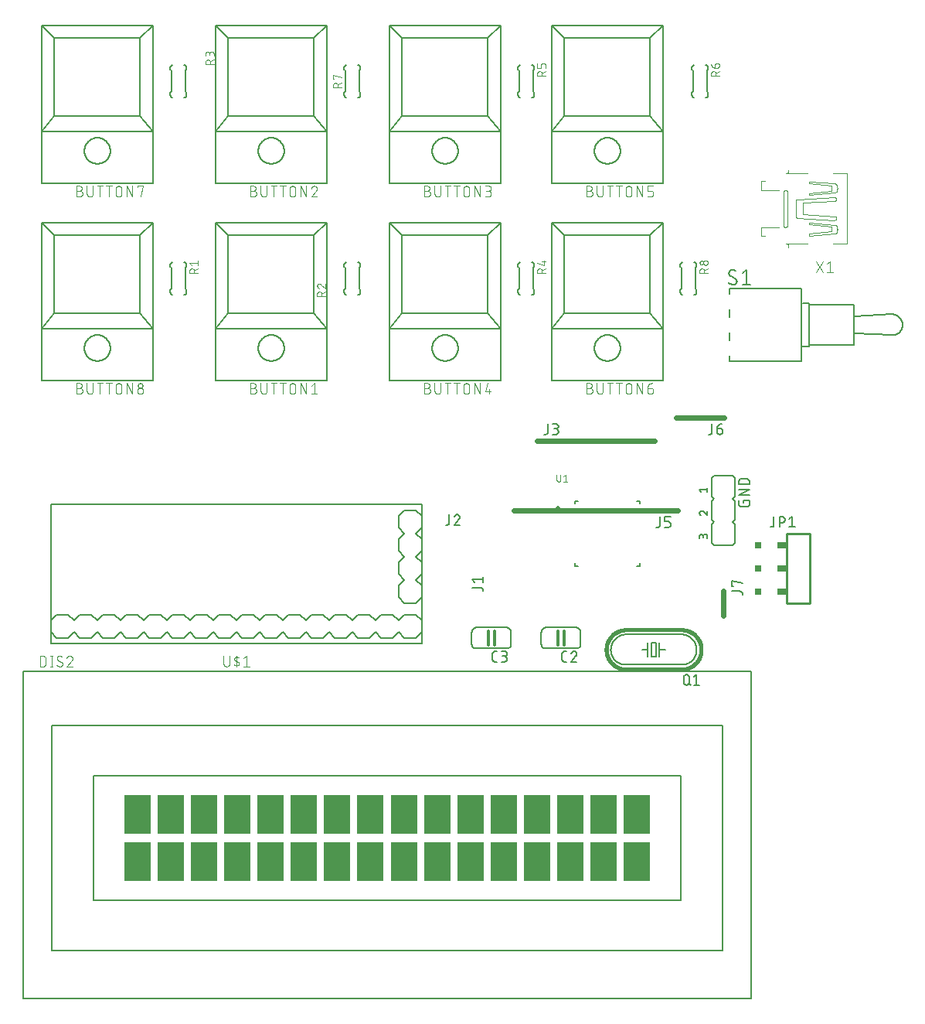
<source format=gbr>
G04 EAGLE Gerber RS-274X export*
G75*
%MOMM*%
%FSLAX34Y34*%
%LPD*%
%INSilkscreen Top*%
%IPPOS*%
%AMOC8*
5,1,8,0,0,1.08239X$1,22.5*%
G01*
%ADD10C,0.203200*%
%ADD11C,0.101600*%
%ADD12R,2.950000X4.350000*%
%ADD13C,0.127000*%
%ADD14C,0.508000*%
%ADD15C,0.152400*%
%ADD16C,0.076200*%
%ADD17C,0.254000*%
%ADD18R,1.016000X0.762000*%
%ADD19R,0.762000X0.762000*%
%ADD20C,0.304800*%
%ADD21C,0.406400*%
%ADD22C,0.609600*%


D10*
X365801Y688151D02*
X365801Y745051D01*
X365801Y861249D01*
X243799Y861249D01*
X243799Y745051D01*
X243799Y688151D01*
X365801Y688151D01*
X365801Y745051D02*
X243799Y745051D01*
X351790Y762000D02*
X365801Y745051D01*
X351790Y762000D02*
X257810Y762000D01*
X243799Y745051D01*
X351790Y847090D02*
X365801Y861249D01*
X351790Y847090D02*
X257810Y847090D01*
X243799Y861249D01*
X257810Y847090D02*
X257810Y762000D01*
X351790Y762000D02*
X351790Y847090D01*
X290601Y723900D02*
X290605Y724248D01*
X290618Y724597D01*
X290639Y724945D01*
X290669Y725292D01*
X290708Y725638D01*
X290755Y725983D01*
X290810Y726327D01*
X290874Y726670D01*
X290946Y727011D01*
X291027Y727350D01*
X291115Y727687D01*
X291212Y728022D01*
X291318Y728354D01*
X291431Y728683D01*
X291552Y729010D01*
X291682Y729334D01*
X291819Y729654D01*
X291964Y729971D01*
X292117Y730284D01*
X292278Y730593D01*
X292446Y730899D01*
X292621Y731200D01*
X292804Y731496D01*
X292994Y731789D01*
X293191Y732076D01*
X293395Y732358D01*
X293606Y732636D01*
X293824Y732908D01*
X294048Y733174D01*
X294279Y733435D01*
X294516Y733691D01*
X294760Y733940D01*
X295009Y734184D01*
X295265Y734421D01*
X295526Y734652D01*
X295792Y734876D01*
X296064Y735094D01*
X296342Y735305D01*
X296624Y735509D01*
X296911Y735706D01*
X297204Y735896D01*
X297500Y736079D01*
X297801Y736254D01*
X298107Y736422D01*
X298416Y736583D01*
X298729Y736736D01*
X299046Y736881D01*
X299366Y737018D01*
X299690Y737148D01*
X300017Y737269D01*
X300346Y737382D01*
X300678Y737488D01*
X301013Y737585D01*
X301350Y737673D01*
X301689Y737754D01*
X302030Y737826D01*
X302373Y737890D01*
X302717Y737945D01*
X303062Y737992D01*
X303408Y738031D01*
X303755Y738061D01*
X304103Y738082D01*
X304452Y738095D01*
X304800Y738099D01*
X305148Y738095D01*
X305497Y738082D01*
X305845Y738061D01*
X306192Y738031D01*
X306538Y737992D01*
X306883Y737945D01*
X307227Y737890D01*
X307570Y737826D01*
X307911Y737754D01*
X308250Y737673D01*
X308587Y737585D01*
X308922Y737488D01*
X309254Y737382D01*
X309583Y737269D01*
X309910Y737148D01*
X310234Y737018D01*
X310554Y736881D01*
X310871Y736736D01*
X311184Y736583D01*
X311493Y736422D01*
X311799Y736254D01*
X312100Y736079D01*
X312396Y735896D01*
X312689Y735706D01*
X312976Y735509D01*
X313258Y735305D01*
X313536Y735094D01*
X313808Y734876D01*
X314074Y734652D01*
X314335Y734421D01*
X314591Y734184D01*
X314840Y733940D01*
X315084Y733691D01*
X315321Y733435D01*
X315552Y733174D01*
X315776Y732908D01*
X315994Y732636D01*
X316205Y732358D01*
X316409Y732076D01*
X316606Y731789D01*
X316796Y731496D01*
X316979Y731200D01*
X317154Y730899D01*
X317322Y730593D01*
X317483Y730284D01*
X317636Y729971D01*
X317781Y729654D01*
X317918Y729334D01*
X318048Y729010D01*
X318169Y728683D01*
X318282Y728354D01*
X318388Y728022D01*
X318485Y727687D01*
X318573Y727350D01*
X318654Y727011D01*
X318726Y726670D01*
X318790Y726327D01*
X318845Y725983D01*
X318892Y725638D01*
X318931Y725292D01*
X318961Y724945D01*
X318982Y724597D01*
X318995Y724248D01*
X318999Y723900D01*
X318995Y723552D01*
X318982Y723203D01*
X318961Y722855D01*
X318931Y722508D01*
X318892Y722162D01*
X318845Y721817D01*
X318790Y721473D01*
X318726Y721130D01*
X318654Y720789D01*
X318573Y720450D01*
X318485Y720113D01*
X318388Y719778D01*
X318282Y719446D01*
X318169Y719117D01*
X318048Y718790D01*
X317918Y718466D01*
X317781Y718146D01*
X317636Y717829D01*
X317483Y717516D01*
X317322Y717207D01*
X317154Y716901D01*
X316979Y716600D01*
X316796Y716304D01*
X316606Y716011D01*
X316409Y715724D01*
X316205Y715442D01*
X315994Y715164D01*
X315776Y714892D01*
X315552Y714626D01*
X315321Y714365D01*
X315084Y714109D01*
X314840Y713860D01*
X314591Y713616D01*
X314335Y713379D01*
X314074Y713148D01*
X313808Y712924D01*
X313536Y712706D01*
X313258Y712495D01*
X312976Y712291D01*
X312689Y712094D01*
X312396Y711904D01*
X312100Y711721D01*
X311799Y711546D01*
X311493Y711378D01*
X311184Y711217D01*
X310871Y711064D01*
X310554Y710919D01*
X310234Y710782D01*
X309910Y710652D01*
X309583Y710531D01*
X309254Y710418D01*
X308922Y710312D01*
X308587Y710215D01*
X308250Y710127D01*
X307911Y710046D01*
X307570Y709974D01*
X307227Y709910D01*
X306883Y709855D01*
X306538Y709808D01*
X306192Y709769D01*
X305845Y709739D01*
X305497Y709718D01*
X305148Y709705D01*
X304800Y709701D01*
X304452Y709705D01*
X304103Y709718D01*
X303755Y709739D01*
X303408Y709769D01*
X303062Y709808D01*
X302717Y709855D01*
X302373Y709910D01*
X302030Y709974D01*
X301689Y710046D01*
X301350Y710127D01*
X301013Y710215D01*
X300678Y710312D01*
X300346Y710418D01*
X300017Y710531D01*
X299690Y710652D01*
X299366Y710782D01*
X299046Y710919D01*
X298729Y711064D01*
X298416Y711217D01*
X298107Y711378D01*
X297801Y711546D01*
X297500Y711721D01*
X297204Y711904D01*
X296911Y712094D01*
X296624Y712291D01*
X296342Y712495D01*
X296064Y712706D01*
X295792Y712924D01*
X295526Y713148D01*
X295265Y713379D01*
X295009Y713616D01*
X294760Y713860D01*
X294516Y714109D01*
X294279Y714365D01*
X294048Y714626D01*
X293824Y714892D01*
X293606Y715164D01*
X293395Y715442D01*
X293191Y715724D01*
X292994Y716011D01*
X292804Y716304D01*
X292621Y716600D01*
X292446Y716901D01*
X292278Y717207D01*
X292117Y717516D01*
X291964Y717829D01*
X291819Y718146D01*
X291682Y718466D01*
X291552Y718790D01*
X291431Y719117D01*
X291318Y719446D01*
X291212Y719778D01*
X291115Y720113D01*
X291027Y720450D01*
X290946Y720789D01*
X290874Y721130D01*
X290810Y721473D01*
X290755Y721817D01*
X290708Y722162D01*
X290669Y722508D01*
X290639Y722855D01*
X290618Y723203D01*
X290605Y723552D01*
X290601Y723900D01*
D11*
X285341Y680099D02*
X282095Y680099D01*
X285341Y680100D02*
X285454Y680098D01*
X285567Y680092D01*
X285680Y680082D01*
X285793Y680068D01*
X285905Y680051D01*
X286016Y680029D01*
X286126Y680004D01*
X286236Y679974D01*
X286344Y679941D01*
X286451Y679904D01*
X286557Y679864D01*
X286661Y679819D01*
X286764Y679771D01*
X286865Y679720D01*
X286964Y679665D01*
X287061Y679607D01*
X287156Y679545D01*
X287249Y679480D01*
X287339Y679412D01*
X287427Y679341D01*
X287513Y679266D01*
X287596Y679189D01*
X287676Y679109D01*
X287753Y679026D01*
X287828Y678940D01*
X287899Y678852D01*
X287967Y678762D01*
X288032Y678669D01*
X288094Y678574D01*
X288152Y678477D01*
X288207Y678378D01*
X288258Y678277D01*
X288306Y678174D01*
X288351Y678070D01*
X288391Y677964D01*
X288428Y677857D01*
X288461Y677749D01*
X288491Y677639D01*
X288516Y677529D01*
X288538Y677418D01*
X288555Y677306D01*
X288569Y677193D01*
X288579Y677080D01*
X288585Y676967D01*
X288587Y676854D01*
X288585Y676741D01*
X288579Y676628D01*
X288569Y676515D01*
X288555Y676402D01*
X288538Y676290D01*
X288516Y676179D01*
X288491Y676069D01*
X288461Y675959D01*
X288428Y675851D01*
X288391Y675744D01*
X288351Y675638D01*
X288306Y675534D01*
X288258Y675431D01*
X288207Y675330D01*
X288152Y675231D01*
X288094Y675134D01*
X288032Y675039D01*
X287967Y674946D01*
X287899Y674856D01*
X287828Y674768D01*
X287753Y674682D01*
X287676Y674599D01*
X287596Y674519D01*
X287513Y674442D01*
X287427Y674367D01*
X287339Y674296D01*
X287249Y674228D01*
X287156Y674163D01*
X287061Y674101D01*
X286964Y674043D01*
X286865Y673988D01*
X286764Y673937D01*
X286661Y673889D01*
X286557Y673844D01*
X286451Y673804D01*
X286344Y673767D01*
X286236Y673734D01*
X286126Y673704D01*
X286016Y673679D01*
X285905Y673657D01*
X285793Y673640D01*
X285680Y673626D01*
X285567Y673616D01*
X285454Y673610D01*
X285341Y673608D01*
X282095Y673608D01*
X282095Y685292D01*
X285341Y685292D01*
X285442Y685290D01*
X285542Y685284D01*
X285642Y685274D01*
X285742Y685261D01*
X285841Y685243D01*
X285940Y685222D01*
X286037Y685197D01*
X286134Y685168D01*
X286229Y685135D01*
X286323Y685099D01*
X286415Y685059D01*
X286506Y685016D01*
X286595Y684969D01*
X286682Y684919D01*
X286768Y684865D01*
X286851Y684808D01*
X286931Y684748D01*
X287010Y684685D01*
X287086Y684618D01*
X287159Y684549D01*
X287229Y684477D01*
X287297Y684403D01*
X287362Y684326D01*
X287423Y684246D01*
X287482Y684164D01*
X287537Y684080D01*
X287589Y683994D01*
X287638Y683906D01*
X287683Y683816D01*
X287725Y683724D01*
X287763Y683631D01*
X287797Y683536D01*
X287828Y683441D01*
X287855Y683344D01*
X287878Y683246D01*
X287898Y683147D01*
X287913Y683047D01*
X287925Y682947D01*
X287933Y682847D01*
X287937Y682746D01*
X287937Y682646D01*
X287933Y682545D01*
X287925Y682445D01*
X287913Y682345D01*
X287898Y682245D01*
X287878Y682146D01*
X287855Y682048D01*
X287828Y681951D01*
X287797Y681856D01*
X287763Y681761D01*
X287725Y681668D01*
X287683Y681576D01*
X287638Y681486D01*
X287589Y681398D01*
X287537Y681312D01*
X287482Y681228D01*
X287423Y681146D01*
X287362Y681066D01*
X287297Y680989D01*
X287229Y680915D01*
X287159Y680843D01*
X287086Y680774D01*
X287010Y680707D01*
X286931Y680644D01*
X286851Y680584D01*
X286768Y680527D01*
X286682Y680473D01*
X286595Y680423D01*
X286506Y680376D01*
X286415Y680333D01*
X286323Y680293D01*
X286229Y680257D01*
X286134Y680224D01*
X286037Y680195D01*
X285940Y680170D01*
X285841Y680149D01*
X285742Y680131D01*
X285642Y680118D01*
X285542Y680108D01*
X285442Y680102D01*
X285341Y680100D01*
X293356Y676854D02*
X293356Y685292D01*
X293356Y676854D02*
X293358Y676741D01*
X293364Y676628D01*
X293374Y676515D01*
X293388Y676402D01*
X293405Y676290D01*
X293427Y676179D01*
X293452Y676069D01*
X293482Y675959D01*
X293515Y675851D01*
X293552Y675744D01*
X293592Y675638D01*
X293637Y675534D01*
X293685Y675431D01*
X293736Y675330D01*
X293791Y675231D01*
X293849Y675134D01*
X293911Y675039D01*
X293976Y674946D01*
X294044Y674856D01*
X294115Y674768D01*
X294190Y674682D01*
X294267Y674599D01*
X294347Y674519D01*
X294430Y674442D01*
X294516Y674367D01*
X294604Y674296D01*
X294694Y674228D01*
X294787Y674163D01*
X294882Y674101D01*
X294979Y674043D01*
X295078Y673988D01*
X295179Y673937D01*
X295282Y673889D01*
X295386Y673844D01*
X295492Y673804D01*
X295599Y673767D01*
X295707Y673734D01*
X295817Y673704D01*
X295927Y673679D01*
X296038Y673657D01*
X296150Y673640D01*
X296263Y673626D01*
X296376Y673616D01*
X296489Y673610D01*
X296602Y673608D01*
X296715Y673610D01*
X296828Y673616D01*
X296941Y673626D01*
X297054Y673640D01*
X297166Y673657D01*
X297277Y673679D01*
X297387Y673704D01*
X297497Y673734D01*
X297605Y673767D01*
X297712Y673804D01*
X297818Y673844D01*
X297922Y673889D01*
X298025Y673937D01*
X298126Y673988D01*
X298225Y674043D01*
X298322Y674101D01*
X298417Y674163D01*
X298510Y674228D01*
X298600Y674296D01*
X298688Y674367D01*
X298774Y674442D01*
X298857Y674519D01*
X298937Y674599D01*
X299014Y674682D01*
X299089Y674768D01*
X299160Y674856D01*
X299228Y674946D01*
X299293Y675039D01*
X299355Y675134D01*
X299413Y675231D01*
X299468Y675330D01*
X299519Y675431D01*
X299567Y675534D01*
X299612Y675638D01*
X299652Y675744D01*
X299689Y675851D01*
X299722Y675959D01*
X299752Y676069D01*
X299777Y676179D01*
X299799Y676290D01*
X299816Y676402D01*
X299830Y676515D01*
X299840Y676628D01*
X299846Y676741D01*
X299848Y676854D01*
X299847Y676854D02*
X299847Y685292D01*
X307651Y685292D02*
X307651Y673608D01*
X304405Y685292D02*
X310896Y685292D01*
X317557Y685292D02*
X317557Y673608D01*
X314311Y685292D02*
X320802Y685292D01*
X324979Y682046D02*
X324979Y676854D01*
X324979Y682046D02*
X324981Y682159D01*
X324987Y682272D01*
X324997Y682385D01*
X325011Y682498D01*
X325028Y682610D01*
X325050Y682721D01*
X325075Y682831D01*
X325105Y682941D01*
X325138Y683049D01*
X325175Y683156D01*
X325215Y683262D01*
X325260Y683366D01*
X325308Y683469D01*
X325359Y683570D01*
X325414Y683669D01*
X325472Y683766D01*
X325534Y683861D01*
X325599Y683954D01*
X325667Y684044D01*
X325738Y684132D01*
X325813Y684218D01*
X325890Y684301D01*
X325970Y684381D01*
X326053Y684458D01*
X326139Y684533D01*
X326227Y684604D01*
X326317Y684672D01*
X326410Y684737D01*
X326505Y684799D01*
X326602Y684857D01*
X326701Y684912D01*
X326802Y684963D01*
X326905Y685011D01*
X327009Y685056D01*
X327115Y685096D01*
X327222Y685133D01*
X327330Y685166D01*
X327440Y685196D01*
X327550Y685221D01*
X327661Y685243D01*
X327773Y685260D01*
X327886Y685274D01*
X327999Y685284D01*
X328112Y685290D01*
X328225Y685292D01*
X328338Y685290D01*
X328451Y685284D01*
X328564Y685274D01*
X328677Y685260D01*
X328789Y685243D01*
X328900Y685221D01*
X329010Y685196D01*
X329120Y685166D01*
X329228Y685133D01*
X329335Y685096D01*
X329441Y685056D01*
X329545Y685011D01*
X329648Y684963D01*
X329749Y684912D01*
X329848Y684857D01*
X329945Y684799D01*
X330040Y684737D01*
X330133Y684672D01*
X330223Y684604D01*
X330311Y684533D01*
X330397Y684458D01*
X330480Y684381D01*
X330560Y684301D01*
X330637Y684218D01*
X330712Y684132D01*
X330783Y684044D01*
X330851Y683954D01*
X330916Y683861D01*
X330978Y683766D01*
X331036Y683669D01*
X331091Y683570D01*
X331142Y683469D01*
X331190Y683366D01*
X331235Y683262D01*
X331275Y683156D01*
X331312Y683049D01*
X331345Y682941D01*
X331375Y682831D01*
X331400Y682721D01*
X331422Y682610D01*
X331439Y682498D01*
X331453Y682385D01*
X331463Y682272D01*
X331469Y682159D01*
X331471Y682046D01*
X331470Y682046D02*
X331470Y676854D01*
X331471Y676854D02*
X331469Y676741D01*
X331463Y676628D01*
X331453Y676515D01*
X331439Y676402D01*
X331422Y676290D01*
X331400Y676179D01*
X331375Y676069D01*
X331345Y675959D01*
X331312Y675851D01*
X331275Y675744D01*
X331235Y675638D01*
X331190Y675534D01*
X331142Y675431D01*
X331091Y675330D01*
X331036Y675231D01*
X330978Y675134D01*
X330916Y675039D01*
X330851Y674946D01*
X330783Y674856D01*
X330712Y674768D01*
X330637Y674682D01*
X330560Y674599D01*
X330480Y674519D01*
X330397Y674442D01*
X330311Y674367D01*
X330223Y674296D01*
X330133Y674228D01*
X330040Y674163D01*
X329945Y674101D01*
X329848Y674043D01*
X329749Y673988D01*
X329648Y673937D01*
X329545Y673889D01*
X329441Y673844D01*
X329335Y673804D01*
X329228Y673767D01*
X329120Y673734D01*
X329010Y673704D01*
X328900Y673679D01*
X328789Y673657D01*
X328677Y673640D01*
X328564Y673626D01*
X328451Y673616D01*
X328338Y673610D01*
X328225Y673608D01*
X328112Y673610D01*
X327999Y673616D01*
X327886Y673626D01*
X327773Y673640D01*
X327661Y673657D01*
X327550Y673679D01*
X327440Y673704D01*
X327330Y673734D01*
X327222Y673767D01*
X327115Y673804D01*
X327009Y673844D01*
X326905Y673889D01*
X326802Y673937D01*
X326701Y673988D01*
X326602Y674043D01*
X326505Y674101D01*
X326410Y674163D01*
X326317Y674228D01*
X326227Y674296D01*
X326139Y674367D01*
X326053Y674442D01*
X325970Y674519D01*
X325890Y674599D01*
X325813Y674682D01*
X325738Y674768D01*
X325667Y674856D01*
X325599Y674946D01*
X325534Y675039D01*
X325472Y675134D01*
X325414Y675231D01*
X325359Y675330D01*
X325308Y675431D01*
X325260Y675534D01*
X325215Y675638D01*
X325175Y675744D01*
X325138Y675851D01*
X325105Y675959D01*
X325075Y676069D01*
X325050Y676179D01*
X325028Y676290D01*
X325011Y676402D01*
X324997Y676515D01*
X324987Y676628D01*
X324981Y676741D01*
X324979Y676854D01*
X336790Y673608D02*
X336790Y685292D01*
X343281Y673608D01*
X343281Y685292D01*
X348601Y682696D02*
X351846Y685292D01*
X351846Y673608D01*
X348601Y673608D02*
X355092Y673608D01*
D10*
X365801Y904051D02*
X365801Y960951D01*
X365801Y1077149D01*
X243799Y1077149D01*
X243799Y960951D01*
X243799Y904051D01*
X365801Y904051D01*
X365801Y960951D02*
X243799Y960951D01*
X351790Y977900D02*
X365801Y960951D01*
X351790Y977900D02*
X257810Y977900D01*
X243799Y960951D01*
X351790Y1062990D02*
X365801Y1077149D01*
X351790Y1062990D02*
X257810Y1062990D01*
X243799Y1077149D01*
X257810Y1062990D02*
X257810Y977900D01*
X351790Y977900D02*
X351790Y1062990D01*
X290601Y939800D02*
X290605Y940148D01*
X290618Y940497D01*
X290639Y940845D01*
X290669Y941192D01*
X290708Y941538D01*
X290755Y941883D01*
X290810Y942227D01*
X290874Y942570D01*
X290946Y942911D01*
X291027Y943250D01*
X291115Y943587D01*
X291212Y943922D01*
X291318Y944254D01*
X291431Y944583D01*
X291552Y944910D01*
X291682Y945234D01*
X291819Y945554D01*
X291964Y945871D01*
X292117Y946184D01*
X292278Y946493D01*
X292446Y946799D01*
X292621Y947100D01*
X292804Y947396D01*
X292994Y947689D01*
X293191Y947976D01*
X293395Y948258D01*
X293606Y948536D01*
X293824Y948808D01*
X294048Y949074D01*
X294279Y949335D01*
X294516Y949591D01*
X294760Y949840D01*
X295009Y950084D01*
X295265Y950321D01*
X295526Y950552D01*
X295792Y950776D01*
X296064Y950994D01*
X296342Y951205D01*
X296624Y951409D01*
X296911Y951606D01*
X297204Y951796D01*
X297500Y951979D01*
X297801Y952154D01*
X298107Y952322D01*
X298416Y952483D01*
X298729Y952636D01*
X299046Y952781D01*
X299366Y952918D01*
X299690Y953048D01*
X300017Y953169D01*
X300346Y953282D01*
X300678Y953388D01*
X301013Y953485D01*
X301350Y953573D01*
X301689Y953654D01*
X302030Y953726D01*
X302373Y953790D01*
X302717Y953845D01*
X303062Y953892D01*
X303408Y953931D01*
X303755Y953961D01*
X304103Y953982D01*
X304452Y953995D01*
X304800Y953999D01*
X305148Y953995D01*
X305497Y953982D01*
X305845Y953961D01*
X306192Y953931D01*
X306538Y953892D01*
X306883Y953845D01*
X307227Y953790D01*
X307570Y953726D01*
X307911Y953654D01*
X308250Y953573D01*
X308587Y953485D01*
X308922Y953388D01*
X309254Y953282D01*
X309583Y953169D01*
X309910Y953048D01*
X310234Y952918D01*
X310554Y952781D01*
X310871Y952636D01*
X311184Y952483D01*
X311493Y952322D01*
X311799Y952154D01*
X312100Y951979D01*
X312396Y951796D01*
X312689Y951606D01*
X312976Y951409D01*
X313258Y951205D01*
X313536Y950994D01*
X313808Y950776D01*
X314074Y950552D01*
X314335Y950321D01*
X314591Y950084D01*
X314840Y949840D01*
X315084Y949591D01*
X315321Y949335D01*
X315552Y949074D01*
X315776Y948808D01*
X315994Y948536D01*
X316205Y948258D01*
X316409Y947976D01*
X316606Y947689D01*
X316796Y947396D01*
X316979Y947100D01*
X317154Y946799D01*
X317322Y946493D01*
X317483Y946184D01*
X317636Y945871D01*
X317781Y945554D01*
X317918Y945234D01*
X318048Y944910D01*
X318169Y944583D01*
X318282Y944254D01*
X318388Y943922D01*
X318485Y943587D01*
X318573Y943250D01*
X318654Y942911D01*
X318726Y942570D01*
X318790Y942227D01*
X318845Y941883D01*
X318892Y941538D01*
X318931Y941192D01*
X318961Y940845D01*
X318982Y940497D01*
X318995Y940148D01*
X318999Y939800D01*
X318995Y939452D01*
X318982Y939103D01*
X318961Y938755D01*
X318931Y938408D01*
X318892Y938062D01*
X318845Y937717D01*
X318790Y937373D01*
X318726Y937030D01*
X318654Y936689D01*
X318573Y936350D01*
X318485Y936013D01*
X318388Y935678D01*
X318282Y935346D01*
X318169Y935017D01*
X318048Y934690D01*
X317918Y934366D01*
X317781Y934046D01*
X317636Y933729D01*
X317483Y933416D01*
X317322Y933107D01*
X317154Y932801D01*
X316979Y932500D01*
X316796Y932204D01*
X316606Y931911D01*
X316409Y931624D01*
X316205Y931342D01*
X315994Y931064D01*
X315776Y930792D01*
X315552Y930526D01*
X315321Y930265D01*
X315084Y930009D01*
X314840Y929760D01*
X314591Y929516D01*
X314335Y929279D01*
X314074Y929048D01*
X313808Y928824D01*
X313536Y928606D01*
X313258Y928395D01*
X312976Y928191D01*
X312689Y927994D01*
X312396Y927804D01*
X312100Y927621D01*
X311799Y927446D01*
X311493Y927278D01*
X311184Y927117D01*
X310871Y926964D01*
X310554Y926819D01*
X310234Y926682D01*
X309910Y926552D01*
X309583Y926431D01*
X309254Y926318D01*
X308922Y926212D01*
X308587Y926115D01*
X308250Y926027D01*
X307911Y925946D01*
X307570Y925874D01*
X307227Y925810D01*
X306883Y925755D01*
X306538Y925708D01*
X306192Y925669D01*
X305845Y925639D01*
X305497Y925618D01*
X305148Y925605D01*
X304800Y925601D01*
X304452Y925605D01*
X304103Y925618D01*
X303755Y925639D01*
X303408Y925669D01*
X303062Y925708D01*
X302717Y925755D01*
X302373Y925810D01*
X302030Y925874D01*
X301689Y925946D01*
X301350Y926027D01*
X301013Y926115D01*
X300678Y926212D01*
X300346Y926318D01*
X300017Y926431D01*
X299690Y926552D01*
X299366Y926682D01*
X299046Y926819D01*
X298729Y926964D01*
X298416Y927117D01*
X298107Y927278D01*
X297801Y927446D01*
X297500Y927621D01*
X297204Y927804D01*
X296911Y927994D01*
X296624Y928191D01*
X296342Y928395D01*
X296064Y928606D01*
X295792Y928824D01*
X295526Y929048D01*
X295265Y929279D01*
X295009Y929516D01*
X294760Y929760D01*
X294516Y930009D01*
X294279Y930265D01*
X294048Y930526D01*
X293824Y930792D01*
X293606Y931064D01*
X293395Y931342D01*
X293191Y931624D01*
X292994Y931911D01*
X292804Y932204D01*
X292621Y932500D01*
X292446Y932801D01*
X292278Y933107D01*
X292117Y933416D01*
X291964Y933729D01*
X291819Y934046D01*
X291682Y934366D01*
X291552Y934690D01*
X291431Y935017D01*
X291318Y935346D01*
X291212Y935678D01*
X291115Y936013D01*
X291027Y936350D01*
X290946Y936689D01*
X290874Y937030D01*
X290810Y937373D01*
X290755Y937717D01*
X290708Y938062D01*
X290669Y938408D01*
X290639Y938755D01*
X290618Y939103D01*
X290605Y939452D01*
X290601Y939800D01*
D11*
X285341Y895999D02*
X282095Y895999D01*
X285341Y896000D02*
X285454Y895998D01*
X285567Y895992D01*
X285680Y895982D01*
X285793Y895968D01*
X285905Y895951D01*
X286016Y895929D01*
X286126Y895904D01*
X286236Y895874D01*
X286344Y895841D01*
X286451Y895804D01*
X286557Y895764D01*
X286661Y895719D01*
X286764Y895671D01*
X286865Y895620D01*
X286964Y895565D01*
X287061Y895507D01*
X287156Y895445D01*
X287249Y895380D01*
X287339Y895312D01*
X287427Y895241D01*
X287513Y895166D01*
X287596Y895089D01*
X287676Y895009D01*
X287753Y894926D01*
X287828Y894840D01*
X287899Y894752D01*
X287967Y894662D01*
X288032Y894569D01*
X288094Y894474D01*
X288152Y894377D01*
X288207Y894278D01*
X288258Y894177D01*
X288306Y894074D01*
X288351Y893970D01*
X288391Y893864D01*
X288428Y893757D01*
X288461Y893649D01*
X288491Y893539D01*
X288516Y893429D01*
X288538Y893318D01*
X288555Y893206D01*
X288569Y893093D01*
X288579Y892980D01*
X288585Y892867D01*
X288587Y892754D01*
X288585Y892641D01*
X288579Y892528D01*
X288569Y892415D01*
X288555Y892302D01*
X288538Y892190D01*
X288516Y892079D01*
X288491Y891969D01*
X288461Y891859D01*
X288428Y891751D01*
X288391Y891644D01*
X288351Y891538D01*
X288306Y891434D01*
X288258Y891331D01*
X288207Y891230D01*
X288152Y891131D01*
X288094Y891034D01*
X288032Y890939D01*
X287967Y890846D01*
X287899Y890756D01*
X287828Y890668D01*
X287753Y890582D01*
X287676Y890499D01*
X287596Y890419D01*
X287513Y890342D01*
X287427Y890267D01*
X287339Y890196D01*
X287249Y890128D01*
X287156Y890063D01*
X287061Y890001D01*
X286964Y889943D01*
X286865Y889888D01*
X286764Y889837D01*
X286661Y889789D01*
X286557Y889744D01*
X286451Y889704D01*
X286344Y889667D01*
X286236Y889634D01*
X286126Y889604D01*
X286016Y889579D01*
X285905Y889557D01*
X285793Y889540D01*
X285680Y889526D01*
X285567Y889516D01*
X285454Y889510D01*
X285341Y889508D01*
X282095Y889508D01*
X282095Y901192D01*
X285341Y901192D01*
X285442Y901190D01*
X285542Y901184D01*
X285642Y901174D01*
X285742Y901161D01*
X285841Y901143D01*
X285940Y901122D01*
X286037Y901097D01*
X286134Y901068D01*
X286229Y901035D01*
X286323Y900999D01*
X286415Y900959D01*
X286506Y900916D01*
X286595Y900869D01*
X286682Y900819D01*
X286768Y900765D01*
X286851Y900708D01*
X286931Y900648D01*
X287010Y900585D01*
X287086Y900518D01*
X287159Y900449D01*
X287229Y900377D01*
X287297Y900303D01*
X287362Y900226D01*
X287423Y900146D01*
X287482Y900064D01*
X287537Y899980D01*
X287589Y899894D01*
X287638Y899806D01*
X287683Y899716D01*
X287725Y899624D01*
X287763Y899531D01*
X287797Y899436D01*
X287828Y899341D01*
X287855Y899244D01*
X287878Y899146D01*
X287898Y899047D01*
X287913Y898947D01*
X287925Y898847D01*
X287933Y898747D01*
X287937Y898646D01*
X287937Y898546D01*
X287933Y898445D01*
X287925Y898345D01*
X287913Y898245D01*
X287898Y898145D01*
X287878Y898046D01*
X287855Y897948D01*
X287828Y897851D01*
X287797Y897756D01*
X287763Y897661D01*
X287725Y897568D01*
X287683Y897476D01*
X287638Y897386D01*
X287589Y897298D01*
X287537Y897212D01*
X287482Y897128D01*
X287423Y897046D01*
X287362Y896966D01*
X287297Y896889D01*
X287229Y896815D01*
X287159Y896743D01*
X287086Y896674D01*
X287010Y896607D01*
X286931Y896544D01*
X286851Y896484D01*
X286768Y896427D01*
X286682Y896373D01*
X286595Y896323D01*
X286506Y896276D01*
X286415Y896233D01*
X286323Y896193D01*
X286229Y896157D01*
X286134Y896124D01*
X286037Y896095D01*
X285940Y896070D01*
X285841Y896049D01*
X285742Y896031D01*
X285642Y896018D01*
X285542Y896008D01*
X285442Y896002D01*
X285341Y896000D01*
X293356Y892754D02*
X293356Y901192D01*
X293356Y892754D02*
X293358Y892641D01*
X293364Y892528D01*
X293374Y892415D01*
X293388Y892302D01*
X293405Y892190D01*
X293427Y892079D01*
X293452Y891969D01*
X293482Y891859D01*
X293515Y891751D01*
X293552Y891644D01*
X293592Y891538D01*
X293637Y891434D01*
X293685Y891331D01*
X293736Y891230D01*
X293791Y891131D01*
X293849Y891034D01*
X293911Y890939D01*
X293976Y890846D01*
X294044Y890756D01*
X294115Y890668D01*
X294190Y890582D01*
X294267Y890499D01*
X294347Y890419D01*
X294430Y890342D01*
X294516Y890267D01*
X294604Y890196D01*
X294694Y890128D01*
X294787Y890063D01*
X294882Y890001D01*
X294979Y889943D01*
X295078Y889888D01*
X295179Y889837D01*
X295282Y889789D01*
X295386Y889744D01*
X295492Y889704D01*
X295599Y889667D01*
X295707Y889634D01*
X295817Y889604D01*
X295927Y889579D01*
X296038Y889557D01*
X296150Y889540D01*
X296263Y889526D01*
X296376Y889516D01*
X296489Y889510D01*
X296602Y889508D01*
X296715Y889510D01*
X296828Y889516D01*
X296941Y889526D01*
X297054Y889540D01*
X297166Y889557D01*
X297277Y889579D01*
X297387Y889604D01*
X297497Y889634D01*
X297605Y889667D01*
X297712Y889704D01*
X297818Y889744D01*
X297922Y889789D01*
X298025Y889837D01*
X298126Y889888D01*
X298225Y889943D01*
X298322Y890001D01*
X298417Y890063D01*
X298510Y890128D01*
X298600Y890196D01*
X298688Y890267D01*
X298774Y890342D01*
X298857Y890419D01*
X298937Y890499D01*
X299014Y890582D01*
X299089Y890668D01*
X299160Y890756D01*
X299228Y890846D01*
X299293Y890939D01*
X299355Y891034D01*
X299413Y891131D01*
X299468Y891230D01*
X299519Y891331D01*
X299567Y891434D01*
X299612Y891538D01*
X299652Y891644D01*
X299689Y891751D01*
X299722Y891859D01*
X299752Y891969D01*
X299777Y892079D01*
X299799Y892190D01*
X299816Y892302D01*
X299830Y892415D01*
X299840Y892528D01*
X299846Y892641D01*
X299848Y892754D01*
X299847Y892754D02*
X299847Y901192D01*
X307651Y901192D02*
X307651Y889508D01*
X304405Y901192D02*
X310896Y901192D01*
X317557Y901192D02*
X317557Y889508D01*
X314311Y901192D02*
X320802Y901192D01*
X324979Y897946D02*
X324979Y892754D01*
X324979Y897946D02*
X324981Y898059D01*
X324987Y898172D01*
X324997Y898285D01*
X325011Y898398D01*
X325028Y898510D01*
X325050Y898621D01*
X325075Y898731D01*
X325105Y898841D01*
X325138Y898949D01*
X325175Y899056D01*
X325215Y899162D01*
X325260Y899266D01*
X325308Y899369D01*
X325359Y899470D01*
X325414Y899569D01*
X325472Y899666D01*
X325534Y899761D01*
X325599Y899854D01*
X325667Y899944D01*
X325738Y900032D01*
X325813Y900118D01*
X325890Y900201D01*
X325970Y900281D01*
X326053Y900358D01*
X326139Y900433D01*
X326227Y900504D01*
X326317Y900572D01*
X326410Y900637D01*
X326505Y900699D01*
X326602Y900757D01*
X326701Y900812D01*
X326802Y900863D01*
X326905Y900911D01*
X327009Y900956D01*
X327115Y900996D01*
X327222Y901033D01*
X327330Y901066D01*
X327440Y901096D01*
X327550Y901121D01*
X327661Y901143D01*
X327773Y901160D01*
X327886Y901174D01*
X327999Y901184D01*
X328112Y901190D01*
X328225Y901192D01*
X328338Y901190D01*
X328451Y901184D01*
X328564Y901174D01*
X328677Y901160D01*
X328789Y901143D01*
X328900Y901121D01*
X329010Y901096D01*
X329120Y901066D01*
X329228Y901033D01*
X329335Y900996D01*
X329441Y900956D01*
X329545Y900911D01*
X329648Y900863D01*
X329749Y900812D01*
X329848Y900757D01*
X329945Y900699D01*
X330040Y900637D01*
X330133Y900572D01*
X330223Y900504D01*
X330311Y900433D01*
X330397Y900358D01*
X330480Y900281D01*
X330560Y900201D01*
X330637Y900118D01*
X330712Y900032D01*
X330783Y899944D01*
X330851Y899854D01*
X330916Y899761D01*
X330978Y899666D01*
X331036Y899569D01*
X331091Y899470D01*
X331142Y899369D01*
X331190Y899266D01*
X331235Y899162D01*
X331275Y899056D01*
X331312Y898949D01*
X331345Y898841D01*
X331375Y898731D01*
X331400Y898621D01*
X331422Y898510D01*
X331439Y898398D01*
X331453Y898285D01*
X331463Y898172D01*
X331469Y898059D01*
X331471Y897946D01*
X331470Y897946D02*
X331470Y892754D01*
X331471Y892754D02*
X331469Y892641D01*
X331463Y892528D01*
X331453Y892415D01*
X331439Y892302D01*
X331422Y892190D01*
X331400Y892079D01*
X331375Y891969D01*
X331345Y891859D01*
X331312Y891751D01*
X331275Y891644D01*
X331235Y891538D01*
X331190Y891434D01*
X331142Y891331D01*
X331091Y891230D01*
X331036Y891131D01*
X330978Y891034D01*
X330916Y890939D01*
X330851Y890846D01*
X330783Y890756D01*
X330712Y890668D01*
X330637Y890582D01*
X330560Y890499D01*
X330480Y890419D01*
X330397Y890342D01*
X330311Y890267D01*
X330223Y890196D01*
X330133Y890128D01*
X330040Y890063D01*
X329945Y890001D01*
X329848Y889943D01*
X329749Y889888D01*
X329648Y889837D01*
X329545Y889789D01*
X329441Y889744D01*
X329335Y889704D01*
X329228Y889667D01*
X329120Y889634D01*
X329010Y889604D01*
X328900Y889579D01*
X328789Y889557D01*
X328677Y889540D01*
X328564Y889526D01*
X328451Y889516D01*
X328338Y889510D01*
X328225Y889508D01*
X328112Y889510D01*
X327999Y889516D01*
X327886Y889526D01*
X327773Y889540D01*
X327661Y889557D01*
X327550Y889579D01*
X327440Y889604D01*
X327330Y889634D01*
X327222Y889667D01*
X327115Y889704D01*
X327009Y889744D01*
X326905Y889789D01*
X326802Y889837D01*
X326701Y889888D01*
X326602Y889943D01*
X326505Y890001D01*
X326410Y890063D01*
X326317Y890128D01*
X326227Y890196D01*
X326139Y890267D01*
X326053Y890342D01*
X325970Y890419D01*
X325890Y890499D01*
X325813Y890582D01*
X325738Y890668D01*
X325667Y890756D01*
X325599Y890846D01*
X325534Y890939D01*
X325472Y891034D01*
X325414Y891131D01*
X325359Y891230D01*
X325308Y891331D01*
X325260Y891434D01*
X325215Y891538D01*
X325175Y891644D01*
X325138Y891751D01*
X325105Y891859D01*
X325075Y891969D01*
X325050Y892079D01*
X325028Y892190D01*
X325011Y892302D01*
X324997Y892415D01*
X324987Y892528D01*
X324981Y892641D01*
X324979Y892754D01*
X336790Y889508D02*
X336790Y901192D01*
X343281Y889508D01*
X343281Y901192D01*
X352171Y901192D02*
X352278Y901190D01*
X352384Y901184D01*
X352490Y901174D01*
X352596Y901161D01*
X352702Y901143D01*
X352806Y901122D01*
X352910Y901097D01*
X353013Y901068D01*
X353114Y901036D01*
X353214Y900999D01*
X353313Y900959D01*
X353411Y900916D01*
X353507Y900869D01*
X353601Y900818D01*
X353693Y900764D01*
X353783Y900707D01*
X353871Y900647D01*
X353956Y900583D01*
X354039Y900516D01*
X354120Y900446D01*
X354198Y900374D01*
X354274Y900298D01*
X354346Y900220D01*
X354416Y900139D01*
X354483Y900056D01*
X354547Y899971D01*
X354607Y899883D01*
X354664Y899793D01*
X354718Y899701D01*
X354769Y899607D01*
X354816Y899511D01*
X354859Y899413D01*
X354899Y899314D01*
X354936Y899214D01*
X354968Y899113D01*
X354997Y899010D01*
X355022Y898906D01*
X355043Y898802D01*
X355061Y898696D01*
X355074Y898590D01*
X355084Y898484D01*
X355090Y898378D01*
X355092Y898271D01*
X352171Y901192D02*
X352050Y901190D01*
X351929Y901184D01*
X351809Y901174D01*
X351688Y901161D01*
X351569Y901143D01*
X351449Y901122D01*
X351331Y901097D01*
X351214Y901068D01*
X351097Y901035D01*
X350982Y900999D01*
X350868Y900958D01*
X350755Y900915D01*
X350643Y900867D01*
X350534Y900816D01*
X350426Y900761D01*
X350319Y900703D01*
X350215Y900642D01*
X350113Y900577D01*
X350013Y900509D01*
X349915Y900438D01*
X349819Y900364D01*
X349726Y900287D01*
X349636Y900206D01*
X349548Y900123D01*
X349463Y900037D01*
X349380Y899948D01*
X349301Y899857D01*
X349224Y899763D01*
X349151Y899667D01*
X349081Y899569D01*
X349014Y899468D01*
X348950Y899365D01*
X348890Y899260D01*
X348833Y899153D01*
X348779Y899045D01*
X348729Y898935D01*
X348683Y898823D01*
X348640Y898710D01*
X348601Y898595D01*
X354119Y895999D02*
X354198Y896076D01*
X354274Y896157D01*
X354347Y896240D01*
X354417Y896325D01*
X354484Y896413D01*
X354548Y896503D01*
X354608Y896595D01*
X354665Y896690D01*
X354719Y896786D01*
X354770Y896884D01*
X354817Y896984D01*
X354861Y897086D01*
X354901Y897189D01*
X354937Y897293D01*
X354969Y897399D01*
X354998Y897505D01*
X355023Y897613D01*
X355045Y897721D01*
X355062Y897831D01*
X355076Y897940D01*
X355085Y898050D01*
X355091Y898161D01*
X355093Y898271D01*
X354118Y895999D02*
X348601Y889508D01*
X355092Y889508D01*
D10*
X556301Y904051D02*
X556301Y960951D01*
X556301Y1077149D01*
X434299Y1077149D01*
X434299Y960951D01*
X434299Y904051D01*
X556301Y904051D01*
X556301Y960951D02*
X434299Y960951D01*
X542290Y977900D02*
X556301Y960951D01*
X542290Y977900D02*
X448310Y977900D01*
X434299Y960951D01*
X542290Y1062990D02*
X556301Y1077149D01*
X542290Y1062990D02*
X448310Y1062990D01*
X434299Y1077149D01*
X448310Y1062990D02*
X448310Y977900D01*
X542290Y977900D02*
X542290Y1062990D01*
X481101Y939800D02*
X481105Y940148D01*
X481118Y940497D01*
X481139Y940845D01*
X481169Y941192D01*
X481208Y941538D01*
X481255Y941883D01*
X481310Y942227D01*
X481374Y942570D01*
X481446Y942911D01*
X481527Y943250D01*
X481615Y943587D01*
X481712Y943922D01*
X481818Y944254D01*
X481931Y944583D01*
X482052Y944910D01*
X482182Y945234D01*
X482319Y945554D01*
X482464Y945871D01*
X482617Y946184D01*
X482778Y946493D01*
X482946Y946799D01*
X483121Y947100D01*
X483304Y947396D01*
X483494Y947689D01*
X483691Y947976D01*
X483895Y948258D01*
X484106Y948536D01*
X484324Y948808D01*
X484548Y949074D01*
X484779Y949335D01*
X485016Y949591D01*
X485260Y949840D01*
X485509Y950084D01*
X485765Y950321D01*
X486026Y950552D01*
X486292Y950776D01*
X486564Y950994D01*
X486842Y951205D01*
X487124Y951409D01*
X487411Y951606D01*
X487704Y951796D01*
X488000Y951979D01*
X488301Y952154D01*
X488607Y952322D01*
X488916Y952483D01*
X489229Y952636D01*
X489546Y952781D01*
X489866Y952918D01*
X490190Y953048D01*
X490517Y953169D01*
X490846Y953282D01*
X491178Y953388D01*
X491513Y953485D01*
X491850Y953573D01*
X492189Y953654D01*
X492530Y953726D01*
X492873Y953790D01*
X493217Y953845D01*
X493562Y953892D01*
X493908Y953931D01*
X494255Y953961D01*
X494603Y953982D01*
X494952Y953995D01*
X495300Y953999D01*
X495648Y953995D01*
X495997Y953982D01*
X496345Y953961D01*
X496692Y953931D01*
X497038Y953892D01*
X497383Y953845D01*
X497727Y953790D01*
X498070Y953726D01*
X498411Y953654D01*
X498750Y953573D01*
X499087Y953485D01*
X499422Y953388D01*
X499754Y953282D01*
X500083Y953169D01*
X500410Y953048D01*
X500734Y952918D01*
X501054Y952781D01*
X501371Y952636D01*
X501684Y952483D01*
X501993Y952322D01*
X502299Y952154D01*
X502600Y951979D01*
X502896Y951796D01*
X503189Y951606D01*
X503476Y951409D01*
X503758Y951205D01*
X504036Y950994D01*
X504308Y950776D01*
X504574Y950552D01*
X504835Y950321D01*
X505091Y950084D01*
X505340Y949840D01*
X505584Y949591D01*
X505821Y949335D01*
X506052Y949074D01*
X506276Y948808D01*
X506494Y948536D01*
X506705Y948258D01*
X506909Y947976D01*
X507106Y947689D01*
X507296Y947396D01*
X507479Y947100D01*
X507654Y946799D01*
X507822Y946493D01*
X507983Y946184D01*
X508136Y945871D01*
X508281Y945554D01*
X508418Y945234D01*
X508548Y944910D01*
X508669Y944583D01*
X508782Y944254D01*
X508888Y943922D01*
X508985Y943587D01*
X509073Y943250D01*
X509154Y942911D01*
X509226Y942570D01*
X509290Y942227D01*
X509345Y941883D01*
X509392Y941538D01*
X509431Y941192D01*
X509461Y940845D01*
X509482Y940497D01*
X509495Y940148D01*
X509499Y939800D01*
X509495Y939452D01*
X509482Y939103D01*
X509461Y938755D01*
X509431Y938408D01*
X509392Y938062D01*
X509345Y937717D01*
X509290Y937373D01*
X509226Y937030D01*
X509154Y936689D01*
X509073Y936350D01*
X508985Y936013D01*
X508888Y935678D01*
X508782Y935346D01*
X508669Y935017D01*
X508548Y934690D01*
X508418Y934366D01*
X508281Y934046D01*
X508136Y933729D01*
X507983Y933416D01*
X507822Y933107D01*
X507654Y932801D01*
X507479Y932500D01*
X507296Y932204D01*
X507106Y931911D01*
X506909Y931624D01*
X506705Y931342D01*
X506494Y931064D01*
X506276Y930792D01*
X506052Y930526D01*
X505821Y930265D01*
X505584Y930009D01*
X505340Y929760D01*
X505091Y929516D01*
X504835Y929279D01*
X504574Y929048D01*
X504308Y928824D01*
X504036Y928606D01*
X503758Y928395D01*
X503476Y928191D01*
X503189Y927994D01*
X502896Y927804D01*
X502600Y927621D01*
X502299Y927446D01*
X501993Y927278D01*
X501684Y927117D01*
X501371Y926964D01*
X501054Y926819D01*
X500734Y926682D01*
X500410Y926552D01*
X500083Y926431D01*
X499754Y926318D01*
X499422Y926212D01*
X499087Y926115D01*
X498750Y926027D01*
X498411Y925946D01*
X498070Y925874D01*
X497727Y925810D01*
X497383Y925755D01*
X497038Y925708D01*
X496692Y925669D01*
X496345Y925639D01*
X495997Y925618D01*
X495648Y925605D01*
X495300Y925601D01*
X494952Y925605D01*
X494603Y925618D01*
X494255Y925639D01*
X493908Y925669D01*
X493562Y925708D01*
X493217Y925755D01*
X492873Y925810D01*
X492530Y925874D01*
X492189Y925946D01*
X491850Y926027D01*
X491513Y926115D01*
X491178Y926212D01*
X490846Y926318D01*
X490517Y926431D01*
X490190Y926552D01*
X489866Y926682D01*
X489546Y926819D01*
X489229Y926964D01*
X488916Y927117D01*
X488607Y927278D01*
X488301Y927446D01*
X488000Y927621D01*
X487704Y927804D01*
X487411Y927994D01*
X487124Y928191D01*
X486842Y928395D01*
X486564Y928606D01*
X486292Y928824D01*
X486026Y929048D01*
X485765Y929279D01*
X485509Y929516D01*
X485260Y929760D01*
X485016Y930009D01*
X484779Y930265D01*
X484548Y930526D01*
X484324Y930792D01*
X484106Y931064D01*
X483895Y931342D01*
X483691Y931624D01*
X483494Y931911D01*
X483304Y932204D01*
X483121Y932500D01*
X482946Y932801D01*
X482778Y933107D01*
X482617Y933416D01*
X482464Y933729D01*
X482319Y934046D01*
X482182Y934366D01*
X482052Y934690D01*
X481931Y935017D01*
X481818Y935346D01*
X481712Y935678D01*
X481615Y936013D01*
X481527Y936350D01*
X481446Y936689D01*
X481374Y937030D01*
X481310Y937373D01*
X481255Y937717D01*
X481208Y938062D01*
X481169Y938408D01*
X481139Y938755D01*
X481118Y939103D01*
X481105Y939452D01*
X481101Y939800D01*
D11*
X475841Y895999D02*
X472595Y895999D01*
X475841Y896000D02*
X475954Y895998D01*
X476067Y895992D01*
X476180Y895982D01*
X476293Y895968D01*
X476405Y895951D01*
X476516Y895929D01*
X476626Y895904D01*
X476736Y895874D01*
X476844Y895841D01*
X476951Y895804D01*
X477057Y895764D01*
X477161Y895719D01*
X477264Y895671D01*
X477365Y895620D01*
X477464Y895565D01*
X477561Y895507D01*
X477656Y895445D01*
X477749Y895380D01*
X477839Y895312D01*
X477927Y895241D01*
X478013Y895166D01*
X478096Y895089D01*
X478176Y895009D01*
X478253Y894926D01*
X478328Y894840D01*
X478399Y894752D01*
X478467Y894662D01*
X478532Y894569D01*
X478594Y894474D01*
X478652Y894377D01*
X478707Y894278D01*
X478758Y894177D01*
X478806Y894074D01*
X478851Y893970D01*
X478891Y893864D01*
X478928Y893757D01*
X478961Y893649D01*
X478991Y893539D01*
X479016Y893429D01*
X479038Y893318D01*
X479055Y893206D01*
X479069Y893093D01*
X479079Y892980D01*
X479085Y892867D01*
X479087Y892754D01*
X479085Y892641D01*
X479079Y892528D01*
X479069Y892415D01*
X479055Y892302D01*
X479038Y892190D01*
X479016Y892079D01*
X478991Y891969D01*
X478961Y891859D01*
X478928Y891751D01*
X478891Y891644D01*
X478851Y891538D01*
X478806Y891434D01*
X478758Y891331D01*
X478707Y891230D01*
X478652Y891131D01*
X478594Y891034D01*
X478532Y890939D01*
X478467Y890846D01*
X478399Y890756D01*
X478328Y890668D01*
X478253Y890582D01*
X478176Y890499D01*
X478096Y890419D01*
X478013Y890342D01*
X477927Y890267D01*
X477839Y890196D01*
X477749Y890128D01*
X477656Y890063D01*
X477561Y890001D01*
X477464Y889943D01*
X477365Y889888D01*
X477264Y889837D01*
X477161Y889789D01*
X477057Y889744D01*
X476951Y889704D01*
X476844Y889667D01*
X476736Y889634D01*
X476626Y889604D01*
X476516Y889579D01*
X476405Y889557D01*
X476293Y889540D01*
X476180Y889526D01*
X476067Y889516D01*
X475954Y889510D01*
X475841Y889508D01*
X472595Y889508D01*
X472595Y901192D01*
X475841Y901192D01*
X475942Y901190D01*
X476042Y901184D01*
X476142Y901174D01*
X476242Y901161D01*
X476341Y901143D01*
X476440Y901122D01*
X476537Y901097D01*
X476634Y901068D01*
X476729Y901035D01*
X476823Y900999D01*
X476915Y900959D01*
X477006Y900916D01*
X477095Y900869D01*
X477182Y900819D01*
X477268Y900765D01*
X477351Y900708D01*
X477431Y900648D01*
X477510Y900585D01*
X477586Y900518D01*
X477659Y900449D01*
X477729Y900377D01*
X477797Y900303D01*
X477862Y900226D01*
X477923Y900146D01*
X477982Y900064D01*
X478037Y899980D01*
X478089Y899894D01*
X478138Y899806D01*
X478183Y899716D01*
X478225Y899624D01*
X478263Y899531D01*
X478297Y899436D01*
X478328Y899341D01*
X478355Y899244D01*
X478378Y899146D01*
X478398Y899047D01*
X478413Y898947D01*
X478425Y898847D01*
X478433Y898747D01*
X478437Y898646D01*
X478437Y898546D01*
X478433Y898445D01*
X478425Y898345D01*
X478413Y898245D01*
X478398Y898145D01*
X478378Y898046D01*
X478355Y897948D01*
X478328Y897851D01*
X478297Y897756D01*
X478263Y897661D01*
X478225Y897568D01*
X478183Y897476D01*
X478138Y897386D01*
X478089Y897298D01*
X478037Y897212D01*
X477982Y897128D01*
X477923Y897046D01*
X477862Y896966D01*
X477797Y896889D01*
X477729Y896815D01*
X477659Y896743D01*
X477586Y896674D01*
X477510Y896607D01*
X477431Y896544D01*
X477351Y896484D01*
X477268Y896427D01*
X477182Y896373D01*
X477095Y896323D01*
X477006Y896276D01*
X476915Y896233D01*
X476823Y896193D01*
X476729Y896157D01*
X476634Y896124D01*
X476537Y896095D01*
X476440Y896070D01*
X476341Y896049D01*
X476242Y896031D01*
X476142Y896018D01*
X476042Y896008D01*
X475942Y896002D01*
X475841Y896000D01*
X483856Y892754D02*
X483856Y901192D01*
X483856Y892754D02*
X483858Y892641D01*
X483864Y892528D01*
X483874Y892415D01*
X483888Y892302D01*
X483905Y892190D01*
X483927Y892079D01*
X483952Y891969D01*
X483982Y891859D01*
X484015Y891751D01*
X484052Y891644D01*
X484092Y891538D01*
X484137Y891434D01*
X484185Y891331D01*
X484236Y891230D01*
X484291Y891131D01*
X484349Y891034D01*
X484411Y890939D01*
X484476Y890846D01*
X484544Y890756D01*
X484615Y890668D01*
X484690Y890582D01*
X484767Y890499D01*
X484847Y890419D01*
X484930Y890342D01*
X485016Y890267D01*
X485104Y890196D01*
X485194Y890128D01*
X485287Y890063D01*
X485382Y890001D01*
X485479Y889943D01*
X485578Y889888D01*
X485679Y889837D01*
X485782Y889789D01*
X485886Y889744D01*
X485992Y889704D01*
X486099Y889667D01*
X486207Y889634D01*
X486317Y889604D01*
X486427Y889579D01*
X486538Y889557D01*
X486650Y889540D01*
X486763Y889526D01*
X486876Y889516D01*
X486989Y889510D01*
X487102Y889508D01*
X487215Y889510D01*
X487328Y889516D01*
X487441Y889526D01*
X487554Y889540D01*
X487666Y889557D01*
X487777Y889579D01*
X487887Y889604D01*
X487997Y889634D01*
X488105Y889667D01*
X488212Y889704D01*
X488318Y889744D01*
X488422Y889789D01*
X488525Y889837D01*
X488626Y889888D01*
X488725Y889943D01*
X488822Y890001D01*
X488917Y890063D01*
X489010Y890128D01*
X489100Y890196D01*
X489188Y890267D01*
X489274Y890342D01*
X489357Y890419D01*
X489437Y890499D01*
X489514Y890582D01*
X489589Y890668D01*
X489660Y890756D01*
X489728Y890846D01*
X489793Y890939D01*
X489855Y891034D01*
X489913Y891131D01*
X489968Y891230D01*
X490019Y891331D01*
X490067Y891434D01*
X490112Y891538D01*
X490152Y891644D01*
X490189Y891751D01*
X490222Y891859D01*
X490252Y891969D01*
X490277Y892079D01*
X490299Y892190D01*
X490316Y892302D01*
X490330Y892415D01*
X490340Y892528D01*
X490346Y892641D01*
X490348Y892754D01*
X490347Y892754D02*
X490347Y901192D01*
X498151Y901192D02*
X498151Y889508D01*
X494905Y901192D02*
X501396Y901192D01*
X508057Y901192D02*
X508057Y889508D01*
X504811Y901192D02*
X511302Y901192D01*
X515479Y897946D02*
X515479Y892754D01*
X515479Y897946D02*
X515481Y898059D01*
X515487Y898172D01*
X515497Y898285D01*
X515511Y898398D01*
X515528Y898510D01*
X515550Y898621D01*
X515575Y898731D01*
X515605Y898841D01*
X515638Y898949D01*
X515675Y899056D01*
X515715Y899162D01*
X515760Y899266D01*
X515808Y899369D01*
X515859Y899470D01*
X515914Y899569D01*
X515972Y899666D01*
X516034Y899761D01*
X516099Y899854D01*
X516167Y899944D01*
X516238Y900032D01*
X516313Y900118D01*
X516390Y900201D01*
X516470Y900281D01*
X516553Y900358D01*
X516639Y900433D01*
X516727Y900504D01*
X516817Y900572D01*
X516910Y900637D01*
X517005Y900699D01*
X517102Y900757D01*
X517201Y900812D01*
X517302Y900863D01*
X517405Y900911D01*
X517509Y900956D01*
X517615Y900996D01*
X517722Y901033D01*
X517830Y901066D01*
X517940Y901096D01*
X518050Y901121D01*
X518161Y901143D01*
X518273Y901160D01*
X518386Y901174D01*
X518499Y901184D01*
X518612Y901190D01*
X518725Y901192D01*
X518838Y901190D01*
X518951Y901184D01*
X519064Y901174D01*
X519177Y901160D01*
X519289Y901143D01*
X519400Y901121D01*
X519510Y901096D01*
X519620Y901066D01*
X519728Y901033D01*
X519835Y900996D01*
X519941Y900956D01*
X520045Y900911D01*
X520148Y900863D01*
X520249Y900812D01*
X520348Y900757D01*
X520445Y900699D01*
X520540Y900637D01*
X520633Y900572D01*
X520723Y900504D01*
X520811Y900433D01*
X520897Y900358D01*
X520980Y900281D01*
X521060Y900201D01*
X521137Y900118D01*
X521212Y900032D01*
X521283Y899944D01*
X521351Y899854D01*
X521416Y899761D01*
X521478Y899666D01*
X521536Y899569D01*
X521591Y899470D01*
X521642Y899369D01*
X521690Y899266D01*
X521735Y899162D01*
X521775Y899056D01*
X521812Y898949D01*
X521845Y898841D01*
X521875Y898731D01*
X521900Y898621D01*
X521922Y898510D01*
X521939Y898398D01*
X521953Y898285D01*
X521963Y898172D01*
X521969Y898059D01*
X521971Y897946D01*
X521970Y897946D02*
X521970Y892754D01*
X521971Y892754D02*
X521969Y892641D01*
X521963Y892528D01*
X521953Y892415D01*
X521939Y892302D01*
X521922Y892190D01*
X521900Y892079D01*
X521875Y891969D01*
X521845Y891859D01*
X521812Y891751D01*
X521775Y891644D01*
X521735Y891538D01*
X521690Y891434D01*
X521642Y891331D01*
X521591Y891230D01*
X521536Y891131D01*
X521478Y891034D01*
X521416Y890939D01*
X521351Y890846D01*
X521283Y890756D01*
X521212Y890668D01*
X521137Y890582D01*
X521060Y890499D01*
X520980Y890419D01*
X520897Y890342D01*
X520811Y890267D01*
X520723Y890196D01*
X520633Y890128D01*
X520540Y890063D01*
X520445Y890001D01*
X520348Y889943D01*
X520249Y889888D01*
X520148Y889837D01*
X520045Y889789D01*
X519941Y889744D01*
X519835Y889704D01*
X519728Y889667D01*
X519620Y889634D01*
X519510Y889604D01*
X519400Y889579D01*
X519289Y889557D01*
X519177Y889540D01*
X519064Y889526D01*
X518951Y889516D01*
X518838Y889510D01*
X518725Y889508D01*
X518612Y889510D01*
X518499Y889516D01*
X518386Y889526D01*
X518273Y889540D01*
X518161Y889557D01*
X518050Y889579D01*
X517940Y889604D01*
X517830Y889634D01*
X517722Y889667D01*
X517615Y889704D01*
X517509Y889744D01*
X517405Y889789D01*
X517302Y889837D01*
X517201Y889888D01*
X517102Y889943D01*
X517005Y890001D01*
X516910Y890063D01*
X516817Y890128D01*
X516727Y890196D01*
X516639Y890267D01*
X516553Y890342D01*
X516470Y890419D01*
X516390Y890499D01*
X516313Y890582D01*
X516238Y890668D01*
X516167Y890756D01*
X516099Y890846D01*
X516034Y890939D01*
X515972Y891034D01*
X515914Y891131D01*
X515859Y891230D01*
X515808Y891331D01*
X515760Y891434D01*
X515715Y891538D01*
X515675Y891644D01*
X515638Y891751D01*
X515605Y891859D01*
X515575Y891969D01*
X515550Y892079D01*
X515528Y892190D01*
X515511Y892302D01*
X515497Y892415D01*
X515487Y892528D01*
X515481Y892641D01*
X515479Y892754D01*
X527290Y889508D02*
X527290Y901192D01*
X533781Y889508D01*
X533781Y901192D01*
X539101Y889508D02*
X542346Y889508D01*
X542459Y889510D01*
X542572Y889516D01*
X542685Y889526D01*
X542798Y889540D01*
X542910Y889557D01*
X543021Y889579D01*
X543131Y889604D01*
X543241Y889634D01*
X543349Y889667D01*
X543456Y889704D01*
X543562Y889744D01*
X543666Y889789D01*
X543769Y889837D01*
X543870Y889888D01*
X543969Y889943D01*
X544066Y890001D01*
X544161Y890063D01*
X544254Y890128D01*
X544344Y890196D01*
X544432Y890267D01*
X544518Y890342D01*
X544601Y890419D01*
X544681Y890499D01*
X544758Y890582D01*
X544833Y890668D01*
X544904Y890756D01*
X544972Y890846D01*
X545037Y890939D01*
X545099Y891034D01*
X545157Y891131D01*
X545212Y891230D01*
X545263Y891331D01*
X545311Y891434D01*
X545356Y891538D01*
X545396Y891644D01*
X545433Y891751D01*
X545466Y891859D01*
X545496Y891969D01*
X545521Y892079D01*
X545543Y892190D01*
X545560Y892302D01*
X545574Y892415D01*
X545584Y892528D01*
X545590Y892641D01*
X545592Y892754D01*
X545590Y892867D01*
X545584Y892980D01*
X545574Y893093D01*
X545560Y893206D01*
X545543Y893318D01*
X545521Y893429D01*
X545496Y893539D01*
X545466Y893649D01*
X545433Y893757D01*
X545396Y893864D01*
X545356Y893970D01*
X545311Y894074D01*
X545263Y894177D01*
X545212Y894278D01*
X545157Y894377D01*
X545099Y894474D01*
X545037Y894569D01*
X544972Y894662D01*
X544904Y894752D01*
X544833Y894840D01*
X544758Y894926D01*
X544681Y895009D01*
X544601Y895089D01*
X544518Y895166D01*
X544432Y895241D01*
X544344Y895312D01*
X544254Y895380D01*
X544161Y895445D01*
X544066Y895507D01*
X543969Y895565D01*
X543870Y895620D01*
X543769Y895671D01*
X543666Y895719D01*
X543562Y895764D01*
X543456Y895804D01*
X543349Y895841D01*
X543241Y895874D01*
X543131Y895904D01*
X543021Y895929D01*
X542910Y895951D01*
X542798Y895968D01*
X542685Y895982D01*
X542572Y895992D01*
X542459Y895998D01*
X542346Y896000D01*
X542996Y901192D02*
X539101Y901192D01*
X542996Y901192D02*
X543097Y901190D01*
X543197Y901184D01*
X543297Y901174D01*
X543397Y901161D01*
X543496Y901143D01*
X543595Y901122D01*
X543692Y901097D01*
X543789Y901068D01*
X543884Y901035D01*
X543978Y900999D01*
X544070Y900959D01*
X544161Y900916D01*
X544250Y900869D01*
X544337Y900819D01*
X544423Y900765D01*
X544506Y900708D01*
X544586Y900648D01*
X544665Y900585D01*
X544741Y900518D01*
X544814Y900449D01*
X544884Y900377D01*
X544952Y900303D01*
X545017Y900226D01*
X545078Y900146D01*
X545137Y900064D01*
X545192Y899980D01*
X545244Y899894D01*
X545293Y899806D01*
X545338Y899716D01*
X545380Y899624D01*
X545418Y899531D01*
X545452Y899436D01*
X545483Y899341D01*
X545510Y899244D01*
X545533Y899146D01*
X545553Y899047D01*
X545568Y898947D01*
X545580Y898847D01*
X545588Y898747D01*
X545592Y898646D01*
X545592Y898546D01*
X545588Y898445D01*
X545580Y898345D01*
X545568Y898245D01*
X545553Y898145D01*
X545533Y898046D01*
X545510Y897948D01*
X545483Y897851D01*
X545452Y897756D01*
X545418Y897661D01*
X545380Y897568D01*
X545338Y897476D01*
X545293Y897386D01*
X545244Y897298D01*
X545192Y897212D01*
X545137Y897128D01*
X545078Y897046D01*
X545017Y896966D01*
X544952Y896889D01*
X544884Y896815D01*
X544814Y896743D01*
X544741Y896674D01*
X544665Y896607D01*
X544586Y896544D01*
X544506Y896484D01*
X544423Y896427D01*
X544337Y896373D01*
X544250Y896323D01*
X544161Y896276D01*
X544070Y896233D01*
X543978Y896193D01*
X543884Y896157D01*
X543789Y896124D01*
X543692Y896095D01*
X543595Y896070D01*
X543496Y896049D01*
X543397Y896031D01*
X543297Y896018D01*
X543197Y896008D01*
X543097Y896002D01*
X542996Y896000D01*
X542996Y895999D02*
X540399Y895999D01*
D10*
X556301Y745051D02*
X556301Y688151D01*
X556301Y745051D02*
X556301Y861249D01*
X434299Y861249D01*
X434299Y745051D01*
X434299Y688151D01*
X556301Y688151D01*
X556301Y745051D02*
X434299Y745051D01*
X542290Y762000D02*
X556301Y745051D01*
X542290Y762000D02*
X448310Y762000D01*
X434299Y745051D01*
X542290Y847090D02*
X556301Y861249D01*
X542290Y847090D02*
X448310Y847090D01*
X434299Y861249D01*
X448310Y847090D02*
X448310Y762000D01*
X542290Y762000D02*
X542290Y847090D01*
X481101Y723900D02*
X481105Y724248D01*
X481118Y724597D01*
X481139Y724945D01*
X481169Y725292D01*
X481208Y725638D01*
X481255Y725983D01*
X481310Y726327D01*
X481374Y726670D01*
X481446Y727011D01*
X481527Y727350D01*
X481615Y727687D01*
X481712Y728022D01*
X481818Y728354D01*
X481931Y728683D01*
X482052Y729010D01*
X482182Y729334D01*
X482319Y729654D01*
X482464Y729971D01*
X482617Y730284D01*
X482778Y730593D01*
X482946Y730899D01*
X483121Y731200D01*
X483304Y731496D01*
X483494Y731789D01*
X483691Y732076D01*
X483895Y732358D01*
X484106Y732636D01*
X484324Y732908D01*
X484548Y733174D01*
X484779Y733435D01*
X485016Y733691D01*
X485260Y733940D01*
X485509Y734184D01*
X485765Y734421D01*
X486026Y734652D01*
X486292Y734876D01*
X486564Y735094D01*
X486842Y735305D01*
X487124Y735509D01*
X487411Y735706D01*
X487704Y735896D01*
X488000Y736079D01*
X488301Y736254D01*
X488607Y736422D01*
X488916Y736583D01*
X489229Y736736D01*
X489546Y736881D01*
X489866Y737018D01*
X490190Y737148D01*
X490517Y737269D01*
X490846Y737382D01*
X491178Y737488D01*
X491513Y737585D01*
X491850Y737673D01*
X492189Y737754D01*
X492530Y737826D01*
X492873Y737890D01*
X493217Y737945D01*
X493562Y737992D01*
X493908Y738031D01*
X494255Y738061D01*
X494603Y738082D01*
X494952Y738095D01*
X495300Y738099D01*
X495648Y738095D01*
X495997Y738082D01*
X496345Y738061D01*
X496692Y738031D01*
X497038Y737992D01*
X497383Y737945D01*
X497727Y737890D01*
X498070Y737826D01*
X498411Y737754D01*
X498750Y737673D01*
X499087Y737585D01*
X499422Y737488D01*
X499754Y737382D01*
X500083Y737269D01*
X500410Y737148D01*
X500734Y737018D01*
X501054Y736881D01*
X501371Y736736D01*
X501684Y736583D01*
X501993Y736422D01*
X502299Y736254D01*
X502600Y736079D01*
X502896Y735896D01*
X503189Y735706D01*
X503476Y735509D01*
X503758Y735305D01*
X504036Y735094D01*
X504308Y734876D01*
X504574Y734652D01*
X504835Y734421D01*
X505091Y734184D01*
X505340Y733940D01*
X505584Y733691D01*
X505821Y733435D01*
X506052Y733174D01*
X506276Y732908D01*
X506494Y732636D01*
X506705Y732358D01*
X506909Y732076D01*
X507106Y731789D01*
X507296Y731496D01*
X507479Y731200D01*
X507654Y730899D01*
X507822Y730593D01*
X507983Y730284D01*
X508136Y729971D01*
X508281Y729654D01*
X508418Y729334D01*
X508548Y729010D01*
X508669Y728683D01*
X508782Y728354D01*
X508888Y728022D01*
X508985Y727687D01*
X509073Y727350D01*
X509154Y727011D01*
X509226Y726670D01*
X509290Y726327D01*
X509345Y725983D01*
X509392Y725638D01*
X509431Y725292D01*
X509461Y724945D01*
X509482Y724597D01*
X509495Y724248D01*
X509499Y723900D01*
X509495Y723552D01*
X509482Y723203D01*
X509461Y722855D01*
X509431Y722508D01*
X509392Y722162D01*
X509345Y721817D01*
X509290Y721473D01*
X509226Y721130D01*
X509154Y720789D01*
X509073Y720450D01*
X508985Y720113D01*
X508888Y719778D01*
X508782Y719446D01*
X508669Y719117D01*
X508548Y718790D01*
X508418Y718466D01*
X508281Y718146D01*
X508136Y717829D01*
X507983Y717516D01*
X507822Y717207D01*
X507654Y716901D01*
X507479Y716600D01*
X507296Y716304D01*
X507106Y716011D01*
X506909Y715724D01*
X506705Y715442D01*
X506494Y715164D01*
X506276Y714892D01*
X506052Y714626D01*
X505821Y714365D01*
X505584Y714109D01*
X505340Y713860D01*
X505091Y713616D01*
X504835Y713379D01*
X504574Y713148D01*
X504308Y712924D01*
X504036Y712706D01*
X503758Y712495D01*
X503476Y712291D01*
X503189Y712094D01*
X502896Y711904D01*
X502600Y711721D01*
X502299Y711546D01*
X501993Y711378D01*
X501684Y711217D01*
X501371Y711064D01*
X501054Y710919D01*
X500734Y710782D01*
X500410Y710652D01*
X500083Y710531D01*
X499754Y710418D01*
X499422Y710312D01*
X499087Y710215D01*
X498750Y710127D01*
X498411Y710046D01*
X498070Y709974D01*
X497727Y709910D01*
X497383Y709855D01*
X497038Y709808D01*
X496692Y709769D01*
X496345Y709739D01*
X495997Y709718D01*
X495648Y709705D01*
X495300Y709701D01*
X494952Y709705D01*
X494603Y709718D01*
X494255Y709739D01*
X493908Y709769D01*
X493562Y709808D01*
X493217Y709855D01*
X492873Y709910D01*
X492530Y709974D01*
X492189Y710046D01*
X491850Y710127D01*
X491513Y710215D01*
X491178Y710312D01*
X490846Y710418D01*
X490517Y710531D01*
X490190Y710652D01*
X489866Y710782D01*
X489546Y710919D01*
X489229Y711064D01*
X488916Y711217D01*
X488607Y711378D01*
X488301Y711546D01*
X488000Y711721D01*
X487704Y711904D01*
X487411Y712094D01*
X487124Y712291D01*
X486842Y712495D01*
X486564Y712706D01*
X486292Y712924D01*
X486026Y713148D01*
X485765Y713379D01*
X485509Y713616D01*
X485260Y713860D01*
X485016Y714109D01*
X484779Y714365D01*
X484548Y714626D01*
X484324Y714892D01*
X484106Y715164D01*
X483895Y715442D01*
X483691Y715724D01*
X483494Y716011D01*
X483304Y716304D01*
X483121Y716600D01*
X482946Y716901D01*
X482778Y717207D01*
X482617Y717516D01*
X482464Y717829D01*
X482319Y718146D01*
X482182Y718466D01*
X482052Y718790D01*
X481931Y719117D01*
X481818Y719446D01*
X481712Y719778D01*
X481615Y720113D01*
X481527Y720450D01*
X481446Y720789D01*
X481374Y721130D01*
X481310Y721473D01*
X481255Y721817D01*
X481208Y722162D01*
X481169Y722508D01*
X481139Y722855D01*
X481118Y723203D01*
X481105Y723552D01*
X481101Y723900D01*
D11*
X475841Y680099D02*
X472595Y680099D01*
X475841Y680100D02*
X475954Y680098D01*
X476067Y680092D01*
X476180Y680082D01*
X476293Y680068D01*
X476405Y680051D01*
X476516Y680029D01*
X476626Y680004D01*
X476736Y679974D01*
X476844Y679941D01*
X476951Y679904D01*
X477057Y679864D01*
X477161Y679819D01*
X477264Y679771D01*
X477365Y679720D01*
X477464Y679665D01*
X477561Y679607D01*
X477656Y679545D01*
X477749Y679480D01*
X477839Y679412D01*
X477927Y679341D01*
X478013Y679266D01*
X478096Y679189D01*
X478176Y679109D01*
X478253Y679026D01*
X478328Y678940D01*
X478399Y678852D01*
X478467Y678762D01*
X478532Y678669D01*
X478594Y678574D01*
X478652Y678477D01*
X478707Y678378D01*
X478758Y678277D01*
X478806Y678174D01*
X478851Y678070D01*
X478891Y677964D01*
X478928Y677857D01*
X478961Y677749D01*
X478991Y677639D01*
X479016Y677529D01*
X479038Y677418D01*
X479055Y677306D01*
X479069Y677193D01*
X479079Y677080D01*
X479085Y676967D01*
X479087Y676854D01*
X479085Y676741D01*
X479079Y676628D01*
X479069Y676515D01*
X479055Y676402D01*
X479038Y676290D01*
X479016Y676179D01*
X478991Y676069D01*
X478961Y675959D01*
X478928Y675851D01*
X478891Y675744D01*
X478851Y675638D01*
X478806Y675534D01*
X478758Y675431D01*
X478707Y675330D01*
X478652Y675231D01*
X478594Y675134D01*
X478532Y675039D01*
X478467Y674946D01*
X478399Y674856D01*
X478328Y674768D01*
X478253Y674682D01*
X478176Y674599D01*
X478096Y674519D01*
X478013Y674442D01*
X477927Y674367D01*
X477839Y674296D01*
X477749Y674228D01*
X477656Y674163D01*
X477561Y674101D01*
X477464Y674043D01*
X477365Y673988D01*
X477264Y673937D01*
X477161Y673889D01*
X477057Y673844D01*
X476951Y673804D01*
X476844Y673767D01*
X476736Y673734D01*
X476626Y673704D01*
X476516Y673679D01*
X476405Y673657D01*
X476293Y673640D01*
X476180Y673626D01*
X476067Y673616D01*
X475954Y673610D01*
X475841Y673608D01*
X472595Y673608D01*
X472595Y685292D01*
X475841Y685292D01*
X475942Y685290D01*
X476042Y685284D01*
X476142Y685274D01*
X476242Y685261D01*
X476341Y685243D01*
X476440Y685222D01*
X476537Y685197D01*
X476634Y685168D01*
X476729Y685135D01*
X476823Y685099D01*
X476915Y685059D01*
X477006Y685016D01*
X477095Y684969D01*
X477182Y684919D01*
X477268Y684865D01*
X477351Y684808D01*
X477431Y684748D01*
X477510Y684685D01*
X477586Y684618D01*
X477659Y684549D01*
X477729Y684477D01*
X477797Y684403D01*
X477862Y684326D01*
X477923Y684246D01*
X477982Y684164D01*
X478037Y684080D01*
X478089Y683994D01*
X478138Y683906D01*
X478183Y683816D01*
X478225Y683724D01*
X478263Y683631D01*
X478297Y683536D01*
X478328Y683441D01*
X478355Y683344D01*
X478378Y683246D01*
X478398Y683147D01*
X478413Y683047D01*
X478425Y682947D01*
X478433Y682847D01*
X478437Y682746D01*
X478437Y682646D01*
X478433Y682545D01*
X478425Y682445D01*
X478413Y682345D01*
X478398Y682245D01*
X478378Y682146D01*
X478355Y682048D01*
X478328Y681951D01*
X478297Y681856D01*
X478263Y681761D01*
X478225Y681668D01*
X478183Y681576D01*
X478138Y681486D01*
X478089Y681398D01*
X478037Y681312D01*
X477982Y681228D01*
X477923Y681146D01*
X477862Y681066D01*
X477797Y680989D01*
X477729Y680915D01*
X477659Y680843D01*
X477586Y680774D01*
X477510Y680707D01*
X477431Y680644D01*
X477351Y680584D01*
X477268Y680527D01*
X477182Y680473D01*
X477095Y680423D01*
X477006Y680376D01*
X476915Y680333D01*
X476823Y680293D01*
X476729Y680257D01*
X476634Y680224D01*
X476537Y680195D01*
X476440Y680170D01*
X476341Y680149D01*
X476242Y680131D01*
X476142Y680118D01*
X476042Y680108D01*
X475942Y680102D01*
X475841Y680100D01*
X483856Y676854D02*
X483856Y685292D01*
X483856Y676854D02*
X483858Y676741D01*
X483864Y676628D01*
X483874Y676515D01*
X483888Y676402D01*
X483905Y676290D01*
X483927Y676179D01*
X483952Y676069D01*
X483982Y675959D01*
X484015Y675851D01*
X484052Y675744D01*
X484092Y675638D01*
X484137Y675534D01*
X484185Y675431D01*
X484236Y675330D01*
X484291Y675231D01*
X484349Y675134D01*
X484411Y675039D01*
X484476Y674946D01*
X484544Y674856D01*
X484615Y674768D01*
X484690Y674682D01*
X484767Y674599D01*
X484847Y674519D01*
X484930Y674442D01*
X485016Y674367D01*
X485104Y674296D01*
X485194Y674228D01*
X485287Y674163D01*
X485382Y674101D01*
X485479Y674043D01*
X485578Y673988D01*
X485679Y673937D01*
X485782Y673889D01*
X485886Y673844D01*
X485992Y673804D01*
X486099Y673767D01*
X486207Y673734D01*
X486317Y673704D01*
X486427Y673679D01*
X486538Y673657D01*
X486650Y673640D01*
X486763Y673626D01*
X486876Y673616D01*
X486989Y673610D01*
X487102Y673608D01*
X487215Y673610D01*
X487328Y673616D01*
X487441Y673626D01*
X487554Y673640D01*
X487666Y673657D01*
X487777Y673679D01*
X487887Y673704D01*
X487997Y673734D01*
X488105Y673767D01*
X488212Y673804D01*
X488318Y673844D01*
X488422Y673889D01*
X488525Y673937D01*
X488626Y673988D01*
X488725Y674043D01*
X488822Y674101D01*
X488917Y674163D01*
X489010Y674228D01*
X489100Y674296D01*
X489188Y674367D01*
X489274Y674442D01*
X489357Y674519D01*
X489437Y674599D01*
X489514Y674682D01*
X489589Y674768D01*
X489660Y674856D01*
X489728Y674946D01*
X489793Y675039D01*
X489855Y675134D01*
X489913Y675231D01*
X489968Y675330D01*
X490019Y675431D01*
X490067Y675534D01*
X490112Y675638D01*
X490152Y675744D01*
X490189Y675851D01*
X490222Y675959D01*
X490252Y676069D01*
X490277Y676179D01*
X490299Y676290D01*
X490316Y676402D01*
X490330Y676515D01*
X490340Y676628D01*
X490346Y676741D01*
X490348Y676854D01*
X490347Y676854D02*
X490347Y685292D01*
X498151Y685292D02*
X498151Y673608D01*
X494905Y685292D02*
X501396Y685292D01*
X508057Y685292D02*
X508057Y673608D01*
X504811Y685292D02*
X511302Y685292D01*
X515479Y682046D02*
X515479Y676854D01*
X515479Y682046D02*
X515481Y682159D01*
X515487Y682272D01*
X515497Y682385D01*
X515511Y682498D01*
X515528Y682610D01*
X515550Y682721D01*
X515575Y682831D01*
X515605Y682941D01*
X515638Y683049D01*
X515675Y683156D01*
X515715Y683262D01*
X515760Y683366D01*
X515808Y683469D01*
X515859Y683570D01*
X515914Y683669D01*
X515972Y683766D01*
X516034Y683861D01*
X516099Y683954D01*
X516167Y684044D01*
X516238Y684132D01*
X516313Y684218D01*
X516390Y684301D01*
X516470Y684381D01*
X516553Y684458D01*
X516639Y684533D01*
X516727Y684604D01*
X516817Y684672D01*
X516910Y684737D01*
X517005Y684799D01*
X517102Y684857D01*
X517201Y684912D01*
X517302Y684963D01*
X517405Y685011D01*
X517509Y685056D01*
X517615Y685096D01*
X517722Y685133D01*
X517830Y685166D01*
X517940Y685196D01*
X518050Y685221D01*
X518161Y685243D01*
X518273Y685260D01*
X518386Y685274D01*
X518499Y685284D01*
X518612Y685290D01*
X518725Y685292D01*
X518838Y685290D01*
X518951Y685284D01*
X519064Y685274D01*
X519177Y685260D01*
X519289Y685243D01*
X519400Y685221D01*
X519510Y685196D01*
X519620Y685166D01*
X519728Y685133D01*
X519835Y685096D01*
X519941Y685056D01*
X520045Y685011D01*
X520148Y684963D01*
X520249Y684912D01*
X520348Y684857D01*
X520445Y684799D01*
X520540Y684737D01*
X520633Y684672D01*
X520723Y684604D01*
X520811Y684533D01*
X520897Y684458D01*
X520980Y684381D01*
X521060Y684301D01*
X521137Y684218D01*
X521212Y684132D01*
X521283Y684044D01*
X521351Y683954D01*
X521416Y683861D01*
X521478Y683766D01*
X521536Y683669D01*
X521591Y683570D01*
X521642Y683469D01*
X521690Y683366D01*
X521735Y683262D01*
X521775Y683156D01*
X521812Y683049D01*
X521845Y682941D01*
X521875Y682831D01*
X521900Y682721D01*
X521922Y682610D01*
X521939Y682498D01*
X521953Y682385D01*
X521963Y682272D01*
X521969Y682159D01*
X521971Y682046D01*
X521970Y682046D02*
X521970Y676854D01*
X521971Y676854D02*
X521969Y676741D01*
X521963Y676628D01*
X521953Y676515D01*
X521939Y676402D01*
X521922Y676290D01*
X521900Y676179D01*
X521875Y676069D01*
X521845Y675959D01*
X521812Y675851D01*
X521775Y675744D01*
X521735Y675638D01*
X521690Y675534D01*
X521642Y675431D01*
X521591Y675330D01*
X521536Y675231D01*
X521478Y675134D01*
X521416Y675039D01*
X521351Y674946D01*
X521283Y674856D01*
X521212Y674768D01*
X521137Y674682D01*
X521060Y674599D01*
X520980Y674519D01*
X520897Y674442D01*
X520811Y674367D01*
X520723Y674296D01*
X520633Y674228D01*
X520540Y674163D01*
X520445Y674101D01*
X520348Y674043D01*
X520249Y673988D01*
X520148Y673937D01*
X520045Y673889D01*
X519941Y673844D01*
X519835Y673804D01*
X519728Y673767D01*
X519620Y673734D01*
X519510Y673704D01*
X519400Y673679D01*
X519289Y673657D01*
X519177Y673640D01*
X519064Y673626D01*
X518951Y673616D01*
X518838Y673610D01*
X518725Y673608D01*
X518612Y673610D01*
X518499Y673616D01*
X518386Y673626D01*
X518273Y673640D01*
X518161Y673657D01*
X518050Y673679D01*
X517940Y673704D01*
X517830Y673734D01*
X517722Y673767D01*
X517615Y673804D01*
X517509Y673844D01*
X517405Y673889D01*
X517302Y673937D01*
X517201Y673988D01*
X517102Y674043D01*
X517005Y674101D01*
X516910Y674163D01*
X516817Y674228D01*
X516727Y674296D01*
X516639Y674367D01*
X516553Y674442D01*
X516470Y674519D01*
X516390Y674599D01*
X516313Y674682D01*
X516238Y674768D01*
X516167Y674856D01*
X516099Y674946D01*
X516034Y675039D01*
X515972Y675134D01*
X515914Y675231D01*
X515859Y675330D01*
X515808Y675431D01*
X515760Y675534D01*
X515715Y675638D01*
X515675Y675744D01*
X515638Y675851D01*
X515605Y675959D01*
X515575Y676069D01*
X515550Y676179D01*
X515528Y676290D01*
X515511Y676402D01*
X515497Y676515D01*
X515487Y676628D01*
X515481Y676741D01*
X515479Y676854D01*
X527290Y673608D02*
X527290Y685292D01*
X533781Y673608D01*
X533781Y685292D01*
X541697Y685292D02*
X539101Y676204D01*
X545592Y676204D01*
X543645Y678801D02*
X543645Y673608D01*
D10*
X734101Y904051D02*
X734101Y960951D01*
X734101Y1077149D01*
X612099Y1077149D01*
X612099Y960951D01*
X612099Y904051D01*
X734101Y904051D01*
X734101Y960951D02*
X612099Y960951D01*
X720090Y977900D02*
X734101Y960951D01*
X720090Y977900D02*
X626110Y977900D01*
X612099Y960951D01*
X720090Y1062990D02*
X734101Y1077149D01*
X720090Y1062990D02*
X626110Y1062990D01*
X612099Y1077149D01*
X626110Y1062990D02*
X626110Y977900D01*
X720090Y977900D02*
X720090Y1062990D01*
X658901Y939800D02*
X658905Y940148D01*
X658918Y940497D01*
X658939Y940845D01*
X658969Y941192D01*
X659008Y941538D01*
X659055Y941883D01*
X659110Y942227D01*
X659174Y942570D01*
X659246Y942911D01*
X659327Y943250D01*
X659415Y943587D01*
X659512Y943922D01*
X659618Y944254D01*
X659731Y944583D01*
X659852Y944910D01*
X659982Y945234D01*
X660119Y945554D01*
X660264Y945871D01*
X660417Y946184D01*
X660578Y946493D01*
X660746Y946799D01*
X660921Y947100D01*
X661104Y947396D01*
X661294Y947689D01*
X661491Y947976D01*
X661695Y948258D01*
X661906Y948536D01*
X662124Y948808D01*
X662348Y949074D01*
X662579Y949335D01*
X662816Y949591D01*
X663060Y949840D01*
X663309Y950084D01*
X663565Y950321D01*
X663826Y950552D01*
X664092Y950776D01*
X664364Y950994D01*
X664642Y951205D01*
X664924Y951409D01*
X665211Y951606D01*
X665504Y951796D01*
X665800Y951979D01*
X666101Y952154D01*
X666407Y952322D01*
X666716Y952483D01*
X667029Y952636D01*
X667346Y952781D01*
X667666Y952918D01*
X667990Y953048D01*
X668317Y953169D01*
X668646Y953282D01*
X668978Y953388D01*
X669313Y953485D01*
X669650Y953573D01*
X669989Y953654D01*
X670330Y953726D01*
X670673Y953790D01*
X671017Y953845D01*
X671362Y953892D01*
X671708Y953931D01*
X672055Y953961D01*
X672403Y953982D01*
X672752Y953995D01*
X673100Y953999D01*
X673448Y953995D01*
X673797Y953982D01*
X674145Y953961D01*
X674492Y953931D01*
X674838Y953892D01*
X675183Y953845D01*
X675527Y953790D01*
X675870Y953726D01*
X676211Y953654D01*
X676550Y953573D01*
X676887Y953485D01*
X677222Y953388D01*
X677554Y953282D01*
X677883Y953169D01*
X678210Y953048D01*
X678534Y952918D01*
X678854Y952781D01*
X679171Y952636D01*
X679484Y952483D01*
X679793Y952322D01*
X680099Y952154D01*
X680400Y951979D01*
X680696Y951796D01*
X680989Y951606D01*
X681276Y951409D01*
X681558Y951205D01*
X681836Y950994D01*
X682108Y950776D01*
X682374Y950552D01*
X682635Y950321D01*
X682891Y950084D01*
X683140Y949840D01*
X683384Y949591D01*
X683621Y949335D01*
X683852Y949074D01*
X684076Y948808D01*
X684294Y948536D01*
X684505Y948258D01*
X684709Y947976D01*
X684906Y947689D01*
X685096Y947396D01*
X685279Y947100D01*
X685454Y946799D01*
X685622Y946493D01*
X685783Y946184D01*
X685936Y945871D01*
X686081Y945554D01*
X686218Y945234D01*
X686348Y944910D01*
X686469Y944583D01*
X686582Y944254D01*
X686688Y943922D01*
X686785Y943587D01*
X686873Y943250D01*
X686954Y942911D01*
X687026Y942570D01*
X687090Y942227D01*
X687145Y941883D01*
X687192Y941538D01*
X687231Y941192D01*
X687261Y940845D01*
X687282Y940497D01*
X687295Y940148D01*
X687299Y939800D01*
X687295Y939452D01*
X687282Y939103D01*
X687261Y938755D01*
X687231Y938408D01*
X687192Y938062D01*
X687145Y937717D01*
X687090Y937373D01*
X687026Y937030D01*
X686954Y936689D01*
X686873Y936350D01*
X686785Y936013D01*
X686688Y935678D01*
X686582Y935346D01*
X686469Y935017D01*
X686348Y934690D01*
X686218Y934366D01*
X686081Y934046D01*
X685936Y933729D01*
X685783Y933416D01*
X685622Y933107D01*
X685454Y932801D01*
X685279Y932500D01*
X685096Y932204D01*
X684906Y931911D01*
X684709Y931624D01*
X684505Y931342D01*
X684294Y931064D01*
X684076Y930792D01*
X683852Y930526D01*
X683621Y930265D01*
X683384Y930009D01*
X683140Y929760D01*
X682891Y929516D01*
X682635Y929279D01*
X682374Y929048D01*
X682108Y928824D01*
X681836Y928606D01*
X681558Y928395D01*
X681276Y928191D01*
X680989Y927994D01*
X680696Y927804D01*
X680400Y927621D01*
X680099Y927446D01*
X679793Y927278D01*
X679484Y927117D01*
X679171Y926964D01*
X678854Y926819D01*
X678534Y926682D01*
X678210Y926552D01*
X677883Y926431D01*
X677554Y926318D01*
X677222Y926212D01*
X676887Y926115D01*
X676550Y926027D01*
X676211Y925946D01*
X675870Y925874D01*
X675527Y925810D01*
X675183Y925755D01*
X674838Y925708D01*
X674492Y925669D01*
X674145Y925639D01*
X673797Y925618D01*
X673448Y925605D01*
X673100Y925601D01*
X672752Y925605D01*
X672403Y925618D01*
X672055Y925639D01*
X671708Y925669D01*
X671362Y925708D01*
X671017Y925755D01*
X670673Y925810D01*
X670330Y925874D01*
X669989Y925946D01*
X669650Y926027D01*
X669313Y926115D01*
X668978Y926212D01*
X668646Y926318D01*
X668317Y926431D01*
X667990Y926552D01*
X667666Y926682D01*
X667346Y926819D01*
X667029Y926964D01*
X666716Y927117D01*
X666407Y927278D01*
X666101Y927446D01*
X665800Y927621D01*
X665504Y927804D01*
X665211Y927994D01*
X664924Y928191D01*
X664642Y928395D01*
X664364Y928606D01*
X664092Y928824D01*
X663826Y929048D01*
X663565Y929279D01*
X663309Y929516D01*
X663060Y929760D01*
X662816Y930009D01*
X662579Y930265D01*
X662348Y930526D01*
X662124Y930792D01*
X661906Y931064D01*
X661695Y931342D01*
X661491Y931624D01*
X661294Y931911D01*
X661104Y932204D01*
X660921Y932500D01*
X660746Y932801D01*
X660578Y933107D01*
X660417Y933416D01*
X660264Y933729D01*
X660119Y934046D01*
X659982Y934366D01*
X659852Y934690D01*
X659731Y935017D01*
X659618Y935346D01*
X659512Y935678D01*
X659415Y936013D01*
X659327Y936350D01*
X659246Y936689D01*
X659174Y937030D01*
X659110Y937373D01*
X659055Y937717D01*
X659008Y938062D01*
X658969Y938408D01*
X658939Y938755D01*
X658918Y939103D01*
X658905Y939452D01*
X658901Y939800D01*
D11*
X653641Y895999D02*
X650395Y895999D01*
X653641Y896000D02*
X653754Y895998D01*
X653867Y895992D01*
X653980Y895982D01*
X654093Y895968D01*
X654205Y895951D01*
X654316Y895929D01*
X654426Y895904D01*
X654536Y895874D01*
X654644Y895841D01*
X654751Y895804D01*
X654857Y895764D01*
X654961Y895719D01*
X655064Y895671D01*
X655165Y895620D01*
X655264Y895565D01*
X655361Y895507D01*
X655456Y895445D01*
X655549Y895380D01*
X655639Y895312D01*
X655727Y895241D01*
X655813Y895166D01*
X655896Y895089D01*
X655976Y895009D01*
X656053Y894926D01*
X656128Y894840D01*
X656199Y894752D01*
X656267Y894662D01*
X656332Y894569D01*
X656394Y894474D01*
X656452Y894377D01*
X656507Y894278D01*
X656558Y894177D01*
X656606Y894074D01*
X656651Y893970D01*
X656691Y893864D01*
X656728Y893757D01*
X656761Y893649D01*
X656791Y893539D01*
X656816Y893429D01*
X656838Y893318D01*
X656855Y893206D01*
X656869Y893093D01*
X656879Y892980D01*
X656885Y892867D01*
X656887Y892754D01*
X656885Y892641D01*
X656879Y892528D01*
X656869Y892415D01*
X656855Y892302D01*
X656838Y892190D01*
X656816Y892079D01*
X656791Y891969D01*
X656761Y891859D01*
X656728Y891751D01*
X656691Y891644D01*
X656651Y891538D01*
X656606Y891434D01*
X656558Y891331D01*
X656507Y891230D01*
X656452Y891131D01*
X656394Y891034D01*
X656332Y890939D01*
X656267Y890846D01*
X656199Y890756D01*
X656128Y890668D01*
X656053Y890582D01*
X655976Y890499D01*
X655896Y890419D01*
X655813Y890342D01*
X655727Y890267D01*
X655639Y890196D01*
X655549Y890128D01*
X655456Y890063D01*
X655361Y890001D01*
X655264Y889943D01*
X655165Y889888D01*
X655064Y889837D01*
X654961Y889789D01*
X654857Y889744D01*
X654751Y889704D01*
X654644Y889667D01*
X654536Y889634D01*
X654426Y889604D01*
X654316Y889579D01*
X654205Y889557D01*
X654093Y889540D01*
X653980Y889526D01*
X653867Y889516D01*
X653754Y889510D01*
X653641Y889508D01*
X650395Y889508D01*
X650395Y901192D01*
X653641Y901192D01*
X653742Y901190D01*
X653842Y901184D01*
X653942Y901174D01*
X654042Y901161D01*
X654141Y901143D01*
X654240Y901122D01*
X654337Y901097D01*
X654434Y901068D01*
X654529Y901035D01*
X654623Y900999D01*
X654715Y900959D01*
X654806Y900916D01*
X654895Y900869D01*
X654982Y900819D01*
X655068Y900765D01*
X655151Y900708D01*
X655231Y900648D01*
X655310Y900585D01*
X655386Y900518D01*
X655459Y900449D01*
X655529Y900377D01*
X655597Y900303D01*
X655662Y900226D01*
X655723Y900146D01*
X655782Y900064D01*
X655837Y899980D01*
X655889Y899894D01*
X655938Y899806D01*
X655983Y899716D01*
X656025Y899624D01*
X656063Y899531D01*
X656097Y899436D01*
X656128Y899341D01*
X656155Y899244D01*
X656178Y899146D01*
X656198Y899047D01*
X656213Y898947D01*
X656225Y898847D01*
X656233Y898747D01*
X656237Y898646D01*
X656237Y898546D01*
X656233Y898445D01*
X656225Y898345D01*
X656213Y898245D01*
X656198Y898145D01*
X656178Y898046D01*
X656155Y897948D01*
X656128Y897851D01*
X656097Y897756D01*
X656063Y897661D01*
X656025Y897568D01*
X655983Y897476D01*
X655938Y897386D01*
X655889Y897298D01*
X655837Y897212D01*
X655782Y897128D01*
X655723Y897046D01*
X655662Y896966D01*
X655597Y896889D01*
X655529Y896815D01*
X655459Y896743D01*
X655386Y896674D01*
X655310Y896607D01*
X655231Y896544D01*
X655151Y896484D01*
X655068Y896427D01*
X654982Y896373D01*
X654895Y896323D01*
X654806Y896276D01*
X654715Y896233D01*
X654623Y896193D01*
X654529Y896157D01*
X654434Y896124D01*
X654337Y896095D01*
X654240Y896070D01*
X654141Y896049D01*
X654042Y896031D01*
X653942Y896018D01*
X653842Y896008D01*
X653742Y896002D01*
X653641Y896000D01*
X661656Y892754D02*
X661656Y901192D01*
X661656Y892754D02*
X661658Y892641D01*
X661664Y892528D01*
X661674Y892415D01*
X661688Y892302D01*
X661705Y892190D01*
X661727Y892079D01*
X661752Y891969D01*
X661782Y891859D01*
X661815Y891751D01*
X661852Y891644D01*
X661892Y891538D01*
X661937Y891434D01*
X661985Y891331D01*
X662036Y891230D01*
X662091Y891131D01*
X662149Y891034D01*
X662211Y890939D01*
X662276Y890846D01*
X662344Y890756D01*
X662415Y890668D01*
X662490Y890582D01*
X662567Y890499D01*
X662647Y890419D01*
X662730Y890342D01*
X662816Y890267D01*
X662904Y890196D01*
X662994Y890128D01*
X663087Y890063D01*
X663182Y890001D01*
X663279Y889943D01*
X663378Y889888D01*
X663479Y889837D01*
X663582Y889789D01*
X663686Y889744D01*
X663792Y889704D01*
X663899Y889667D01*
X664007Y889634D01*
X664117Y889604D01*
X664227Y889579D01*
X664338Y889557D01*
X664450Y889540D01*
X664563Y889526D01*
X664676Y889516D01*
X664789Y889510D01*
X664902Y889508D01*
X665015Y889510D01*
X665128Y889516D01*
X665241Y889526D01*
X665354Y889540D01*
X665466Y889557D01*
X665577Y889579D01*
X665687Y889604D01*
X665797Y889634D01*
X665905Y889667D01*
X666012Y889704D01*
X666118Y889744D01*
X666222Y889789D01*
X666325Y889837D01*
X666426Y889888D01*
X666525Y889943D01*
X666622Y890001D01*
X666717Y890063D01*
X666810Y890128D01*
X666900Y890196D01*
X666988Y890267D01*
X667074Y890342D01*
X667157Y890419D01*
X667237Y890499D01*
X667314Y890582D01*
X667389Y890668D01*
X667460Y890756D01*
X667528Y890846D01*
X667593Y890939D01*
X667655Y891034D01*
X667713Y891131D01*
X667768Y891230D01*
X667819Y891331D01*
X667867Y891434D01*
X667912Y891538D01*
X667952Y891644D01*
X667989Y891751D01*
X668022Y891859D01*
X668052Y891969D01*
X668077Y892079D01*
X668099Y892190D01*
X668116Y892302D01*
X668130Y892415D01*
X668140Y892528D01*
X668146Y892641D01*
X668148Y892754D01*
X668147Y892754D02*
X668147Y901192D01*
X675951Y901192D02*
X675951Y889508D01*
X672705Y901192D02*
X679196Y901192D01*
X685857Y901192D02*
X685857Y889508D01*
X682611Y901192D02*
X689102Y901192D01*
X693279Y897946D02*
X693279Y892754D01*
X693279Y897946D02*
X693281Y898059D01*
X693287Y898172D01*
X693297Y898285D01*
X693311Y898398D01*
X693328Y898510D01*
X693350Y898621D01*
X693375Y898731D01*
X693405Y898841D01*
X693438Y898949D01*
X693475Y899056D01*
X693515Y899162D01*
X693560Y899266D01*
X693608Y899369D01*
X693659Y899470D01*
X693714Y899569D01*
X693772Y899666D01*
X693834Y899761D01*
X693899Y899854D01*
X693967Y899944D01*
X694038Y900032D01*
X694113Y900118D01*
X694190Y900201D01*
X694270Y900281D01*
X694353Y900358D01*
X694439Y900433D01*
X694527Y900504D01*
X694617Y900572D01*
X694710Y900637D01*
X694805Y900699D01*
X694902Y900757D01*
X695001Y900812D01*
X695102Y900863D01*
X695205Y900911D01*
X695309Y900956D01*
X695415Y900996D01*
X695522Y901033D01*
X695630Y901066D01*
X695740Y901096D01*
X695850Y901121D01*
X695961Y901143D01*
X696073Y901160D01*
X696186Y901174D01*
X696299Y901184D01*
X696412Y901190D01*
X696525Y901192D01*
X696638Y901190D01*
X696751Y901184D01*
X696864Y901174D01*
X696977Y901160D01*
X697089Y901143D01*
X697200Y901121D01*
X697310Y901096D01*
X697420Y901066D01*
X697528Y901033D01*
X697635Y900996D01*
X697741Y900956D01*
X697845Y900911D01*
X697948Y900863D01*
X698049Y900812D01*
X698148Y900757D01*
X698245Y900699D01*
X698340Y900637D01*
X698433Y900572D01*
X698523Y900504D01*
X698611Y900433D01*
X698697Y900358D01*
X698780Y900281D01*
X698860Y900201D01*
X698937Y900118D01*
X699012Y900032D01*
X699083Y899944D01*
X699151Y899854D01*
X699216Y899761D01*
X699278Y899666D01*
X699336Y899569D01*
X699391Y899470D01*
X699442Y899369D01*
X699490Y899266D01*
X699535Y899162D01*
X699575Y899056D01*
X699612Y898949D01*
X699645Y898841D01*
X699675Y898731D01*
X699700Y898621D01*
X699722Y898510D01*
X699739Y898398D01*
X699753Y898285D01*
X699763Y898172D01*
X699769Y898059D01*
X699771Y897946D01*
X699770Y897946D02*
X699770Y892754D01*
X699771Y892754D02*
X699769Y892641D01*
X699763Y892528D01*
X699753Y892415D01*
X699739Y892302D01*
X699722Y892190D01*
X699700Y892079D01*
X699675Y891969D01*
X699645Y891859D01*
X699612Y891751D01*
X699575Y891644D01*
X699535Y891538D01*
X699490Y891434D01*
X699442Y891331D01*
X699391Y891230D01*
X699336Y891131D01*
X699278Y891034D01*
X699216Y890939D01*
X699151Y890846D01*
X699083Y890756D01*
X699012Y890668D01*
X698937Y890582D01*
X698860Y890499D01*
X698780Y890419D01*
X698697Y890342D01*
X698611Y890267D01*
X698523Y890196D01*
X698433Y890128D01*
X698340Y890063D01*
X698245Y890001D01*
X698148Y889943D01*
X698049Y889888D01*
X697948Y889837D01*
X697845Y889789D01*
X697741Y889744D01*
X697635Y889704D01*
X697528Y889667D01*
X697420Y889634D01*
X697310Y889604D01*
X697200Y889579D01*
X697089Y889557D01*
X696977Y889540D01*
X696864Y889526D01*
X696751Y889516D01*
X696638Y889510D01*
X696525Y889508D01*
X696412Y889510D01*
X696299Y889516D01*
X696186Y889526D01*
X696073Y889540D01*
X695961Y889557D01*
X695850Y889579D01*
X695740Y889604D01*
X695630Y889634D01*
X695522Y889667D01*
X695415Y889704D01*
X695309Y889744D01*
X695205Y889789D01*
X695102Y889837D01*
X695001Y889888D01*
X694902Y889943D01*
X694805Y890001D01*
X694710Y890063D01*
X694617Y890128D01*
X694527Y890196D01*
X694439Y890267D01*
X694353Y890342D01*
X694270Y890419D01*
X694190Y890499D01*
X694113Y890582D01*
X694038Y890668D01*
X693967Y890756D01*
X693899Y890846D01*
X693834Y890939D01*
X693772Y891034D01*
X693714Y891131D01*
X693659Y891230D01*
X693608Y891331D01*
X693560Y891434D01*
X693515Y891538D01*
X693475Y891644D01*
X693438Y891751D01*
X693405Y891859D01*
X693375Y891969D01*
X693350Y892079D01*
X693328Y892190D01*
X693311Y892302D01*
X693297Y892415D01*
X693287Y892528D01*
X693281Y892641D01*
X693279Y892754D01*
X705090Y889508D02*
X705090Y901192D01*
X711581Y889508D01*
X711581Y901192D01*
X716901Y889508D02*
X720796Y889508D01*
X720895Y889510D01*
X720995Y889516D01*
X721094Y889525D01*
X721192Y889538D01*
X721290Y889555D01*
X721388Y889576D01*
X721484Y889601D01*
X721579Y889629D01*
X721673Y889661D01*
X721766Y889696D01*
X721858Y889735D01*
X721948Y889778D01*
X722036Y889823D01*
X722123Y889873D01*
X722207Y889925D01*
X722290Y889981D01*
X722370Y890039D01*
X722448Y890101D01*
X722523Y890166D01*
X722596Y890234D01*
X722666Y890304D01*
X722734Y890377D01*
X722799Y890452D01*
X722861Y890530D01*
X722919Y890610D01*
X722975Y890693D01*
X723027Y890777D01*
X723077Y890864D01*
X723122Y890952D01*
X723165Y891042D01*
X723204Y891134D01*
X723239Y891227D01*
X723271Y891321D01*
X723299Y891416D01*
X723324Y891512D01*
X723345Y891610D01*
X723362Y891708D01*
X723375Y891806D01*
X723384Y891905D01*
X723390Y892005D01*
X723392Y892104D01*
X723392Y893403D01*
X723390Y893502D01*
X723384Y893602D01*
X723375Y893701D01*
X723362Y893799D01*
X723345Y893897D01*
X723324Y893995D01*
X723299Y894091D01*
X723271Y894186D01*
X723239Y894280D01*
X723204Y894373D01*
X723165Y894465D01*
X723122Y894555D01*
X723077Y894643D01*
X723027Y894730D01*
X722975Y894814D01*
X722919Y894897D01*
X722861Y894977D01*
X722799Y895055D01*
X722734Y895130D01*
X722666Y895203D01*
X722596Y895273D01*
X722523Y895341D01*
X722448Y895406D01*
X722370Y895468D01*
X722290Y895526D01*
X722207Y895582D01*
X722123Y895634D01*
X722036Y895684D01*
X721948Y895729D01*
X721858Y895772D01*
X721766Y895811D01*
X721673Y895846D01*
X721579Y895878D01*
X721484Y895906D01*
X721388Y895931D01*
X721290Y895952D01*
X721192Y895969D01*
X721094Y895982D01*
X720995Y895991D01*
X720895Y895997D01*
X720796Y895999D01*
X716901Y895999D01*
X716901Y901192D01*
X723392Y901192D01*
D10*
X734101Y745051D02*
X734101Y688151D01*
X734101Y745051D02*
X734101Y861249D01*
X612099Y861249D01*
X612099Y745051D01*
X612099Y688151D01*
X734101Y688151D01*
X734101Y745051D02*
X612099Y745051D01*
X720090Y762000D02*
X734101Y745051D01*
X720090Y762000D02*
X626110Y762000D01*
X612099Y745051D01*
X720090Y847090D02*
X734101Y861249D01*
X720090Y847090D02*
X626110Y847090D01*
X612099Y861249D01*
X626110Y847090D02*
X626110Y762000D01*
X720090Y762000D02*
X720090Y847090D01*
X658901Y723900D02*
X658905Y724248D01*
X658918Y724597D01*
X658939Y724945D01*
X658969Y725292D01*
X659008Y725638D01*
X659055Y725983D01*
X659110Y726327D01*
X659174Y726670D01*
X659246Y727011D01*
X659327Y727350D01*
X659415Y727687D01*
X659512Y728022D01*
X659618Y728354D01*
X659731Y728683D01*
X659852Y729010D01*
X659982Y729334D01*
X660119Y729654D01*
X660264Y729971D01*
X660417Y730284D01*
X660578Y730593D01*
X660746Y730899D01*
X660921Y731200D01*
X661104Y731496D01*
X661294Y731789D01*
X661491Y732076D01*
X661695Y732358D01*
X661906Y732636D01*
X662124Y732908D01*
X662348Y733174D01*
X662579Y733435D01*
X662816Y733691D01*
X663060Y733940D01*
X663309Y734184D01*
X663565Y734421D01*
X663826Y734652D01*
X664092Y734876D01*
X664364Y735094D01*
X664642Y735305D01*
X664924Y735509D01*
X665211Y735706D01*
X665504Y735896D01*
X665800Y736079D01*
X666101Y736254D01*
X666407Y736422D01*
X666716Y736583D01*
X667029Y736736D01*
X667346Y736881D01*
X667666Y737018D01*
X667990Y737148D01*
X668317Y737269D01*
X668646Y737382D01*
X668978Y737488D01*
X669313Y737585D01*
X669650Y737673D01*
X669989Y737754D01*
X670330Y737826D01*
X670673Y737890D01*
X671017Y737945D01*
X671362Y737992D01*
X671708Y738031D01*
X672055Y738061D01*
X672403Y738082D01*
X672752Y738095D01*
X673100Y738099D01*
X673448Y738095D01*
X673797Y738082D01*
X674145Y738061D01*
X674492Y738031D01*
X674838Y737992D01*
X675183Y737945D01*
X675527Y737890D01*
X675870Y737826D01*
X676211Y737754D01*
X676550Y737673D01*
X676887Y737585D01*
X677222Y737488D01*
X677554Y737382D01*
X677883Y737269D01*
X678210Y737148D01*
X678534Y737018D01*
X678854Y736881D01*
X679171Y736736D01*
X679484Y736583D01*
X679793Y736422D01*
X680099Y736254D01*
X680400Y736079D01*
X680696Y735896D01*
X680989Y735706D01*
X681276Y735509D01*
X681558Y735305D01*
X681836Y735094D01*
X682108Y734876D01*
X682374Y734652D01*
X682635Y734421D01*
X682891Y734184D01*
X683140Y733940D01*
X683384Y733691D01*
X683621Y733435D01*
X683852Y733174D01*
X684076Y732908D01*
X684294Y732636D01*
X684505Y732358D01*
X684709Y732076D01*
X684906Y731789D01*
X685096Y731496D01*
X685279Y731200D01*
X685454Y730899D01*
X685622Y730593D01*
X685783Y730284D01*
X685936Y729971D01*
X686081Y729654D01*
X686218Y729334D01*
X686348Y729010D01*
X686469Y728683D01*
X686582Y728354D01*
X686688Y728022D01*
X686785Y727687D01*
X686873Y727350D01*
X686954Y727011D01*
X687026Y726670D01*
X687090Y726327D01*
X687145Y725983D01*
X687192Y725638D01*
X687231Y725292D01*
X687261Y724945D01*
X687282Y724597D01*
X687295Y724248D01*
X687299Y723900D01*
X687295Y723552D01*
X687282Y723203D01*
X687261Y722855D01*
X687231Y722508D01*
X687192Y722162D01*
X687145Y721817D01*
X687090Y721473D01*
X687026Y721130D01*
X686954Y720789D01*
X686873Y720450D01*
X686785Y720113D01*
X686688Y719778D01*
X686582Y719446D01*
X686469Y719117D01*
X686348Y718790D01*
X686218Y718466D01*
X686081Y718146D01*
X685936Y717829D01*
X685783Y717516D01*
X685622Y717207D01*
X685454Y716901D01*
X685279Y716600D01*
X685096Y716304D01*
X684906Y716011D01*
X684709Y715724D01*
X684505Y715442D01*
X684294Y715164D01*
X684076Y714892D01*
X683852Y714626D01*
X683621Y714365D01*
X683384Y714109D01*
X683140Y713860D01*
X682891Y713616D01*
X682635Y713379D01*
X682374Y713148D01*
X682108Y712924D01*
X681836Y712706D01*
X681558Y712495D01*
X681276Y712291D01*
X680989Y712094D01*
X680696Y711904D01*
X680400Y711721D01*
X680099Y711546D01*
X679793Y711378D01*
X679484Y711217D01*
X679171Y711064D01*
X678854Y710919D01*
X678534Y710782D01*
X678210Y710652D01*
X677883Y710531D01*
X677554Y710418D01*
X677222Y710312D01*
X676887Y710215D01*
X676550Y710127D01*
X676211Y710046D01*
X675870Y709974D01*
X675527Y709910D01*
X675183Y709855D01*
X674838Y709808D01*
X674492Y709769D01*
X674145Y709739D01*
X673797Y709718D01*
X673448Y709705D01*
X673100Y709701D01*
X672752Y709705D01*
X672403Y709718D01*
X672055Y709739D01*
X671708Y709769D01*
X671362Y709808D01*
X671017Y709855D01*
X670673Y709910D01*
X670330Y709974D01*
X669989Y710046D01*
X669650Y710127D01*
X669313Y710215D01*
X668978Y710312D01*
X668646Y710418D01*
X668317Y710531D01*
X667990Y710652D01*
X667666Y710782D01*
X667346Y710919D01*
X667029Y711064D01*
X666716Y711217D01*
X666407Y711378D01*
X666101Y711546D01*
X665800Y711721D01*
X665504Y711904D01*
X665211Y712094D01*
X664924Y712291D01*
X664642Y712495D01*
X664364Y712706D01*
X664092Y712924D01*
X663826Y713148D01*
X663565Y713379D01*
X663309Y713616D01*
X663060Y713860D01*
X662816Y714109D01*
X662579Y714365D01*
X662348Y714626D01*
X662124Y714892D01*
X661906Y715164D01*
X661695Y715442D01*
X661491Y715724D01*
X661294Y716011D01*
X661104Y716304D01*
X660921Y716600D01*
X660746Y716901D01*
X660578Y717207D01*
X660417Y717516D01*
X660264Y717829D01*
X660119Y718146D01*
X659982Y718466D01*
X659852Y718790D01*
X659731Y719117D01*
X659618Y719446D01*
X659512Y719778D01*
X659415Y720113D01*
X659327Y720450D01*
X659246Y720789D01*
X659174Y721130D01*
X659110Y721473D01*
X659055Y721817D01*
X659008Y722162D01*
X658969Y722508D01*
X658939Y722855D01*
X658918Y723203D01*
X658905Y723552D01*
X658901Y723900D01*
D11*
X653641Y680099D02*
X650395Y680099D01*
X653641Y680100D02*
X653754Y680098D01*
X653867Y680092D01*
X653980Y680082D01*
X654093Y680068D01*
X654205Y680051D01*
X654316Y680029D01*
X654426Y680004D01*
X654536Y679974D01*
X654644Y679941D01*
X654751Y679904D01*
X654857Y679864D01*
X654961Y679819D01*
X655064Y679771D01*
X655165Y679720D01*
X655264Y679665D01*
X655361Y679607D01*
X655456Y679545D01*
X655549Y679480D01*
X655639Y679412D01*
X655727Y679341D01*
X655813Y679266D01*
X655896Y679189D01*
X655976Y679109D01*
X656053Y679026D01*
X656128Y678940D01*
X656199Y678852D01*
X656267Y678762D01*
X656332Y678669D01*
X656394Y678574D01*
X656452Y678477D01*
X656507Y678378D01*
X656558Y678277D01*
X656606Y678174D01*
X656651Y678070D01*
X656691Y677964D01*
X656728Y677857D01*
X656761Y677749D01*
X656791Y677639D01*
X656816Y677529D01*
X656838Y677418D01*
X656855Y677306D01*
X656869Y677193D01*
X656879Y677080D01*
X656885Y676967D01*
X656887Y676854D01*
X656885Y676741D01*
X656879Y676628D01*
X656869Y676515D01*
X656855Y676402D01*
X656838Y676290D01*
X656816Y676179D01*
X656791Y676069D01*
X656761Y675959D01*
X656728Y675851D01*
X656691Y675744D01*
X656651Y675638D01*
X656606Y675534D01*
X656558Y675431D01*
X656507Y675330D01*
X656452Y675231D01*
X656394Y675134D01*
X656332Y675039D01*
X656267Y674946D01*
X656199Y674856D01*
X656128Y674768D01*
X656053Y674682D01*
X655976Y674599D01*
X655896Y674519D01*
X655813Y674442D01*
X655727Y674367D01*
X655639Y674296D01*
X655549Y674228D01*
X655456Y674163D01*
X655361Y674101D01*
X655264Y674043D01*
X655165Y673988D01*
X655064Y673937D01*
X654961Y673889D01*
X654857Y673844D01*
X654751Y673804D01*
X654644Y673767D01*
X654536Y673734D01*
X654426Y673704D01*
X654316Y673679D01*
X654205Y673657D01*
X654093Y673640D01*
X653980Y673626D01*
X653867Y673616D01*
X653754Y673610D01*
X653641Y673608D01*
X650395Y673608D01*
X650395Y685292D01*
X653641Y685292D01*
X653742Y685290D01*
X653842Y685284D01*
X653942Y685274D01*
X654042Y685261D01*
X654141Y685243D01*
X654240Y685222D01*
X654337Y685197D01*
X654434Y685168D01*
X654529Y685135D01*
X654623Y685099D01*
X654715Y685059D01*
X654806Y685016D01*
X654895Y684969D01*
X654982Y684919D01*
X655068Y684865D01*
X655151Y684808D01*
X655231Y684748D01*
X655310Y684685D01*
X655386Y684618D01*
X655459Y684549D01*
X655529Y684477D01*
X655597Y684403D01*
X655662Y684326D01*
X655723Y684246D01*
X655782Y684164D01*
X655837Y684080D01*
X655889Y683994D01*
X655938Y683906D01*
X655983Y683816D01*
X656025Y683724D01*
X656063Y683631D01*
X656097Y683536D01*
X656128Y683441D01*
X656155Y683344D01*
X656178Y683246D01*
X656198Y683147D01*
X656213Y683047D01*
X656225Y682947D01*
X656233Y682847D01*
X656237Y682746D01*
X656237Y682646D01*
X656233Y682545D01*
X656225Y682445D01*
X656213Y682345D01*
X656198Y682245D01*
X656178Y682146D01*
X656155Y682048D01*
X656128Y681951D01*
X656097Y681856D01*
X656063Y681761D01*
X656025Y681668D01*
X655983Y681576D01*
X655938Y681486D01*
X655889Y681398D01*
X655837Y681312D01*
X655782Y681228D01*
X655723Y681146D01*
X655662Y681066D01*
X655597Y680989D01*
X655529Y680915D01*
X655459Y680843D01*
X655386Y680774D01*
X655310Y680707D01*
X655231Y680644D01*
X655151Y680584D01*
X655068Y680527D01*
X654982Y680473D01*
X654895Y680423D01*
X654806Y680376D01*
X654715Y680333D01*
X654623Y680293D01*
X654529Y680257D01*
X654434Y680224D01*
X654337Y680195D01*
X654240Y680170D01*
X654141Y680149D01*
X654042Y680131D01*
X653942Y680118D01*
X653842Y680108D01*
X653742Y680102D01*
X653641Y680100D01*
X661656Y676854D02*
X661656Y685292D01*
X661656Y676854D02*
X661658Y676741D01*
X661664Y676628D01*
X661674Y676515D01*
X661688Y676402D01*
X661705Y676290D01*
X661727Y676179D01*
X661752Y676069D01*
X661782Y675959D01*
X661815Y675851D01*
X661852Y675744D01*
X661892Y675638D01*
X661937Y675534D01*
X661985Y675431D01*
X662036Y675330D01*
X662091Y675231D01*
X662149Y675134D01*
X662211Y675039D01*
X662276Y674946D01*
X662344Y674856D01*
X662415Y674768D01*
X662490Y674682D01*
X662567Y674599D01*
X662647Y674519D01*
X662730Y674442D01*
X662816Y674367D01*
X662904Y674296D01*
X662994Y674228D01*
X663087Y674163D01*
X663182Y674101D01*
X663279Y674043D01*
X663378Y673988D01*
X663479Y673937D01*
X663582Y673889D01*
X663686Y673844D01*
X663792Y673804D01*
X663899Y673767D01*
X664007Y673734D01*
X664117Y673704D01*
X664227Y673679D01*
X664338Y673657D01*
X664450Y673640D01*
X664563Y673626D01*
X664676Y673616D01*
X664789Y673610D01*
X664902Y673608D01*
X665015Y673610D01*
X665128Y673616D01*
X665241Y673626D01*
X665354Y673640D01*
X665466Y673657D01*
X665577Y673679D01*
X665687Y673704D01*
X665797Y673734D01*
X665905Y673767D01*
X666012Y673804D01*
X666118Y673844D01*
X666222Y673889D01*
X666325Y673937D01*
X666426Y673988D01*
X666525Y674043D01*
X666622Y674101D01*
X666717Y674163D01*
X666810Y674228D01*
X666900Y674296D01*
X666988Y674367D01*
X667074Y674442D01*
X667157Y674519D01*
X667237Y674599D01*
X667314Y674682D01*
X667389Y674768D01*
X667460Y674856D01*
X667528Y674946D01*
X667593Y675039D01*
X667655Y675134D01*
X667713Y675231D01*
X667768Y675330D01*
X667819Y675431D01*
X667867Y675534D01*
X667912Y675638D01*
X667952Y675744D01*
X667989Y675851D01*
X668022Y675959D01*
X668052Y676069D01*
X668077Y676179D01*
X668099Y676290D01*
X668116Y676402D01*
X668130Y676515D01*
X668140Y676628D01*
X668146Y676741D01*
X668148Y676854D01*
X668147Y676854D02*
X668147Y685292D01*
X675951Y685292D02*
X675951Y673608D01*
X672705Y685292D02*
X679196Y685292D01*
X685857Y685292D02*
X685857Y673608D01*
X682611Y685292D02*
X689102Y685292D01*
X693279Y682046D02*
X693279Y676854D01*
X693279Y682046D02*
X693281Y682159D01*
X693287Y682272D01*
X693297Y682385D01*
X693311Y682498D01*
X693328Y682610D01*
X693350Y682721D01*
X693375Y682831D01*
X693405Y682941D01*
X693438Y683049D01*
X693475Y683156D01*
X693515Y683262D01*
X693560Y683366D01*
X693608Y683469D01*
X693659Y683570D01*
X693714Y683669D01*
X693772Y683766D01*
X693834Y683861D01*
X693899Y683954D01*
X693967Y684044D01*
X694038Y684132D01*
X694113Y684218D01*
X694190Y684301D01*
X694270Y684381D01*
X694353Y684458D01*
X694439Y684533D01*
X694527Y684604D01*
X694617Y684672D01*
X694710Y684737D01*
X694805Y684799D01*
X694902Y684857D01*
X695001Y684912D01*
X695102Y684963D01*
X695205Y685011D01*
X695309Y685056D01*
X695415Y685096D01*
X695522Y685133D01*
X695630Y685166D01*
X695740Y685196D01*
X695850Y685221D01*
X695961Y685243D01*
X696073Y685260D01*
X696186Y685274D01*
X696299Y685284D01*
X696412Y685290D01*
X696525Y685292D01*
X696638Y685290D01*
X696751Y685284D01*
X696864Y685274D01*
X696977Y685260D01*
X697089Y685243D01*
X697200Y685221D01*
X697310Y685196D01*
X697420Y685166D01*
X697528Y685133D01*
X697635Y685096D01*
X697741Y685056D01*
X697845Y685011D01*
X697948Y684963D01*
X698049Y684912D01*
X698148Y684857D01*
X698245Y684799D01*
X698340Y684737D01*
X698433Y684672D01*
X698523Y684604D01*
X698611Y684533D01*
X698697Y684458D01*
X698780Y684381D01*
X698860Y684301D01*
X698937Y684218D01*
X699012Y684132D01*
X699083Y684044D01*
X699151Y683954D01*
X699216Y683861D01*
X699278Y683766D01*
X699336Y683669D01*
X699391Y683570D01*
X699442Y683469D01*
X699490Y683366D01*
X699535Y683262D01*
X699575Y683156D01*
X699612Y683049D01*
X699645Y682941D01*
X699675Y682831D01*
X699700Y682721D01*
X699722Y682610D01*
X699739Y682498D01*
X699753Y682385D01*
X699763Y682272D01*
X699769Y682159D01*
X699771Y682046D01*
X699770Y682046D02*
X699770Y676854D01*
X699771Y676854D02*
X699769Y676741D01*
X699763Y676628D01*
X699753Y676515D01*
X699739Y676402D01*
X699722Y676290D01*
X699700Y676179D01*
X699675Y676069D01*
X699645Y675959D01*
X699612Y675851D01*
X699575Y675744D01*
X699535Y675638D01*
X699490Y675534D01*
X699442Y675431D01*
X699391Y675330D01*
X699336Y675231D01*
X699278Y675134D01*
X699216Y675039D01*
X699151Y674946D01*
X699083Y674856D01*
X699012Y674768D01*
X698937Y674682D01*
X698860Y674599D01*
X698780Y674519D01*
X698697Y674442D01*
X698611Y674367D01*
X698523Y674296D01*
X698433Y674228D01*
X698340Y674163D01*
X698245Y674101D01*
X698148Y674043D01*
X698049Y673988D01*
X697948Y673937D01*
X697845Y673889D01*
X697741Y673844D01*
X697635Y673804D01*
X697528Y673767D01*
X697420Y673734D01*
X697310Y673704D01*
X697200Y673679D01*
X697089Y673657D01*
X696977Y673640D01*
X696864Y673626D01*
X696751Y673616D01*
X696638Y673610D01*
X696525Y673608D01*
X696412Y673610D01*
X696299Y673616D01*
X696186Y673626D01*
X696073Y673640D01*
X695961Y673657D01*
X695850Y673679D01*
X695740Y673704D01*
X695630Y673734D01*
X695522Y673767D01*
X695415Y673804D01*
X695309Y673844D01*
X695205Y673889D01*
X695102Y673937D01*
X695001Y673988D01*
X694902Y674043D01*
X694805Y674101D01*
X694710Y674163D01*
X694617Y674228D01*
X694527Y674296D01*
X694439Y674367D01*
X694353Y674442D01*
X694270Y674519D01*
X694190Y674599D01*
X694113Y674682D01*
X694038Y674768D01*
X693967Y674856D01*
X693899Y674946D01*
X693834Y675039D01*
X693772Y675134D01*
X693714Y675231D01*
X693659Y675330D01*
X693608Y675431D01*
X693560Y675534D01*
X693515Y675638D01*
X693475Y675744D01*
X693438Y675851D01*
X693405Y675959D01*
X693375Y676069D01*
X693350Y676179D01*
X693328Y676290D01*
X693311Y676402D01*
X693297Y676515D01*
X693287Y676628D01*
X693281Y676741D01*
X693279Y676854D01*
X705090Y673608D02*
X705090Y685292D01*
X711581Y673608D01*
X711581Y685292D01*
X716901Y680099D02*
X720796Y680099D01*
X720895Y680097D01*
X720995Y680091D01*
X721094Y680082D01*
X721192Y680069D01*
X721290Y680052D01*
X721388Y680031D01*
X721484Y680006D01*
X721579Y679978D01*
X721673Y679946D01*
X721766Y679911D01*
X721858Y679872D01*
X721948Y679829D01*
X722036Y679784D01*
X722123Y679734D01*
X722207Y679682D01*
X722290Y679626D01*
X722370Y679568D01*
X722448Y679506D01*
X722523Y679441D01*
X722596Y679373D01*
X722666Y679303D01*
X722734Y679230D01*
X722799Y679155D01*
X722861Y679077D01*
X722919Y678997D01*
X722975Y678914D01*
X723027Y678830D01*
X723077Y678743D01*
X723122Y678655D01*
X723165Y678565D01*
X723204Y678473D01*
X723239Y678380D01*
X723271Y678286D01*
X723299Y678191D01*
X723324Y678095D01*
X723345Y677997D01*
X723362Y677899D01*
X723375Y677801D01*
X723384Y677702D01*
X723390Y677602D01*
X723392Y677503D01*
X723392Y676854D01*
X723390Y676741D01*
X723384Y676628D01*
X723374Y676515D01*
X723360Y676402D01*
X723343Y676290D01*
X723321Y676179D01*
X723296Y676069D01*
X723266Y675959D01*
X723233Y675851D01*
X723196Y675744D01*
X723156Y675638D01*
X723111Y675534D01*
X723063Y675431D01*
X723012Y675330D01*
X722957Y675231D01*
X722899Y675134D01*
X722837Y675039D01*
X722772Y674946D01*
X722704Y674856D01*
X722633Y674768D01*
X722558Y674682D01*
X722481Y674599D01*
X722401Y674519D01*
X722318Y674442D01*
X722232Y674367D01*
X722144Y674296D01*
X722054Y674228D01*
X721961Y674163D01*
X721866Y674101D01*
X721769Y674043D01*
X721670Y673988D01*
X721569Y673937D01*
X721466Y673889D01*
X721362Y673844D01*
X721256Y673804D01*
X721149Y673767D01*
X721041Y673734D01*
X720931Y673704D01*
X720821Y673679D01*
X720710Y673657D01*
X720598Y673640D01*
X720485Y673626D01*
X720372Y673616D01*
X720259Y673610D01*
X720146Y673608D01*
X720033Y673610D01*
X719920Y673616D01*
X719807Y673626D01*
X719694Y673640D01*
X719582Y673657D01*
X719471Y673679D01*
X719361Y673704D01*
X719251Y673734D01*
X719143Y673767D01*
X719036Y673804D01*
X718930Y673844D01*
X718826Y673889D01*
X718723Y673937D01*
X718622Y673988D01*
X718523Y674043D01*
X718426Y674101D01*
X718331Y674163D01*
X718238Y674228D01*
X718148Y674296D01*
X718060Y674367D01*
X717974Y674442D01*
X717891Y674519D01*
X717811Y674599D01*
X717734Y674682D01*
X717659Y674768D01*
X717588Y674856D01*
X717520Y674946D01*
X717455Y675039D01*
X717393Y675134D01*
X717335Y675231D01*
X717280Y675330D01*
X717229Y675431D01*
X717181Y675534D01*
X717136Y675638D01*
X717096Y675744D01*
X717059Y675851D01*
X717026Y675959D01*
X716996Y676069D01*
X716971Y676179D01*
X716949Y676290D01*
X716932Y676402D01*
X716918Y676515D01*
X716908Y676628D01*
X716902Y676741D01*
X716900Y676854D01*
X716901Y676854D02*
X716901Y680099D01*
X716903Y680242D01*
X716909Y680385D01*
X716919Y680528D01*
X716933Y680670D01*
X716950Y680812D01*
X716972Y680954D01*
X716997Y681095D01*
X717027Y681235D01*
X717060Y681374D01*
X717097Y681512D01*
X717138Y681649D01*
X717182Y681785D01*
X717231Y681920D01*
X717283Y682053D01*
X717338Y682185D01*
X717398Y682315D01*
X717461Y682444D01*
X717527Y682571D01*
X717597Y682695D01*
X717670Y682818D01*
X717747Y682939D01*
X717827Y683058D01*
X717910Y683174D01*
X717996Y683289D01*
X718085Y683400D01*
X718178Y683510D01*
X718273Y683616D01*
X718372Y683720D01*
X718473Y683821D01*
X718577Y683920D01*
X718683Y684015D01*
X718793Y684108D01*
X718904Y684197D01*
X719019Y684283D01*
X719135Y684366D01*
X719254Y684446D01*
X719375Y684523D01*
X719497Y684596D01*
X719622Y684666D01*
X719749Y684732D01*
X719878Y684795D01*
X720008Y684855D01*
X720140Y684910D01*
X720273Y684962D01*
X720408Y685011D01*
X720544Y685055D01*
X720681Y685096D01*
X720819Y685133D01*
X720958Y685166D01*
X721098Y685196D01*
X721239Y685221D01*
X721381Y685243D01*
X721523Y685260D01*
X721665Y685274D01*
X721808Y685284D01*
X721951Y685290D01*
X722094Y685292D01*
D10*
X175301Y904051D02*
X175301Y960951D01*
X175301Y1077149D01*
X53299Y1077149D01*
X53299Y960951D01*
X53299Y904051D01*
X175301Y904051D01*
X175301Y960951D02*
X53299Y960951D01*
X161290Y977900D02*
X175301Y960951D01*
X161290Y977900D02*
X67310Y977900D01*
X53299Y960951D01*
X161290Y1062990D02*
X175301Y1077149D01*
X161290Y1062990D02*
X67310Y1062990D01*
X53299Y1077149D01*
X67310Y1062990D02*
X67310Y977900D01*
X161290Y977900D02*
X161290Y1062990D01*
X100101Y939800D02*
X100105Y940148D01*
X100118Y940497D01*
X100139Y940845D01*
X100169Y941192D01*
X100208Y941538D01*
X100255Y941883D01*
X100310Y942227D01*
X100374Y942570D01*
X100446Y942911D01*
X100527Y943250D01*
X100615Y943587D01*
X100712Y943922D01*
X100818Y944254D01*
X100931Y944583D01*
X101052Y944910D01*
X101182Y945234D01*
X101319Y945554D01*
X101464Y945871D01*
X101617Y946184D01*
X101778Y946493D01*
X101946Y946799D01*
X102121Y947100D01*
X102304Y947396D01*
X102494Y947689D01*
X102691Y947976D01*
X102895Y948258D01*
X103106Y948536D01*
X103324Y948808D01*
X103548Y949074D01*
X103779Y949335D01*
X104016Y949591D01*
X104260Y949840D01*
X104509Y950084D01*
X104765Y950321D01*
X105026Y950552D01*
X105292Y950776D01*
X105564Y950994D01*
X105842Y951205D01*
X106124Y951409D01*
X106411Y951606D01*
X106704Y951796D01*
X107000Y951979D01*
X107301Y952154D01*
X107607Y952322D01*
X107916Y952483D01*
X108229Y952636D01*
X108546Y952781D01*
X108866Y952918D01*
X109190Y953048D01*
X109517Y953169D01*
X109846Y953282D01*
X110178Y953388D01*
X110513Y953485D01*
X110850Y953573D01*
X111189Y953654D01*
X111530Y953726D01*
X111873Y953790D01*
X112217Y953845D01*
X112562Y953892D01*
X112908Y953931D01*
X113255Y953961D01*
X113603Y953982D01*
X113952Y953995D01*
X114300Y953999D01*
X114648Y953995D01*
X114997Y953982D01*
X115345Y953961D01*
X115692Y953931D01*
X116038Y953892D01*
X116383Y953845D01*
X116727Y953790D01*
X117070Y953726D01*
X117411Y953654D01*
X117750Y953573D01*
X118087Y953485D01*
X118422Y953388D01*
X118754Y953282D01*
X119083Y953169D01*
X119410Y953048D01*
X119734Y952918D01*
X120054Y952781D01*
X120371Y952636D01*
X120684Y952483D01*
X120993Y952322D01*
X121299Y952154D01*
X121600Y951979D01*
X121896Y951796D01*
X122189Y951606D01*
X122476Y951409D01*
X122758Y951205D01*
X123036Y950994D01*
X123308Y950776D01*
X123574Y950552D01*
X123835Y950321D01*
X124091Y950084D01*
X124340Y949840D01*
X124584Y949591D01*
X124821Y949335D01*
X125052Y949074D01*
X125276Y948808D01*
X125494Y948536D01*
X125705Y948258D01*
X125909Y947976D01*
X126106Y947689D01*
X126296Y947396D01*
X126479Y947100D01*
X126654Y946799D01*
X126822Y946493D01*
X126983Y946184D01*
X127136Y945871D01*
X127281Y945554D01*
X127418Y945234D01*
X127548Y944910D01*
X127669Y944583D01*
X127782Y944254D01*
X127888Y943922D01*
X127985Y943587D01*
X128073Y943250D01*
X128154Y942911D01*
X128226Y942570D01*
X128290Y942227D01*
X128345Y941883D01*
X128392Y941538D01*
X128431Y941192D01*
X128461Y940845D01*
X128482Y940497D01*
X128495Y940148D01*
X128499Y939800D01*
X128495Y939452D01*
X128482Y939103D01*
X128461Y938755D01*
X128431Y938408D01*
X128392Y938062D01*
X128345Y937717D01*
X128290Y937373D01*
X128226Y937030D01*
X128154Y936689D01*
X128073Y936350D01*
X127985Y936013D01*
X127888Y935678D01*
X127782Y935346D01*
X127669Y935017D01*
X127548Y934690D01*
X127418Y934366D01*
X127281Y934046D01*
X127136Y933729D01*
X126983Y933416D01*
X126822Y933107D01*
X126654Y932801D01*
X126479Y932500D01*
X126296Y932204D01*
X126106Y931911D01*
X125909Y931624D01*
X125705Y931342D01*
X125494Y931064D01*
X125276Y930792D01*
X125052Y930526D01*
X124821Y930265D01*
X124584Y930009D01*
X124340Y929760D01*
X124091Y929516D01*
X123835Y929279D01*
X123574Y929048D01*
X123308Y928824D01*
X123036Y928606D01*
X122758Y928395D01*
X122476Y928191D01*
X122189Y927994D01*
X121896Y927804D01*
X121600Y927621D01*
X121299Y927446D01*
X120993Y927278D01*
X120684Y927117D01*
X120371Y926964D01*
X120054Y926819D01*
X119734Y926682D01*
X119410Y926552D01*
X119083Y926431D01*
X118754Y926318D01*
X118422Y926212D01*
X118087Y926115D01*
X117750Y926027D01*
X117411Y925946D01*
X117070Y925874D01*
X116727Y925810D01*
X116383Y925755D01*
X116038Y925708D01*
X115692Y925669D01*
X115345Y925639D01*
X114997Y925618D01*
X114648Y925605D01*
X114300Y925601D01*
X113952Y925605D01*
X113603Y925618D01*
X113255Y925639D01*
X112908Y925669D01*
X112562Y925708D01*
X112217Y925755D01*
X111873Y925810D01*
X111530Y925874D01*
X111189Y925946D01*
X110850Y926027D01*
X110513Y926115D01*
X110178Y926212D01*
X109846Y926318D01*
X109517Y926431D01*
X109190Y926552D01*
X108866Y926682D01*
X108546Y926819D01*
X108229Y926964D01*
X107916Y927117D01*
X107607Y927278D01*
X107301Y927446D01*
X107000Y927621D01*
X106704Y927804D01*
X106411Y927994D01*
X106124Y928191D01*
X105842Y928395D01*
X105564Y928606D01*
X105292Y928824D01*
X105026Y929048D01*
X104765Y929279D01*
X104509Y929516D01*
X104260Y929760D01*
X104016Y930009D01*
X103779Y930265D01*
X103548Y930526D01*
X103324Y930792D01*
X103106Y931064D01*
X102895Y931342D01*
X102691Y931624D01*
X102494Y931911D01*
X102304Y932204D01*
X102121Y932500D01*
X101946Y932801D01*
X101778Y933107D01*
X101617Y933416D01*
X101464Y933729D01*
X101319Y934046D01*
X101182Y934366D01*
X101052Y934690D01*
X100931Y935017D01*
X100818Y935346D01*
X100712Y935678D01*
X100615Y936013D01*
X100527Y936350D01*
X100446Y936689D01*
X100374Y937030D01*
X100310Y937373D01*
X100255Y937717D01*
X100208Y938062D01*
X100169Y938408D01*
X100139Y938755D01*
X100118Y939103D01*
X100105Y939452D01*
X100101Y939800D01*
D11*
X94841Y895999D02*
X91595Y895999D01*
X94841Y896000D02*
X94954Y895998D01*
X95067Y895992D01*
X95180Y895982D01*
X95293Y895968D01*
X95405Y895951D01*
X95516Y895929D01*
X95626Y895904D01*
X95736Y895874D01*
X95844Y895841D01*
X95951Y895804D01*
X96057Y895764D01*
X96161Y895719D01*
X96264Y895671D01*
X96365Y895620D01*
X96464Y895565D01*
X96561Y895507D01*
X96656Y895445D01*
X96749Y895380D01*
X96839Y895312D01*
X96927Y895241D01*
X97013Y895166D01*
X97096Y895089D01*
X97176Y895009D01*
X97253Y894926D01*
X97328Y894840D01*
X97399Y894752D01*
X97467Y894662D01*
X97532Y894569D01*
X97594Y894474D01*
X97652Y894377D01*
X97707Y894278D01*
X97758Y894177D01*
X97806Y894074D01*
X97851Y893970D01*
X97891Y893864D01*
X97928Y893757D01*
X97961Y893649D01*
X97991Y893539D01*
X98016Y893429D01*
X98038Y893318D01*
X98055Y893206D01*
X98069Y893093D01*
X98079Y892980D01*
X98085Y892867D01*
X98087Y892754D01*
X98085Y892641D01*
X98079Y892528D01*
X98069Y892415D01*
X98055Y892302D01*
X98038Y892190D01*
X98016Y892079D01*
X97991Y891969D01*
X97961Y891859D01*
X97928Y891751D01*
X97891Y891644D01*
X97851Y891538D01*
X97806Y891434D01*
X97758Y891331D01*
X97707Y891230D01*
X97652Y891131D01*
X97594Y891034D01*
X97532Y890939D01*
X97467Y890846D01*
X97399Y890756D01*
X97328Y890668D01*
X97253Y890582D01*
X97176Y890499D01*
X97096Y890419D01*
X97013Y890342D01*
X96927Y890267D01*
X96839Y890196D01*
X96749Y890128D01*
X96656Y890063D01*
X96561Y890001D01*
X96464Y889943D01*
X96365Y889888D01*
X96264Y889837D01*
X96161Y889789D01*
X96057Y889744D01*
X95951Y889704D01*
X95844Y889667D01*
X95736Y889634D01*
X95626Y889604D01*
X95516Y889579D01*
X95405Y889557D01*
X95293Y889540D01*
X95180Y889526D01*
X95067Y889516D01*
X94954Y889510D01*
X94841Y889508D01*
X91595Y889508D01*
X91595Y901192D01*
X94841Y901192D01*
X94942Y901190D01*
X95042Y901184D01*
X95142Y901174D01*
X95242Y901161D01*
X95341Y901143D01*
X95440Y901122D01*
X95537Y901097D01*
X95634Y901068D01*
X95729Y901035D01*
X95823Y900999D01*
X95915Y900959D01*
X96006Y900916D01*
X96095Y900869D01*
X96182Y900819D01*
X96268Y900765D01*
X96351Y900708D01*
X96431Y900648D01*
X96510Y900585D01*
X96586Y900518D01*
X96659Y900449D01*
X96729Y900377D01*
X96797Y900303D01*
X96862Y900226D01*
X96923Y900146D01*
X96982Y900064D01*
X97037Y899980D01*
X97089Y899894D01*
X97138Y899806D01*
X97183Y899716D01*
X97225Y899624D01*
X97263Y899531D01*
X97297Y899436D01*
X97328Y899341D01*
X97355Y899244D01*
X97378Y899146D01*
X97398Y899047D01*
X97413Y898947D01*
X97425Y898847D01*
X97433Y898747D01*
X97437Y898646D01*
X97437Y898546D01*
X97433Y898445D01*
X97425Y898345D01*
X97413Y898245D01*
X97398Y898145D01*
X97378Y898046D01*
X97355Y897948D01*
X97328Y897851D01*
X97297Y897756D01*
X97263Y897661D01*
X97225Y897568D01*
X97183Y897476D01*
X97138Y897386D01*
X97089Y897298D01*
X97037Y897212D01*
X96982Y897128D01*
X96923Y897046D01*
X96862Y896966D01*
X96797Y896889D01*
X96729Y896815D01*
X96659Y896743D01*
X96586Y896674D01*
X96510Y896607D01*
X96431Y896544D01*
X96351Y896484D01*
X96268Y896427D01*
X96182Y896373D01*
X96095Y896323D01*
X96006Y896276D01*
X95915Y896233D01*
X95823Y896193D01*
X95729Y896157D01*
X95634Y896124D01*
X95537Y896095D01*
X95440Y896070D01*
X95341Y896049D01*
X95242Y896031D01*
X95142Y896018D01*
X95042Y896008D01*
X94942Y896002D01*
X94841Y896000D01*
X102856Y892754D02*
X102856Y901192D01*
X102856Y892754D02*
X102858Y892641D01*
X102864Y892528D01*
X102874Y892415D01*
X102888Y892302D01*
X102905Y892190D01*
X102927Y892079D01*
X102952Y891969D01*
X102982Y891859D01*
X103015Y891751D01*
X103052Y891644D01*
X103092Y891538D01*
X103137Y891434D01*
X103185Y891331D01*
X103236Y891230D01*
X103291Y891131D01*
X103349Y891034D01*
X103411Y890939D01*
X103476Y890846D01*
X103544Y890756D01*
X103615Y890668D01*
X103690Y890582D01*
X103767Y890499D01*
X103847Y890419D01*
X103930Y890342D01*
X104016Y890267D01*
X104104Y890196D01*
X104194Y890128D01*
X104287Y890063D01*
X104382Y890001D01*
X104479Y889943D01*
X104578Y889888D01*
X104679Y889837D01*
X104782Y889789D01*
X104886Y889744D01*
X104992Y889704D01*
X105099Y889667D01*
X105207Y889634D01*
X105317Y889604D01*
X105427Y889579D01*
X105538Y889557D01*
X105650Y889540D01*
X105763Y889526D01*
X105876Y889516D01*
X105989Y889510D01*
X106102Y889508D01*
X106215Y889510D01*
X106328Y889516D01*
X106441Y889526D01*
X106554Y889540D01*
X106666Y889557D01*
X106777Y889579D01*
X106887Y889604D01*
X106997Y889634D01*
X107105Y889667D01*
X107212Y889704D01*
X107318Y889744D01*
X107422Y889789D01*
X107525Y889837D01*
X107626Y889888D01*
X107725Y889943D01*
X107822Y890001D01*
X107917Y890063D01*
X108010Y890128D01*
X108100Y890196D01*
X108188Y890267D01*
X108274Y890342D01*
X108357Y890419D01*
X108437Y890499D01*
X108514Y890582D01*
X108589Y890668D01*
X108660Y890756D01*
X108728Y890846D01*
X108793Y890939D01*
X108855Y891034D01*
X108913Y891131D01*
X108968Y891230D01*
X109019Y891331D01*
X109067Y891434D01*
X109112Y891538D01*
X109152Y891644D01*
X109189Y891751D01*
X109222Y891859D01*
X109252Y891969D01*
X109277Y892079D01*
X109299Y892190D01*
X109316Y892302D01*
X109330Y892415D01*
X109340Y892528D01*
X109346Y892641D01*
X109348Y892754D01*
X109347Y892754D02*
X109347Y901192D01*
X117151Y901192D02*
X117151Y889508D01*
X113905Y901192D02*
X120396Y901192D01*
X127057Y901192D02*
X127057Y889508D01*
X123811Y901192D02*
X130302Y901192D01*
X134479Y897946D02*
X134479Y892754D01*
X134479Y897946D02*
X134481Y898059D01*
X134487Y898172D01*
X134497Y898285D01*
X134511Y898398D01*
X134528Y898510D01*
X134550Y898621D01*
X134575Y898731D01*
X134605Y898841D01*
X134638Y898949D01*
X134675Y899056D01*
X134715Y899162D01*
X134760Y899266D01*
X134808Y899369D01*
X134859Y899470D01*
X134914Y899569D01*
X134972Y899666D01*
X135034Y899761D01*
X135099Y899854D01*
X135167Y899944D01*
X135238Y900032D01*
X135313Y900118D01*
X135390Y900201D01*
X135470Y900281D01*
X135553Y900358D01*
X135639Y900433D01*
X135727Y900504D01*
X135817Y900572D01*
X135910Y900637D01*
X136005Y900699D01*
X136102Y900757D01*
X136201Y900812D01*
X136302Y900863D01*
X136405Y900911D01*
X136509Y900956D01*
X136615Y900996D01*
X136722Y901033D01*
X136830Y901066D01*
X136940Y901096D01*
X137050Y901121D01*
X137161Y901143D01*
X137273Y901160D01*
X137386Y901174D01*
X137499Y901184D01*
X137612Y901190D01*
X137725Y901192D01*
X137838Y901190D01*
X137951Y901184D01*
X138064Y901174D01*
X138177Y901160D01*
X138289Y901143D01*
X138400Y901121D01*
X138510Y901096D01*
X138620Y901066D01*
X138728Y901033D01*
X138835Y900996D01*
X138941Y900956D01*
X139045Y900911D01*
X139148Y900863D01*
X139249Y900812D01*
X139348Y900757D01*
X139445Y900699D01*
X139540Y900637D01*
X139633Y900572D01*
X139723Y900504D01*
X139811Y900433D01*
X139897Y900358D01*
X139980Y900281D01*
X140060Y900201D01*
X140137Y900118D01*
X140212Y900032D01*
X140283Y899944D01*
X140351Y899854D01*
X140416Y899761D01*
X140478Y899666D01*
X140536Y899569D01*
X140591Y899470D01*
X140642Y899369D01*
X140690Y899266D01*
X140735Y899162D01*
X140775Y899056D01*
X140812Y898949D01*
X140845Y898841D01*
X140875Y898731D01*
X140900Y898621D01*
X140922Y898510D01*
X140939Y898398D01*
X140953Y898285D01*
X140963Y898172D01*
X140969Y898059D01*
X140971Y897946D01*
X140970Y897946D02*
X140970Y892754D01*
X140971Y892754D02*
X140969Y892641D01*
X140963Y892528D01*
X140953Y892415D01*
X140939Y892302D01*
X140922Y892190D01*
X140900Y892079D01*
X140875Y891969D01*
X140845Y891859D01*
X140812Y891751D01*
X140775Y891644D01*
X140735Y891538D01*
X140690Y891434D01*
X140642Y891331D01*
X140591Y891230D01*
X140536Y891131D01*
X140478Y891034D01*
X140416Y890939D01*
X140351Y890846D01*
X140283Y890756D01*
X140212Y890668D01*
X140137Y890582D01*
X140060Y890499D01*
X139980Y890419D01*
X139897Y890342D01*
X139811Y890267D01*
X139723Y890196D01*
X139633Y890128D01*
X139540Y890063D01*
X139445Y890001D01*
X139348Y889943D01*
X139249Y889888D01*
X139148Y889837D01*
X139045Y889789D01*
X138941Y889744D01*
X138835Y889704D01*
X138728Y889667D01*
X138620Y889634D01*
X138510Y889604D01*
X138400Y889579D01*
X138289Y889557D01*
X138177Y889540D01*
X138064Y889526D01*
X137951Y889516D01*
X137838Y889510D01*
X137725Y889508D01*
X137612Y889510D01*
X137499Y889516D01*
X137386Y889526D01*
X137273Y889540D01*
X137161Y889557D01*
X137050Y889579D01*
X136940Y889604D01*
X136830Y889634D01*
X136722Y889667D01*
X136615Y889704D01*
X136509Y889744D01*
X136405Y889789D01*
X136302Y889837D01*
X136201Y889888D01*
X136102Y889943D01*
X136005Y890001D01*
X135910Y890063D01*
X135817Y890128D01*
X135727Y890196D01*
X135639Y890267D01*
X135553Y890342D01*
X135470Y890419D01*
X135390Y890499D01*
X135313Y890582D01*
X135238Y890668D01*
X135167Y890756D01*
X135099Y890846D01*
X135034Y890939D01*
X134972Y891034D01*
X134914Y891131D01*
X134859Y891230D01*
X134808Y891331D01*
X134760Y891434D01*
X134715Y891538D01*
X134675Y891644D01*
X134638Y891751D01*
X134605Y891859D01*
X134575Y891969D01*
X134550Y892079D01*
X134528Y892190D01*
X134511Y892302D01*
X134497Y892415D01*
X134487Y892528D01*
X134481Y892641D01*
X134479Y892754D01*
X146290Y889508D02*
X146290Y901192D01*
X152781Y889508D01*
X152781Y901192D01*
X158101Y901192D02*
X158101Y899894D01*
X158101Y901192D02*
X164592Y901192D01*
X161346Y889508D01*
D10*
X175301Y745051D02*
X175301Y688151D01*
X175301Y745051D02*
X175301Y861249D01*
X53299Y861249D01*
X53299Y745051D01*
X53299Y688151D01*
X175301Y688151D01*
X175301Y745051D02*
X53299Y745051D01*
X161290Y762000D02*
X175301Y745051D01*
X161290Y762000D02*
X67310Y762000D01*
X53299Y745051D01*
X161290Y847090D02*
X175301Y861249D01*
X161290Y847090D02*
X67310Y847090D01*
X53299Y861249D01*
X67310Y847090D02*
X67310Y762000D01*
X161290Y762000D02*
X161290Y847090D01*
X100101Y723900D02*
X100105Y724248D01*
X100118Y724597D01*
X100139Y724945D01*
X100169Y725292D01*
X100208Y725638D01*
X100255Y725983D01*
X100310Y726327D01*
X100374Y726670D01*
X100446Y727011D01*
X100527Y727350D01*
X100615Y727687D01*
X100712Y728022D01*
X100818Y728354D01*
X100931Y728683D01*
X101052Y729010D01*
X101182Y729334D01*
X101319Y729654D01*
X101464Y729971D01*
X101617Y730284D01*
X101778Y730593D01*
X101946Y730899D01*
X102121Y731200D01*
X102304Y731496D01*
X102494Y731789D01*
X102691Y732076D01*
X102895Y732358D01*
X103106Y732636D01*
X103324Y732908D01*
X103548Y733174D01*
X103779Y733435D01*
X104016Y733691D01*
X104260Y733940D01*
X104509Y734184D01*
X104765Y734421D01*
X105026Y734652D01*
X105292Y734876D01*
X105564Y735094D01*
X105842Y735305D01*
X106124Y735509D01*
X106411Y735706D01*
X106704Y735896D01*
X107000Y736079D01*
X107301Y736254D01*
X107607Y736422D01*
X107916Y736583D01*
X108229Y736736D01*
X108546Y736881D01*
X108866Y737018D01*
X109190Y737148D01*
X109517Y737269D01*
X109846Y737382D01*
X110178Y737488D01*
X110513Y737585D01*
X110850Y737673D01*
X111189Y737754D01*
X111530Y737826D01*
X111873Y737890D01*
X112217Y737945D01*
X112562Y737992D01*
X112908Y738031D01*
X113255Y738061D01*
X113603Y738082D01*
X113952Y738095D01*
X114300Y738099D01*
X114648Y738095D01*
X114997Y738082D01*
X115345Y738061D01*
X115692Y738031D01*
X116038Y737992D01*
X116383Y737945D01*
X116727Y737890D01*
X117070Y737826D01*
X117411Y737754D01*
X117750Y737673D01*
X118087Y737585D01*
X118422Y737488D01*
X118754Y737382D01*
X119083Y737269D01*
X119410Y737148D01*
X119734Y737018D01*
X120054Y736881D01*
X120371Y736736D01*
X120684Y736583D01*
X120993Y736422D01*
X121299Y736254D01*
X121600Y736079D01*
X121896Y735896D01*
X122189Y735706D01*
X122476Y735509D01*
X122758Y735305D01*
X123036Y735094D01*
X123308Y734876D01*
X123574Y734652D01*
X123835Y734421D01*
X124091Y734184D01*
X124340Y733940D01*
X124584Y733691D01*
X124821Y733435D01*
X125052Y733174D01*
X125276Y732908D01*
X125494Y732636D01*
X125705Y732358D01*
X125909Y732076D01*
X126106Y731789D01*
X126296Y731496D01*
X126479Y731200D01*
X126654Y730899D01*
X126822Y730593D01*
X126983Y730284D01*
X127136Y729971D01*
X127281Y729654D01*
X127418Y729334D01*
X127548Y729010D01*
X127669Y728683D01*
X127782Y728354D01*
X127888Y728022D01*
X127985Y727687D01*
X128073Y727350D01*
X128154Y727011D01*
X128226Y726670D01*
X128290Y726327D01*
X128345Y725983D01*
X128392Y725638D01*
X128431Y725292D01*
X128461Y724945D01*
X128482Y724597D01*
X128495Y724248D01*
X128499Y723900D01*
X128495Y723552D01*
X128482Y723203D01*
X128461Y722855D01*
X128431Y722508D01*
X128392Y722162D01*
X128345Y721817D01*
X128290Y721473D01*
X128226Y721130D01*
X128154Y720789D01*
X128073Y720450D01*
X127985Y720113D01*
X127888Y719778D01*
X127782Y719446D01*
X127669Y719117D01*
X127548Y718790D01*
X127418Y718466D01*
X127281Y718146D01*
X127136Y717829D01*
X126983Y717516D01*
X126822Y717207D01*
X126654Y716901D01*
X126479Y716600D01*
X126296Y716304D01*
X126106Y716011D01*
X125909Y715724D01*
X125705Y715442D01*
X125494Y715164D01*
X125276Y714892D01*
X125052Y714626D01*
X124821Y714365D01*
X124584Y714109D01*
X124340Y713860D01*
X124091Y713616D01*
X123835Y713379D01*
X123574Y713148D01*
X123308Y712924D01*
X123036Y712706D01*
X122758Y712495D01*
X122476Y712291D01*
X122189Y712094D01*
X121896Y711904D01*
X121600Y711721D01*
X121299Y711546D01*
X120993Y711378D01*
X120684Y711217D01*
X120371Y711064D01*
X120054Y710919D01*
X119734Y710782D01*
X119410Y710652D01*
X119083Y710531D01*
X118754Y710418D01*
X118422Y710312D01*
X118087Y710215D01*
X117750Y710127D01*
X117411Y710046D01*
X117070Y709974D01*
X116727Y709910D01*
X116383Y709855D01*
X116038Y709808D01*
X115692Y709769D01*
X115345Y709739D01*
X114997Y709718D01*
X114648Y709705D01*
X114300Y709701D01*
X113952Y709705D01*
X113603Y709718D01*
X113255Y709739D01*
X112908Y709769D01*
X112562Y709808D01*
X112217Y709855D01*
X111873Y709910D01*
X111530Y709974D01*
X111189Y710046D01*
X110850Y710127D01*
X110513Y710215D01*
X110178Y710312D01*
X109846Y710418D01*
X109517Y710531D01*
X109190Y710652D01*
X108866Y710782D01*
X108546Y710919D01*
X108229Y711064D01*
X107916Y711217D01*
X107607Y711378D01*
X107301Y711546D01*
X107000Y711721D01*
X106704Y711904D01*
X106411Y712094D01*
X106124Y712291D01*
X105842Y712495D01*
X105564Y712706D01*
X105292Y712924D01*
X105026Y713148D01*
X104765Y713379D01*
X104509Y713616D01*
X104260Y713860D01*
X104016Y714109D01*
X103779Y714365D01*
X103548Y714626D01*
X103324Y714892D01*
X103106Y715164D01*
X102895Y715442D01*
X102691Y715724D01*
X102494Y716011D01*
X102304Y716304D01*
X102121Y716600D01*
X101946Y716901D01*
X101778Y717207D01*
X101617Y717516D01*
X101464Y717829D01*
X101319Y718146D01*
X101182Y718466D01*
X101052Y718790D01*
X100931Y719117D01*
X100818Y719446D01*
X100712Y719778D01*
X100615Y720113D01*
X100527Y720450D01*
X100446Y720789D01*
X100374Y721130D01*
X100310Y721473D01*
X100255Y721817D01*
X100208Y722162D01*
X100169Y722508D01*
X100139Y722855D01*
X100118Y723203D01*
X100105Y723552D01*
X100101Y723900D01*
D11*
X94841Y680099D02*
X91595Y680099D01*
X94841Y680100D02*
X94954Y680098D01*
X95067Y680092D01*
X95180Y680082D01*
X95293Y680068D01*
X95405Y680051D01*
X95516Y680029D01*
X95626Y680004D01*
X95736Y679974D01*
X95844Y679941D01*
X95951Y679904D01*
X96057Y679864D01*
X96161Y679819D01*
X96264Y679771D01*
X96365Y679720D01*
X96464Y679665D01*
X96561Y679607D01*
X96656Y679545D01*
X96749Y679480D01*
X96839Y679412D01*
X96927Y679341D01*
X97013Y679266D01*
X97096Y679189D01*
X97176Y679109D01*
X97253Y679026D01*
X97328Y678940D01*
X97399Y678852D01*
X97467Y678762D01*
X97532Y678669D01*
X97594Y678574D01*
X97652Y678477D01*
X97707Y678378D01*
X97758Y678277D01*
X97806Y678174D01*
X97851Y678070D01*
X97891Y677964D01*
X97928Y677857D01*
X97961Y677749D01*
X97991Y677639D01*
X98016Y677529D01*
X98038Y677418D01*
X98055Y677306D01*
X98069Y677193D01*
X98079Y677080D01*
X98085Y676967D01*
X98087Y676854D01*
X98085Y676741D01*
X98079Y676628D01*
X98069Y676515D01*
X98055Y676402D01*
X98038Y676290D01*
X98016Y676179D01*
X97991Y676069D01*
X97961Y675959D01*
X97928Y675851D01*
X97891Y675744D01*
X97851Y675638D01*
X97806Y675534D01*
X97758Y675431D01*
X97707Y675330D01*
X97652Y675231D01*
X97594Y675134D01*
X97532Y675039D01*
X97467Y674946D01*
X97399Y674856D01*
X97328Y674768D01*
X97253Y674682D01*
X97176Y674599D01*
X97096Y674519D01*
X97013Y674442D01*
X96927Y674367D01*
X96839Y674296D01*
X96749Y674228D01*
X96656Y674163D01*
X96561Y674101D01*
X96464Y674043D01*
X96365Y673988D01*
X96264Y673937D01*
X96161Y673889D01*
X96057Y673844D01*
X95951Y673804D01*
X95844Y673767D01*
X95736Y673734D01*
X95626Y673704D01*
X95516Y673679D01*
X95405Y673657D01*
X95293Y673640D01*
X95180Y673626D01*
X95067Y673616D01*
X94954Y673610D01*
X94841Y673608D01*
X91595Y673608D01*
X91595Y685292D01*
X94841Y685292D01*
X94942Y685290D01*
X95042Y685284D01*
X95142Y685274D01*
X95242Y685261D01*
X95341Y685243D01*
X95440Y685222D01*
X95537Y685197D01*
X95634Y685168D01*
X95729Y685135D01*
X95823Y685099D01*
X95915Y685059D01*
X96006Y685016D01*
X96095Y684969D01*
X96182Y684919D01*
X96268Y684865D01*
X96351Y684808D01*
X96431Y684748D01*
X96510Y684685D01*
X96586Y684618D01*
X96659Y684549D01*
X96729Y684477D01*
X96797Y684403D01*
X96862Y684326D01*
X96923Y684246D01*
X96982Y684164D01*
X97037Y684080D01*
X97089Y683994D01*
X97138Y683906D01*
X97183Y683816D01*
X97225Y683724D01*
X97263Y683631D01*
X97297Y683536D01*
X97328Y683441D01*
X97355Y683344D01*
X97378Y683246D01*
X97398Y683147D01*
X97413Y683047D01*
X97425Y682947D01*
X97433Y682847D01*
X97437Y682746D01*
X97437Y682646D01*
X97433Y682545D01*
X97425Y682445D01*
X97413Y682345D01*
X97398Y682245D01*
X97378Y682146D01*
X97355Y682048D01*
X97328Y681951D01*
X97297Y681856D01*
X97263Y681761D01*
X97225Y681668D01*
X97183Y681576D01*
X97138Y681486D01*
X97089Y681398D01*
X97037Y681312D01*
X96982Y681228D01*
X96923Y681146D01*
X96862Y681066D01*
X96797Y680989D01*
X96729Y680915D01*
X96659Y680843D01*
X96586Y680774D01*
X96510Y680707D01*
X96431Y680644D01*
X96351Y680584D01*
X96268Y680527D01*
X96182Y680473D01*
X96095Y680423D01*
X96006Y680376D01*
X95915Y680333D01*
X95823Y680293D01*
X95729Y680257D01*
X95634Y680224D01*
X95537Y680195D01*
X95440Y680170D01*
X95341Y680149D01*
X95242Y680131D01*
X95142Y680118D01*
X95042Y680108D01*
X94942Y680102D01*
X94841Y680100D01*
X102856Y676854D02*
X102856Y685292D01*
X102856Y676854D02*
X102858Y676741D01*
X102864Y676628D01*
X102874Y676515D01*
X102888Y676402D01*
X102905Y676290D01*
X102927Y676179D01*
X102952Y676069D01*
X102982Y675959D01*
X103015Y675851D01*
X103052Y675744D01*
X103092Y675638D01*
X103137Y675534D01*
X103185Y675431D01*
X103236Y675330D01*
X103291Y675231D01*
X103349Y675134D01*
X103411Y675039D01*
X103476Y674946D01*
X103544Y674856D01*
X103615Y674768D01*
X103690Y674682D01*
X103767Y674599D01*
X103847Y674519D01*
X103930Y674442D01*
X104016Y674367D01*
X104104Y674296D01*
X104194Y674228D01*
X104287Y674163D01*
X104382Y674101D01*
X104479Y674043D01*
X104578Y673988D01*
X104679Y673937D01*
X104782Y673889D01*
X104886Y673844D01*
X104992Y673804D01*
X105099Y673767D01*
X105207Y673734D01*
X105317Y673704D01*
X105427Y673679D01*
X105538Y673657D01*
X105650Y673640D01*
X105763Y673626D01*
X105876Y673616D01*
X105989Y673610D01*
X106102Y673608D01*
X106215Y673610D01*
X106328Y673616D01*
X106441Y673626D01*
X106554Y673640D01*
X106666Y673657D01*
X106777Y673679D01*
X106887Y673704D01*
X106997Y673734D01*
X107105Y673767D01*
X107212Y673804D01*
X107318Y673844D01*
X107422Y673889D01*
X107525Y673937D01*
X107626Y673988D01*
X107725Y674043D01*
X107822Y674101D01*
X107917Y674163D01*
X108010Y674228D01*
X108100Y674296D01*
X108188Y674367D01*
X108274Y674442D01*
X108357Y674519D01*
X108437Y674599D01*
X108514Y674682D01*
X108589Y674768D01*
X108660Y674856D01*
X108728Y674946D01*
X108793Y675039D01*
X108855Y675134D01*
X108913Y675231D01*
X108968Y675330D01*
X109019Y675431D01*
X109067Y675534D01*
X109112Y675638D01*
X109152Y675744D01*
X109189Y675851D01*
X109222Y675959D01*
X109252Y676069D01*
X109277Y676179D01*
X109299Y676290D01*
X109316Y676402D01*
X109330Y676515D01*
X109340Y676628D01*
X109346Y676741D01*
X109348Y676854D01*
X109347Y676854D02*
X109347Y685292D01*
X117151Y685292D02*
X117151Y673608D01*
X113905Y685292D02*
X120396Y685292D01*
X127057Y685292D02*
X127057Y673608D01*
X123811Y685292D02*
X130302Y685292D01*
X134479Y682046D02*
X134479Y676854D01*
X134479Y682046D02*
X134481Y682159D01*
X134487Y682272D01*
X134497Y682385D01*
X134511Y682498D01*
X134528Y682610D01*
X134550Y682721D01*
X134575Y682831D01*
X134605Y682941D01*
X134638Y683049D01*
X134675Y683156D01*
X134715Y683262D01*
X134760Y683366D01*
X134808Y683469D01*
X134859Y683570D01*
X134914Y683669D01*
X134972Y683766D01*
X135034Y683861D01*
X135099Y683954D01*
X135167Y684044D01*
X135238Y684132D01*
X135313Y684218D01*
X135390Y684301D01*
X135470Y684381D01*
X135553Y684458D01*
X135639Y684533D01*
X135727Y684604D01*
X135817Y684672D01*
X135910Y684737D01*
X136005Y684799D01*
X136102Y684857D01*
X136201Y684912D01*
X136302Y684963D01*
X136405Y685011D01*
X136509Y685056D01*
X136615Y685096D01*
X136722Y685133D01*
X136830Y685166D01*
X136940Y685196D01*
X137050Y685221D01*
X137161Y685243D01*
X137273Y685260D01*
X137386Y685274D01*
X137499Y685284D01*
X137612Y685290D01*
X137725Y685292D01*
X137838Y685290D01*
X137951Y685284D01*
X138064Y685274D01*
X138177Y685260D01*
X138289Y685243D01*
X138400Y685221D01*
X138510Y685196D01*
X138620Y685166D01*
X138728Y685133D01*
X138835Y685096D01*
X138941Y685056D01*
X139045Y685011D01*
X139148Y684963D01*
X139249Y684912D01*
X139348Y684857D01*
X139445Y684799D01*
X139540Y684737D01*
X139633Y684672D01*
X139723Y684604D01*
X139811Y684533D01*
X139897Y684458D01*
X139980Y684381D01*
X140060Y684301D01*
X140137Y684218D01*
X140212Y684132D01*
X140283Y684044D01*
X140351Y683954D01*
X140416Y683861D01*
X140478Y683766D01*
X140536Y683669D01*
X140591Y683570D01*
X140642Y683469D01*
X140690Y683366D01*
X140735Y683262D01*
X140775Y683156D01*
X140812Y683049D01*
X140845Y682941D01*
X140875Y682831D01*
X140900Y682721D01*
X140922Y682610D01*
X140939Y682498D01*
X140953Y682385D01*
X140963Y682272D01*
X140969Y682159D01*
X140971Y682046D01*
X140970Y682046D02*
X140970Y676854D01*
X140971Y676854D02*
X140969Y676741D01*
X140963Y676628D01*
X140953Y676515D01*
X140939Y676402D01*
X140922Y676290D01*
X140900Y676179D01*
X140875Y676069D01*
X140845Y675959D01*
X140812Y675851D01*
X140775Y675744D01*
X140735Y675638D01*
X140690Y675534D01*
X140642Y675431D01*
X140591Y675330D01*
X140536Y675231D01*
X140478Y675134D01*
X140416Y675039D01*
X140351Y674946D01*
X140283Y674856D01*
X140212Y674768D01*
X140137Y674682D01*
X140060Y674599D01*
X139980Y674519D01*
X139897Y674442D01*
X139811Y674367D01*
X139723Y674296D01*
X139633Y674228D01*
X139540Y674163D01*
X139445Y674101D01*
X139348Y674043D01*
X139249Y673988D01*
X139148Y673937D01*
X139045Y673889D01*
X138941Y673844D01*
X138835Y673804D01*
X138728Y673767D01*
X138620Y673734D01*
X138510Y673704D01*
X138400Y673679D01*
X138289Y673657D01*
X138177Y673640D01*
X138064Y673626D01*
X137951Y673616D01*
X137838Y673610D01*
X137725Y673608D01*
X137612Y673610D01*
X137499Y673616D01*
X137386Y673626D01*
X137273Y673640D01*
X137161Y673657D01*
X137050Y673679D01*
X136940Y673704D01*
X136830Y673734D01*
X136722Y673767D01*
X136615Y673804D01*
X136509Y673844D01*
X136405Y673889D01*
X136302Y673937D01*
X136201Y673988D01*
X136102Y674043D01*
X136005Y674101D01*
X135910Y674163D01*
X135817Y674228D01*
X135727Y674296D01*
X135639Y674367D01*
X135553Y674442D01*
X135470Y674519D01*
X135390Y674599D01*
X135313Y674682D01*
X135238Y674768D01*
X135167Y674856D01*
X135099Y674946D01*
X135034Y675039D01*
X134972Y675134D01*
X134914Y675231D01*
X134859Y675330D01*
X134808Y675431D01*
X134760Y675534D01*
X134715Y675638D01*
X134675Y675744D01*
X134638Y675851D01*
X134605Y675959D01*
X134575Y676069D01*
X134550Y676179D01*
X134528Y676290D01*
X134511Y676402D01*
X134497Y676515D01*
X134487Y676628D01*
X134481Y676741D01*
X134479Y676854D01*
X146290Y673608D02*
X146290Y685292D01*
X152781Y673608D01*
X152781Y685292D01*
X158100Y676854D02*
X158102Y676967D01*
X158108Y677080D01*
X158118Y677193D01*
X158132Y677306D01*
X158149Y677418D01*
X158171Y677529D01*
X158196Y677639D01*
X158226Y677749D01*
X158259Y677857D01*
X158296Y677964D01*
X158336Y678070D01*
X158381Y678174D01*
X158429Y678277D01*
X158480Y678378D01*
X158535Y678477D01*
X158593Y678574D01*
X158655Y678669D01*
X158720Y678762D01*
X158788Y678852D01*
X158859Y678940D01*
X158934Y679026D01*
X159011Y679109D01*
X159091Y679189D01*
X159174Y679266D01*
X159260Y679341D01*
X159348Y679412D01*
X159438Y679480D01*
X159531Y679545D01*
X159626Y679607D01*
X159723Y679665D01*
X159822Y679720D01*
X159923Y679771D01*
X160026Y679819D01*
X160130Y679864D01*
X160236Y679904D01*
X160343Y679941D01*
X160451Y679974D01*
X160561Y680004D01*
X160671Y680029D01*
X160782Y680051D01*
X160894Y680068D01*
X161007Y680082D01*
X161120Y680092D01*
X161233Y680098D01*
X161346Y680100D01*
X161459Y680098D01*
X161572Y680092D01*
X161685Y680082D01*
X161798Y680068D01*
X161910Y680051D01*
X162021Y680029D01*
X162131Y680004D01*
X162241Y679974D01*
X162349Y679941D01*
X162456Y679904D01*
X162562Y679864D01*
X162666Y679819D01*
X162769Y679771D01*
X162870Y679720D01*
X162969Y679665D01*
X163066Y679607D01*
X163161Y679545D01*
X163254Y679480D01*
X163344Y679412D01*
X163432Y679341D01*
X163518Y679266D01*
X163601Y679189D01*
X163681Y679109D01*
X163758Y679026D01*
X163833Y678940D01*
X163904Y678852D01*
X163972Y678762D01*
X164037Y678669D01*
X164099Y678574D01*
X164157Y678477D01*
X164212Y678378D01*
X164263Y678277D01*
X164311Y678174D01*
X164356Y678070D01*
X164396Y677964D01*
X164433Y677857D01*
X164466Y677749D01*
X164496Y677639D01*
X164521Y677529D01*
X164543Y677418D01*
X164560Y677306D01*
X164574Y677193D01*
X164584Y677080D01*
X164590Y676967D01*
X164592Y676854D01*
X164590Y676741D01*
X164584Y676628D01*
X164574Y676515D01*
X164560Y676402D01*
X164543Y676290D01*
X164521Y676179D01*
X164496Y676069D01*
X164466Y675959D01*
X164433Y675851D01*
X164396Y675744D01*
X164356Y675638D01*
X164311Y675534D01*
X164263Y675431D01*
X164212Y675330D01*
X164157Y675231D01*
X164099Y675134D01*
X164037Y675039D01*
X163972Y674946D01*
X163904Y674856D01*
X163833Y674768D01*
X163758Y674682D01*
X163681Y674599D01*
X163601Y674519D01*
X163518Y674442D01*
X163432Y674367D01*
X163344Y674296D01*
X163254Y674228D01*
X163161Y674163D01*
X163066Y674101D01*
X162969Y674043D01*
X162870Y673988D01*
X162769Y673937D01*
X162666Y673889D01*
X162562Y673844D01*
X162456Y673804D01*
X162349Y673767D01*
X162241Y673734D01*
X162131Y673704D01*
X162021Y673679D01*
X161910Y673657D01*
X161798Y673640D01*
X161685Y673626D01*
X161572Y673616D01*
X161459Y673610D01*
X161346Y673608D01*
X161233Y673610D01*
X161120Y673616D01*
X161007Y673626D01*
X160894Y673640D01*
X160782Y673657D01*
X160671Y673679D01*
X160561Y673704D01*
X160451Y673734D01*
X160343Y673767D01*
X160236Y673804D01*
X160130Y673844D01*
X160026Y673889D01*
X159923Y673937D01*
X159822Y673988D01*
X159723Y674043D01*
X159626Y674101D01*
X159531Y674163D01*
X159438Y674228D01*
X159348Y674296D01*
X159260Y674367D01*
X159174Y674442D01*
X159091Y674519D01*
X159011Y674599D01*
X158934Y674682D01*
X158859Y674768D01*
X158788Y674856D01*
X158720Y674946D01*
X158655Y675039D01*
X158593Y675134D01*
X158535Y675231D01*
X158480Y675330D01*
X158429Y675431D01*
X158381Y675534D01*
X158336Y675638D01*
X158296Y675744D01*
X158259Y675851D01*
X158226Y675959D01*
X158196Y676069D01*
X158171Y676179D01*
X158149Y676290D01*
X158132Y676402D01*
X158118Y676515D01*
X158108Y676628D01*
X158102Y676741D01*
X158100Y676854D01*
X158750Y682696D02*
X158752Y682797D01*
X158758Y682897D01*
X158768Y682997D01*
X158781Y683097D01*
X158799Y683196D01*
X158820Y683295D01*
X158845Y683392D01*
X158874Y683489D01*
X158907Y683584D01*
X158943Y683678D01*
X158983Y683770D01*
X159026Y683861D01*
X159073Y683950D01*
X159123Y684037D01*
X159177Y684123D01*
X159234Y684206D01*
X159294Y684286D01*
X159357Y684365D01*
X159424Y684441D01*
X159493Y684514D01*
X159565Y684584D01*
X159639Y684652D01*
X159716Y684717D01*
X159796Y684778D01*
X159878Y684837D01*
X159962Y684892D01*
X160048Y684944D01*
X160136Y684993D01*
X160226Y685038D01*
X160318Y685080D01*
X160411Y685118D01*
X160506Y685152D01*
X160601Y685183D01*
X160698Y685210D01*
X160796Y685233D01*
X160895Y685253D01*
X160995Y685268D01*
X161095Y685280D01*
X161195Y685288D01*
X161296Y685292D01*
X161396Y685292D01*
X161497Y685288D01*
X161597Y685280D01*
X161697Y685268D01*
X161797Y685253D01*
X161896Y685233D01*
X161994Y685210D01*
X162091Y685183D01*
X162186Y685152D01*
X162281Y685118D01*
X162374Y685080D01*
X162466Y685038D01*
X162556Y684993D01*
X162644Y684944D01*
X162730Y684892D01*
X162814Y684837D01*
X162896Y684778D01*
X162976Y684717D01*
X163053Y684652D01*
X163127Y684584D01*
X163199Y684514D01*
X163268Y684441D01*
X163335Y684365D01*
X163398Y684286D01*
X163458Y684206D01*
X163515Y684123D01*
X163569Y684037D01*
X163619Y683950D01*
X163666Y683861D01*
X163709Y683770D01*
X163749Y683678D01*
X163785Y683584D01*
X163818Y683489D01*
X163847Y683392D01*
X163872Y683295D01*
X163893Y683196D01*
X163911Y683097D01*
X163924Y682997D01*
X163934Y682897D01*
X163940Y682797D01*
X163942Y682696D01*
X163940Y682595D01*
X163934Y682495D01*
X163924Y682395D01*
X163911Y682295D01*
X163893Y682196D01*
X163872Y682097D01*
X163847Y682000D01*
X163818Y681903D01*
X163785Y681808D01*
X163749Y681714D01*
X163709Y681622D01*
X163666Y681531D01*
X163619Y681442D01*
X163569Y681355D01*
X163515Y681269D01*
X163458Y681186D01*
X163398Y681106D01*
X163335Y681027D01*
X163268Y680951D01*
X163199Y680878D01*
X163127Y680808D01*
X163053Y680740D01*
X162976Y680675D01*
X162896Y680614D01*
X162814Y680555D01*
X162730Y680500D01*
X162644Y680448D01*
X162556Y680399D01*
X162466Y680354D01*
X162374Y680312D01*
X162281Y680274D01*
X162186Y680240D01*
X162091Y680209D01*
X161994Y680182D01*
X161896Y680159D01*
X161797Y680139D01*
X161697Y680124D01*
X161597Y680112D01*
X161497Y680104D01*
X161396Y680100D01*
X161296Y680100D01*
X161195Y680104D01*
X161095Y680112D01*
X160995Y680124D01*
X160895Y680139D01*
X160796Y680159D01*
X160698Y680182D01*
X160601Y680209D01*
X160506Y680240D01*
X160411Y680274D01*
X160318Y680312D01*
X160226Y680354D01*
X160136Y680399D01*
X160048Y680448D01*
X159962Y680500D01*
X159878Y680555D01*
X159796Y680614D01*
X159716Y680675D01*
X159639Y680740D01*
X159565Y680808D01*
X159493Y680878D01*
X159424Y680951D01*
X159357Y681027D01*
X159294Y681106D01*
X159234Y681186D01*
X159177Y681269D01*
X159123Y681355D01*
X159073Y681442D01*
X159026Y681531D01*
X158983Y681622D01*
X158943Y681714D01*
X158907Y681808D01*
X158874Y681903D01*
X158845Y682000D01*
X158820Y682097D01*
X158799Y682196D01*
X158781Y682295D01*
X158768Y682395D01*
X158758Y682495D01*
X158752Y682595D01*
X158750Y682696D01*
D10*
X32800Y369500D02*
X830800Y369500D01*
X830800Y11500D01*
X32800Y11500D01*
X32800Y369500D01*
X64300Y310500D02*
X799300Y310500D01*
X799300Y64500D01*
X64300Y64500D01*
X64300Y310500D01*
X110300Y255500D02*
X753300Y255500D01*
X753300Y119500D01*
X110300Y119500D01*
X110300Y255500D01*
D12*
X158050Y213250D03*
X158050Y161750D03*
X194550Y213250D03*
X194550Y161750D03*
X231050Y213250D03*
X231050Y161750D03*
X267550Y213250D03*
X267550Y161750D03*
X304050Y213250D03*
X304050Y161750D03*
X340550Y213250D03*
X340550Y161750D03*
X377050Y213250D03*
X377050Y161750D03*
X413550Y213250D03*
X413550Y161750D03*
X450050Y213250D03*
X450050Y161750D03*
X486550Y213250D03*
X486550Y161750D03*
X523050Y213250D03*
X523050Y161750D03*
X559550Y213250D03*
X559550Y161750D03*
X596050Y213250D03*
X596050Y161750D03*
X632550Y213250D03*
X632550Y161750D03*
X669050Y213250D03*
X669050Y161750D03*
X705550Y213250D03*
X705550Y161750D03*
D11*
X51308Y375158D02*
X51308Y386842D01*
X54554Y386842D01*
X54667Y386840D01*
X54780Y386834D01*
X54893Y386824D01*
X55006Y386810D01*
X55118Y386793D01*
X55229Y386771D01*
X55339Y386746D01*
X55449Y386716D01*
X55557Y386683D01*
X55664Y386646D01*
X55770Y386606D01*
X55874Y386561D01*
X55977Y386513D01*
X56078Y386462D01*
X56177Y386407D01*
X56274Y386349D01*
X56369Y386287D01*
X56462Y386222D01*
X56552Y386154D01*
X56640Y386083D01*
X56726Y386008D01*
X56809Y385931D01*
X56889Y385851D01*
X56966Y385768D01*
X57041Y385682D01*
X57112Y385594D01*
X57180Y385504D01*
X57245Y385411D01*
X57307Y385316D01*
X57365Y385219D01*
X57420Y385120D01*
X57471Y385019D01*
X57519Y384916D01*
X57564Y384812D01*
X57604Y384706D01*
X57641Y384599D01*
X57674Y384491D01*
X57704Y384381D01*
X57729Y384271D01*
X57751Y384160D01*
X57768Y384048D01*
X57782Y383935D01*
X57792Y383822D01*
X57798Y383709D01*
X57800Y383596D01*
X57799Y383596D02*
X57799Y378404D01*
X57800Y378404D02*
X57798Y378291D01*
X57792Y378178D01*
X57782Y378065D01*
X57768Y377952D01*
X57751Y377840D01*
X57729Y377729D01*
X57704Y377619D01*
X57674Y377509D01*
X57641Y377401D01*
X57604Y377294D01*
X57564Y377188D01*
X57519Y377084D01*
X57471Y376981D01*
X57420Y376880D01*
X57365Y376781D01*
X57307Y376684D01*
X57245Y376589D01*
X57180Y376496D01*
X57112Y376406D01*
X57041Y376318D01*
X56966Y376232D01*
X56889Y376149D01*
X56809Y376069D01*
X56726Y375992D01*
X56640Y375917D01*
X56552Y375846D01*
X56462Y375778D01*
X56369Y375713D01*
X56274Y375651D01*
X56177Y375593D01*
X56078Y375538D01*
X55977Y375487D01*
X55874Y375439D01*
X55770Y375394D01*
X55664Y375354D01*
X55557Y375317D01*
X55449Y375284D01*
X55339Y375254D01*
X55229Y375229D01*
X55118Y375207D01*
X55006Y375190D01*
X54893Y375176D01*
X54780Y375166D01*
X54667Y375160D01*
X54554Y375158D01*
X51308Y375158D01*
X64079Y375158D02*
X64079Y386842D01*
X62780Y375158D02*
X65377Y375158D01*
X65377Y386842D02*
X62780Y386842D01*
X73491Y375158D02*
X73590Y375160D01*
X73690Y375166D01*
X73789Y375175D01*
X73887Y375188D01*
X73985Y375205D01*
X74083Y375226D01*
X74179Y375251D01*
X74274Y375279D01*
X74368Y375311D01*
X74461Y375346D01*
X74553Y375385D01*
X74643Y375428D01*
X74731Y375473D01*
X74818Y375523D01*
X74902Y375575D01*
X74985Y375631D01*
X75065Y375689D01*
X75143Y375751D01*
X75218Y375816D01*
X75291Y375884D01*
X75361Y375954D01*
X75429Y376027D01*
X75494Y376102D01*
X75556Y376180D01*
X75614Y376260D01*
X75670Y376343D01*
X75722Y376427D01*
X75772Y376514D01*
X75817Y376602D01*
X75860Y376692D01*
X75899Y376784D01*
X75934Y376877D01*
X75966Y376971D01*
X75994Y377066D01*
X76019Y377162D01*
X76040Y377260D01*
X76057Y377358D01*
X76070Y377456D01*
X76079Y377555D01*
X76085Y377655D01*
X76087Y377754D01*
X73491Y375158D02*
X73347Y375160D01*
X73202Y375166D01*
X73058Y375175D01*
X72915Y375188D01*
X72771Y375205D01*
X72628Y375226D01*
X72486Y375251D01*
X72345Y375279D01*
X72204Y375311D01*
X72064Y375347D01*
X71925Y375386D01*
X71787Y375429D01*
X71651Y375476D01*
X71515Y375526D01*
X71381Y375580D01*
X71249Y375637D01*
X71118Y375698D01*
X70989Y375762D01*
X70861Y375830D01*
X70735Y375900D01*
X70611Y375975D01*
X70490Y376052D01*
X70370Y376133D01*
X70252Y376216D01*
X70137Y376303D01*
X70024Y376393D01*
X69913Y376486D01*
X69805Y376581D01*
X69699Y376680D01*
X69596Y376781D01*
X69921Y384246D02*
X69923Y384345D01*
X69929Y384445D01*
X69938Y384544D01*
X69951Y384642D01*
X69968Y384740D01*
X69989Y384838D01*
X70014Y384934D01*
X70042Y385029D01*
X70074Y385123D01*
X70109Y385216D01*
X70148Y385308D01*
X70191Y385398D01*
X70236Y385486D01*
X70286Y385573D01*
X70338Y385657D01*
X70394Y385740D01*
X70452Y385820D01*
X70514Y385898D01*
X70579Y385973D01*
X70647Y386046D01*
X70717Y386116D01*
X70790Y386184D01*
X70865Y386249D01*
X70943Y386311D01*
X71023Y386369D01*
X71106Y386425D01*
X71190Y386477D01*
X71277Y386527D01*
X71365Y386572D01*
X71455Y386615D01*
X71547Y386654D01*
X71640Y386689D01*
X71734Y386721D01*
X71829Y386749D01*
X71926Y386774D01*
X72023Y386795D01*
X72121Y386812D01*
X72219Y386825D01*
X72318Y386834D01*
X72418Y386840D01*
X72517Y386842D01*
X72653Y386840D01*
X72789Y386834D01*
X72925Y386825D01*
X73061Y386812D01*
X73196Y386794D01*
X73330Y386774D01*
X73464Y386749D01*
X73598Y386721D01*
X73730Y386688D01*
X73861Y386653D01*
X73992Y386613D01*
X74121Y386570D01*
X74249Y386524D01*
X74375Y386473D01*
X74501Y386420D01*
X74624Y386362D01*
X74746Y386302D01*
X74866Y386238D01*
X74985Y386170D01*
X75101Y386100D01*
X75215Y386026D01*
X75328Y385949D01*
X75438Y385868D01*
X71218Y381974D02*
X71132Y382027D01*
X71048Y382084D01*
X70966Y382143D01*
X70886Y382206D01*
X70809Y382272D01*
X70734Y382340D01*
X70662Y382412D01*
X70593Y382486D01*
X70527Y382563D01*
X70464Y382642D01*
X70404Y382724D01*
X70347Y382808D01*
X70293Y382894D01*
X70243Y382982D01*
X70196Y383072D01*
X70152Y383163D01*
X70113Y383257D01*
X70076Y383351D01*
X70044Y383447D01*
X70015Y383545D01*
X69990Y383643D01*
X69969Y383742D01*
X69951Y383842D01*
X69938Y383942D01*
X69928Y384043D01*
X69922Y384145D01*
X69920Y384246D01*
X74789Y380026D02*
X74875Y379973D01*
X74959Y379916D01*
X75041Y379857D01*
X75121Y379794D01*
X75198Y379728D01*
X75273Y379660D01*
X75345Y379588D01*
X75414Y379514D01*
X75480Y379437D01*
X75543Y379358D01*
X75603Y379276D01*
X75660Y379192D01*
X75714Y379106D01*
X75764Y379018D01*
X75811Y378928D01*
X75855Y378837D01*
X75894Y378743D01*
X75931Y378649D01*
X75963Y378553D01*
X75992Y378455D01*
X76017Y378357D01*
X76038Y378258D01*
X76056Y378158D01*
X76069Y378058D01*
X76079Y377957D01*
X76085Y377855D01*
X76087Y377754D01*
X74789Y380026D02*
X71219Y381974D01*
X84215Y386842D02*
X84322Y386840D01*
X84428Y386834D01*
X84534Y386824D01*
X84640Y386811D01*
X84746Y386793D01*
X84850Y386772D01*
X84954Y386747D01*
X85057Y386718D01*
X85158Y386686D01*
X85258Y386649D01*
X85357Y386609D01*
X85455Y386566D01*
X85551Y386519D01*
X85645Y386468D01*
X85737Y386414D01*
X85827Y386357D01*
X85915Y386297D01*
X86000Y386233D01*
X86083Y386166D01*
X86164Y386096D01*
X86242Y386024D01*
X86318Y385948D01*
X86390Y385870D01*
X86460Y385789D01*
X86527Y385706D01*
X86591Y385621D01*
X86651Y385533D01*
X86708Y385443D01*
X86762Y385351D01*
X86813Y385257D01*
X86860Y385161D01*
X86903Y385063D01*
X86943Y384964D01*
X86980Y384864D01*
X87012Y384763D01*
X87041Y384660D01*
X87066Y384556D01*
X87087Y384452D01*
X87105Y384346D01*
X87118Y384240D01*
X87128Y384134D01*
X87134Y384028D01*
X87136Y383921D01*
X84215Y386842D02*
X84094Y386840D01*
X83973Y386834D01*
X83853Y386824D01*
X83732Y386811D01*
X83613Y386793D01*
X83493Y386772D01*
X83375Y386747D01*
X83258Y386718D01*
X83141Y386685D01*
X83026Y386649D01*
X82912Y386608D01*
X82799Y386565D01*
X82687Y386517D01*
X82578Y386466D01*
X82470Y386411D01*
X82363Y386353D01*
X82259Y386292D01*
X82157Y386227D01*
X82057Y386159D01*
X81959Y386088D01*
X81863Y386014D01*
X81770Y385937D01*
X81680Y385856D01*
X81592Y385773D01*
X81507Y385687D01*
X81424Y385598D01*
X81345Y385507D01*
X81268Y385413D01*
X81195Y385317D01*
X81125Y385219D01*
X81058Y385118D01*
X80994Y385015D01*
X80934Y384910D01*
X80877Y384803D01*
X80823Y384695D01*
X80773Y384585D01*
X80727Y384473D01*
X80684Y384360D01*
X80645Y384245D01*
X86163Y381649D02*
X86242Y381726D01*
X86318Y381807D01*
X86391Y381890D01*
X86461Y381975D01*
X86528Y382063D01*
X86592Y382153D01*
X86652Y382245D01*
X86709Y382340D01*
X86763Y382436D01*
X86814Y382534D01*
X86861Y382634D01*
X86905Y382736D01*
X86945Y382839D01*
X86981Y382943D01*
X87013Y383049D01*
X87042Y383155D01*
X87067Y383263D01*
X87089Y383371D01*
X87106Y383481D01*
X87120Y383590D01*
X87129Y383700D01*
X87135Y383811D01*
X87137Y383921D01*
X86162Y381649D02*
X80645Y375158D01*
X87136Y375158D01*
D13*
X63500Y400050D02*
X469900Y400050D01*
X63500Y400050D02*
X63500Y412750D01*
X63500Y425450D01*
X63500Y552450D01*
X469900Y552450D01*
X469900Y539750D01*
X469900Y527050D01*
X469900Y514350D01*
X469900Y501650D01*
X469900Y488950D01*
X469900Y476250D01*
X469900Y463550D01*
X469900Y450850D01*
X469900Y425450D01*
X469900Y412750D01*
X469900Y400050D01*
X463550Y444500D02*
X469900Y450850D01*
X463550Y444500D02*
X450850Y444500D01*
X444500Y450850D01*
X444500Y463550D01*
X450850Y469900D01*
X444500Y476250D01*
X444500Y488950D01*
X450850Y495300D01*
X444500Y501650D01*
X444500Y514350D01*
X450850Y520700D01*
X444500Y527050D01*
X444500Y539750D01*
X450850Y546100D01*
X463550Y546100D01*
X469900Y539750D01*
X469900Y527050D02*
X463550Y520700D01*
X469900Y514350D01*
X469900Y501650D02*
X463550Y495300D01*
X469900Y488950D01*
X469900Y476250D02*
X463550Y469900D01*
X469900Y463550D01*
X469900Y412750D02*
X463550Y406400D01*
X450850Y406400D01*
X444500Y412750D01*
X438150Y406400D01*
X425450Y406400D01*
X419100Y412750D01*
X412750Y406400D01*
X400050Y406400D01*
X393700Y412750D01*
X387350Y406400D01*
X374650Y406400D01*
X368300Y412750D01*
X361950Y406400D01*
X349250Y406400D01*
X342900Y412750D01*
X336550Y406400D01*
X323850Y406400D01*
X317500Y412750D01*
X311150Y406400D01*
X298450Y406400D01*
X292100Y412750D01*
X285750Y406400D01*
X273050Y406400D01*
X266700Y412750D01*
X260350Y406400D01*
X247650Y406400D01*
X241300Y412750D01*
X234950Y406400D01*
X222250Y406400D01*
X215900Y412750D01*
X209550Y406400D01*
X196850Y406400D01*
X190500Y412750D01*
X184150Y406400D01*
X171450Y406400D01*
X165100Y412750D01*
X158750Y406400D01*
X146050Y406400D01*
X139700Y412750D01*
X133350Y406400D01*
X120650Y406400D01*
X114300Y412750D01*
X107950Y406400D01*
X95250Y406400D01*
X88900Y412750D01*
X82550Y406400D01*
X69850Y406400D01*
X63500Y412750D01*
X63500Y425450D02*
X69850Y431800D01*
X82550Y431800D01*
X88900Y425450D01*
X95250Y431800D01*
X107950Y431800D01*
X114300Y425450D01*
X120650Y431800D01*
X133350Y431800D01*
X139700Y425450D01*
X146050Y431800D01*
X158750Y431800D01*
X165100Y425450D01*
X171450Y431800D01*
X184150Y431800D01*
X190500Y425450D01*
X196850Y431800D01*
X209550Y431800D01*
X215900Y425450D01*
X222250Y431800D01*
X234950Y431800D01*
X241300Y425450D01*
X247650Y431800D01*
X260350Y431800D01*
X266700Y425450D01*
X273050Y431800D01*
X285750Y431800D01*
X292100Y425450D01*
X298450Y431800D01*
X311150Y431800D01*
X317500Y425450D01*
X323850Y431800D01*
X336550Y431800D01*
X342900Y425450D01*
X349250Y431800D01*
X361950Y431800D01*
X368300Y425450D01*
X374650Y431800D01*
X387350Y431800D01*
X393700Y425450D01*
X400050Y431800D01*
X412750Y431800D01*
X419100Y425450D01*
X425450Y431800D01*
X438150Y431800D01*
X444500Y425450D01*
X450850Y431800D01*
X463550Y431800D01*
X469900Y425450D01*
D11*
X252596Y386842D02*
X252596Y378404D01*
X252598Y378291D01*
X252604Y378178D01*
X252614Y378065D01*
X252628Y377952D01*
X252645Y377840D01*
X252667Y377729D01*
X252692Y377619D01*
X252722Y377509D01*
X252755Y377401D01*
X252792Y377294D01*
X252832Y377188D01*
X252877Y377084D01*
X252925Y376981D01*
X252976Y376880D01*
X253031Y376781D01*
X253089Y376684D01*
X253151Y376589D01*
X253216Y376496D01*
X253284Y376406D01*
X253355Y376318D01*
X253430Y376232D01*
X253507Y376149D01*
X253587Y376069D01*
X253670Y375992D01*
X253756Y375917D01*
X253844Y375846D01*
X253934Y375778D01*
X254027Y375713D01*
X254122Y375651D01*
X254219Y375593D01*
X254318Y375538D01*
X254419Y375487D01*
X254522Y375439D01*
X254626Y375394D01*
X254732Y375354D01*
X254839Y375317D01*
X254947Y375284D01*
X255057Y375254D01*
X255167Y375229D01*
X255278Y375207D01*
X255390Y375190D01*
X255503Y375176D01*
X255616Y375166D01*
X255729Y375160D01*
X255842Y375158D01*
X255955Y375160D01*
X256068Y375166D01*
X256181Y375176D01*
X256294Y375190D01*
X256406Y375207D01*
X256517Y375229D01*
X256627Y375254D01*
X256737Y375284D01*
X256845Y375317D01*
X256952Y375354D01*
X257058Y375394D01*
X257162Y375439D01*
X257265Y375487D01*
X257366Y375538D01*
X257465Y375593D01*
X257562Y375651D01*
X257657Y375713D01*
X257750Y375778D01*
X257840Y375846D01*
X257928Y375917D01*
X258014Y375992D01*
X258097Y376069D01*
X258177Y376149D01*
X258254Y376232D01*
X258329Y376318D01*
X258400Y376406D01*
X258468Y376496D01*
X258533Y376589D01*
X258595Y376684D01*
X258653Y376781D01*
X258708Y376880D01*
X258759Y376981D01*
X258807Y377084D01*
X258852Y377188D01*
X258892Y377294D01*
X258929Y377401D01*
X258962Y377509D01*
X258992Y377619D01*
X259017Y377729D01*
X259039Y377840D01*
X259056Y377952D01*
X259070Y378065D01*
X259080Y378178D01*
X259086Y378291D01*
X259088Y378404D01*
X259087Y378404D02*
X259087Y386842D01*
X266891Y386842D02*
X266891Y375158D01*
X266891Y381000D02*
X265268Y381974D01*
X265267Y381973D02*
X265194Y382020D01*
X265123Y382069D01*
X265053Y382122D01*
X264987Y382178D01*
X264923Y382237D01*
X264861Y382298D01*
X264803Y382362D01*
X264747Y382429D01*
X264695Y382498D01*
X264645Y382570D01*
X264599Y382644D01*
X264556Y382719D01*
X264517Y382797D01*
X264481Y382876D01*
X264449Y382957D01*
X264420Y383039D01*
X264395Y383122D01*
X264374Y383206D01*
X264357Y383291D01*
X264343Y383377D01*
X264334Y383463D01*
X264328Y383550D01*
X264326Y383637D01*
X264328Y383724D01*
X264334Y383811D01*
X264344Y383897D01*
X264357Y383983D01*
X264375Y384068D01*
X264396Y384152D01*
X264421Y384235D01*
X264450Y384318D01*
X264482Y384398D01*
X264518Y384477D01*
X264557Y384555D01*
X264600Y384630D01*
X264647Y384704D01*
X264696Y384775D01*
X264749Y384845D01*
X264804Y384911D01*
X264863Y384975D01*
X264924Y385037D01*
X264989Y385096D01*
X265055Y385151D01*
X265124Y385204D01*
X265196Y385254D01*
X265269Y385300D01*
X265345Y385343D01*
X265422Y385382D01*
X265501Y385418D01*
X265582Y385451D01*
X265664Y385479D01*
X265747Y385505D01*
X265831Y385526D01*
X265917Y385543D01*
X265917Y385544D02*
X266057Y385568D01*
X266199Y385588D01*
X266340Y385604D01*
X266482Y385615D01*
X266625Y385623D01*
X266767Y385627D01*
X266910Y385628D01*
X267053Y385624D01*
X267195Y385616D01*
X267337Y385604D01*
X267479Y385588D01*
X267620Y385569D01*
X267761Y385545D01*
X267901Y385518D01*
X268040Y385486D01*
X268178Y385451D01*
X268316Y385412D01*
X268452Y385369D01*
X268586Y385323D01*
X268720Y385272D01*
X268852Y385219D01*
X268982Y385161D01*
X269111Y385100D01*
X269238Y385035D01*
X269364Y384967D01*
X269487Y384895D01*
X266891Y381000D02*
X268513Y380026D01*
X268514Y380027D02*
X268587Y379980D01*
X268658Y379931D01*
X268728Y379878D01*
X268794Y379822D01*
X268858Y379763D01*
X268920Y379702D01*
X268978Y379638D01*
X269034Y379571D01*
X269086Y379502D01*
X269136Y379430D01*
X269182Y379356D01*
X269225Y379281D01*
X269264Y379203D01*
X269300Y379124D01*
X269332Y379043D01*
X269361Y378961D01*
X269386Y378878D01*
X269407Y378794D01*
X269424Y378709D01*
X269438Y378623D01*
X269447Y378537D01*
X269453Y378450D01*
X269455Y378363D01*
X269453Y378276D01*
X269447Y378189D01*
X269437Y378103D01*
X269424Y378017D01*
X269406Y377932D01*
X269385Y377848D01*
X269360Y377765D01*
X269331Y377682D01*
X269299Y377602D01*
X269263Y377523D01*
X269224Y377445D01*
X269181Y377370D01*
X269134Y377296D01*
X269085Y377225D01*
X269032Y377155D01*
X268977Y377089D01*
X268918Y377025D01*
X268857Y376963D01*
X268792Y376904D01*
X268726Y376849D01*
X268657Y376796D01*
X268585Y376746D01*
X268512Y376700D01*
X268436Y376657D01*
X268359Y376618D01*
X268280Y376582D01*
X268199Y376549D01*
X268117Y376521D01*
X268034Y376495D01*
X267950Y376474D01*
X267865Y376457D01*
X267864Y376456D02*
X267724Y376432D01*
X267582Y376412D01*
X267441Y376396D01*
X267299Y376385D01*
X267156Y376377D01*
X267014Y376373D01*
X266871Y376372D01*
X266728Y376376D01*
X266586Y376384D01*
X266444Y376396D01*
X266302Y376412D01*
X266161Y376431D01*
X266020Y376455D01*
X265880Y376482D01*
X265741Y376514D01*
X265603Y376549D01*
X265465Y376588D01*
X265329Y376631D01*
X265195Y376677D01*
X265061Y376728D01*
X264929Y376781D01*
X264799Y376839D01*
X264670Y376900D01*
X264543Y376965D01*
X264417Y377033D01*
X264294Y377105D01*
X274313Y384246D02*
X277558Y386842D01*
X277558Y375158D01*
X274313Y375158D02*
X280804Y375158D01*
D14*
X619210Y548700D03*
D15*
X637600Y553200D02*
X637600Y556200D01*
X640600Y556200D01*
X705600Y556200D02*
X708600Y556200D01*
X708600Y553200D01*
X708600Y485200D02*
X705600Y485200D01*
X708600Y485200D02*
X708600Y488200D01*
X637600Y488200D02*
X637600Y485200D01*
X640600Y485200D01*
D16*
X617580Y579553D02*
X617580Y584896D01*
X617580Y579553D02*
X617582Y579463D01*
X617588Y579374D01*
X617598Y579285D01*
X617611Y579196D01*
X617629Y579108D01*
X617650Y579021D01*
X617675Y578935D01*
X617704Y578850D01*
X617736Y578767D01*
X617773Y578685D01*
X617812Y578604D01*
X617855Y578526D01*
X617902Y578449D01*
X617952Y578374D01*
X618005Y578302D01*
X618061Y578232D01*
X618120Y578165D01*
X618182Y578100D01*
X618247Y578038D01*
X618314Y577979D01*
X618384Y577923D01*
X618456Y577870D01*
X618531Y577820D01*
X618608Y577773D01*
X618686Y577730D01*
X618767Y577691D01*
X618849Y577654D01*
X618932Y577622D01*
X619017Y577593D01*
X619103Y577568D01*
X619190Y577547D01*
X619278Y577529D01*
X619367Y577516D01*
X619456Y577506D01*
X619545Y577500D01*
X619635Y577498D01*
X619725Y577500D01*
X619814Y577506D01*
X619903Y577516D01*
X619992Y577529D01*
X620080Y577547D01*
X620167Y577568D01*
X620253Y577593D01*
X620338Y577622D01*
X620421Y577654D01*
X620503Y577691D01*
X620584Y577730D01*
X620663Y577773D01*
X620739Y577820D01*
X620814Y577870D01*
X620886Y577923D01*
X620956Y577979D01*
X621023Y578038D01*
X621088Y578100D01*
X621150Y578165D01*
X621209Y578232D01*
X621265Y578302D01*
X621318Y578374D01*
X621368Y578449D01*
X621415Y578526D01*
X621458Y578604D01*
X621497Y578685D01*
X621534Y578767D01*
X621566Y578850D01*
X621595Y578935D01*
X621620Y579021D01*
X621641Y579108D01*
X621659Y579196D01*
X621672Y579285D01*
X621682Y579374D01*
X621688Y579463D01*
X621690Y579553D01*
X621689Y579553D02*
X621689Y584896D01*
X625168Y583252D02*
X627223Y584896D01*
X627223Y577498D01*
X625168Y577498D02*
X629278Y577498D01*
D17*
X869950Y520700D02*
X869950Y495300D01*
X895350Y495300D02*
X895350Y520700D01*
X869950Y520700D01*
X869950Y495300D02*
X869950Y469900D01*
X895350Y469900D02*
X895350Y495300D01*
X869950Y469900D02*
X869950Y444500D01*
X895350Y444500D01*
X895350Y469900D01*
D18*
X864870Y508000D03*
X864870Y482600D03*
D19*
X838200Y508000D03*
X838200Y482600D03*
D18*
X864870Y457200D03*
D19*
X838200Y457200D03*
D15*
X855387Y530296D02*
X855387Y538988D01*
X855388Y530296D02*
X855386Y530198D01*
X855380Y530101D01*
X855371Y530004D01*
X855357Y529907D01*
X855340Y529811D01*
X855319Y529716D01*
X855295Y529622D01*
X855266Y529528D01*
X855234Y529436D01*
X855199Y529345D01*
X855160Y529256D01*
X855117Y529168D01*
X855071Y529082D01*
X855022Y528998D01*
X854969Y528916D01*
X854914Y528836D01*
X854855Y528758D01*
X854793Y528683D01*
X854728Y528610D01*
X854660Y528540D01*
X854590Y528472D01*
X854517Y528407D01*
X854442Y528345D01*
X854364Y528286D01*
X854284Y528231D01*
X854202Y528178D01*
X854118Y528129D01*
X854032Y528083D01*
X853944Y528040D01*
X853855Y528001D01*
X853764Y527966D01*
X853672Y527934D01*
X853578Y527905D01*
X853484Y527881D01*
X853389Y527860D01*
X853293Y527843D01*
X853196Y527829D01*
X853099Y527820D01*
X853001Y527814D01*
X852904Y527812D01*
X851662Y527812D01*
X861524Y527812D02*
X861524Y538988D01*
X864628Y538988D01*
X864739Y538986D01*
X864849Y538980D01*
X864960Y538970D01*
X865070Y538956D01*
X865179Y538939D01*
X865288Y538917D01*
X865396Y538892D01*
X865502Y538862D01*
X865608Y538829D01*
X865713Y538792D01*
X865816Y538752D01*
X865917Y538707D01*
X866017Y538660D01*
X866116Y538608D01*
X866212Y538553D01*
X866306Y538495D01*
X866398Y538434D01*
X866488Y538369D01*
X866576Y538301D01*
X866661Y538230D01*
X866743Y538156D01*
X866823Y538079D01*
X866900Y537999D01*
X866974Y537917D01*
X867045Y537832D01*
X867113Y537744D01*
X867178Y537654D01*
X867239Y537562D01*
X867297Y537468D01*
X867352Y537372D01*
X867404Y537273D01*
X867451Y537173D01*
X867496Y537072D01*
X867536Y536969D01*
X867573Y536864D01*
X867606Y536758D01*
X867636Y536652D01*
X867661Y536544D01*
X867683Y536435D01*
X867700Y536326D01*
X867714Y536216D01*
X867724Y536105D01*
X867730Y535995D01*
X867732Y535884D01*
X867730Y535773D01*
X867724Y535663D01*
X867714Y535552D01*
X867700Y535442D01*
X867683Y535333D01*
X867661Y535224D01*
X867636Y535116D01*
X867606Y535010D01*
X867573Y534904D01*
X867536Y534799D01*
X867496Y534696D01*
X867451Y534595D01*
X867404Y534495D01*
X867352Y534396D01*
X867297Y534300D01*
X867239Y534206D01*
X867178Y534114D01*
X867113Y534024D01*
X867045Y533936D01*
X866974Y533851D01*
X866900Y533769D01*
X866823Y533689D01*
X866743Y533612D01*
X866661Y533538D01*
X866576Y533467D01*
X866488Y533399D01*
X866398Y533334D01*
X866306Y533273D01*
X866212Y533215D01*
X866116Y533160D01*
X866017Y533108D01*
X865917Y533061D01*
X865816Y533016D01*
X865713Y532976D01*
X865608Y532939D01*
X865502Y532906D01*
X865396Y532876D01*
X865288Y532851D01*
X865179Y532829D01*
X865070Y532812D01*
X864960Y532798D01*
X864849Y532788D01*
X864739Y532782D01*
X864628Y532780D01*
X864628Y532779D02*
X861524Y532779D01*
X872361Y536504D02*
X875466Y538988D01*
X875466Y527812D01*
X878570Y527812D02*
X872361Y527812D01*
X402590Y815340D02*
X402588Y815440D01*
X402582Y815539D01*
X402572Y815639D01*
X402559Y815737D01*
X402541Y815836D01*
X402520Y815933D01*
X402495Y816029D01*
X402466Y816125D01*
X402433Y816219D01*
X402397Y816312D01*
X402357Y816403D01*
X402313Y816493D01*
X402266Y816581D01*
X402216Y816667D01*
X402162Y816751D01*
X402105Y816833D01*
X402045Y816912D01*
X401981Y816990D01*
X401915Y817064D01*
X401846Y817136D01*
X401774Y817205D01*
X401700Y817271D01*
X401622Y817335D01*
X401543Y817395D01*
X401461Y817452D01*
X401377Y817506D01*
X401291Y817556D01*
X401203Y817603D01*
X401113Y817647D01*
X401022Y817687D01*
X400929Y817723D01*
X400835Y817756D01*
X400739Y817785D01*
X400643Y817810D01*
X400546Y817831D01*
X400447Y817849D01*
X400349Y817862D01*
X400249Y817872D01*
X400150Y817878D01*
X400050Y817880D01*
X387350Y817880D02*
X387250Y817878D01*
X387151Y817872D01*
X387051Y817862D01*
X386953Y817849D01*
X386854Y817831D01*
X386757Y817810D01*
X386661Y817785D01*
X386565Y817756D01*
X386471Y817723D01*
X386378Y817687D01*
X386287Y817647D01*
X386197Y817603D01*
X386109Y817556D01*
X386023Y817506D01*
X385939Y817452D01*
X385857Y817395D01*
X385778Y817335D01*
X385700Y817271D01*
X385626Y817205D01*
X385554Y817136D01*
X385485Y817064D01*
X385419Y816990D01*
X385355Y816912D01*
X385295Y816833D01*
X385238Y816751D01*
X385184Y816667D01*
X385134Y816581D01*
X385087Y816493D01*
X385043Y816403D01*
X385003Y816312D01*
X384967Y816219D01*
X384934Y816125D01*
X384905Y816029D01*
X384880Y815933D01*
X384859Y815836D01*
X384841Y815737D01*
X384828Y815639D01*
X384818Y815539D01*
X384812Y815440D01*
X384810Y815340D01*
X384810Y784860D02*
X384812Y784760D01*
X384818Y784661D01*
X384828Y784561D01*
X384841Y784463D01*
X384859Y784364D01*
X384880Y784267D01*
X384905Y784171D01*
X384934Y784075D01*
X384967Y783981D01*
X385003Y783888D01*
X385043Y783797D01*
X385087Y783707D01*
X385134Y783619D01*
X385184Y783533D01*
X385238Y783449D01*
X385295Y783367D01*
X385355Y783288D01*
X385419Y783210D01*
X385485Y783136D01*
X385554Y783064D01*
X385626Y782995D01*
X385700Y782929D01*
X385778Y782865D01*
X385857Y782805D01*
X385939Y782748D01*
X386023Y782694D01*
X386109Y782644D01*
X386197Y782597D01*
X386287Y782553D01*
X386378Y782513D01*
X386471Y782477D01*
X386565Y782444D01*
X386661Y782415D01*
X386757Y782390D01*
X386854Y782369D01*
X386953Y782351D01*
X387051Y782338D01*
X387151Y782328D01*
X387250Y782322D01*
X387350Y782320D01*
X400050Y782320D02*
X400150Y782322D01*
X400249Y782328D01*
X400349Y782338D01*
X400447Y782351D01*
X400546Y782369D01*
X400643Y782390D01*
X400739Y782415D01*
X400835Y782444D01*
X400929Y782477D01*
X401022Y782513D01*
X401113Y782553D01*
X401203Y782597D01*
X401291Y782644D01*
X401377Y782694D01*
X401461Y782748D01*
X401543Y782805D01*
X401622Y782865D01*
X401700Y782929D01*
X401774Y782995D01*
X401846Y783064D01*
X401915Y783136D01*
X401981Y783210D01*
X402045Y783288D01*
X402105Y783367D01*
X402162Y783449D01*
X402216Y783533D01*
X402266Y783619D01*
X402313Y783707D01*
X402357Y783797D01*
X402397Y783888D01*
X402433Y783981D01*
X402466Y784075D01*
X402495Y784171D01*
X402520Y784267D01*
X402541Y784364D01*
X402559Y784463D01*
X402572Y784561D01*
X402582Y784661D01*
X402588Y784760D01*
X402590Y784860D01*
X402590Y812800D02*
X402590Y815340D01*
X402590Y812800D02*
X401320Y811530D01*
X384810Y812800D02*
X384810Y815340D01*
X384810Y812800D02*
X386080Y811530D01*
X401320Y788670D02*
X402590Y787400D01*
X401320Y788670D02*
X401320Y811530D01*
X386080Y788670D02*
X384810Y787400D01*
X386080Y788670D02*
X386080Y811530D01*
X402590Y787400D02*
X402590Y784860D01*
X384810Y784860D02*
X384810Y787400D01*
D11*
X363982Y780469D02*
X355092Y780469D01*
X355092Y782939D01*
X355094Y783037D01*
X355100Y783135D01*
X355110Y783233D01*
X355123Y783330D01*
X355141Y783427D01*
X355162Y783523D01*
X355187Y783617D01*
X355216Y783711D01*
X355248Y783804D01*
X355285Y783895D01*
X355324Y783985D01*
X355368Y784073D01*
X355415Y784159D01*
X355465Y784244D01*
X355518Y784326D01*
X355575Y784406D01*
X355635Y784484D01*
X355698Y784559D01*
X355764Y784632D01*
X355833Y784702D01*
X355904Y784769D01*
X355978Y784834D01*
X356055Y784895D01*
X356134Y784954D01*
X356215Y785009D01*
X356298Y785061D01*
X356384Y785109D01*
X356471Y785154D01*
X356560Y785196D01*
X356650Y785234D01*
X356742Y785268D01*
X356835Y785299D01*
X356930Y785326D01*
X357025Y785349D01*
X357122Y785369D01*
X357218Y785384D01*
X357316Y785396D01*
X357414Y785404D01*
X357512Y785408D01*
X357610Y785408D01*
X357708Y785404D01*
X357806Y785396D01*
X357904Y785384D01*
X358000Y785369D01*
X358097Y785349D01*
X358192Y785326D01*
X358287Y785299D01*
X358380Y785268D01*
X358472Y785234D01*
X358562Y785196D01*
X358651Y785154D01*
X358738Y785109D01*
X358824Y785061D01*
X358907Y785009D01*
X358988Y784954D01*
X359067Y784895D01*
X359144Y784834D01*
X359218Y784769D01*
X359289Y784702D01*
X359358Y784632D01*
X359424Y784559D01*
X359487Y784484D01*
X359547Y784406D01*
X359604Y784326D01*
X359657Y784244D01*
X359707Y784159D01*
X359754Y784073D01*
X359798Y783985D01*
X359837Y783895D01*
X359874Y783804D01*
X359906Y783711D01*
X359935Y783617D01*
X359960Y783523D01*
X359981Y783427D01*
X359999Y783330D01*
X360012Y783233D01*
X360022Y783135D01*
X360028Y783037D01*
X360030Y782939D01*
X360031Y782939D02*
X360031Y780469D01*
X360031Y783433D02*
X363982Y785408D01*
X357315Y794259D02*
X357223Y794257D01*
X357131Y794251D01*
X357040Y794242D01*
X356949Y794229D01*
X356859Y794212D01*
X356769Y794191D01*
X356681Y794167D01*
X356593Y794139D01*
X356507Y794107D01*
X356422Y794072D01*
X356339Y794033D01*
X356257Y793991D01*
X356177Y793946D01*
X356099Y793897D01*
X356023Y793845D01*
X355950Y793790D01*
X355878Y793732D01*
X355809Y793672D01*
X355743Y793608D01*
X355679Y793542D01*
X355619Y793473D01*
X355561Y793401D01*
X355506Y793328D01*
X355454Y793252D01*
X355405Y793174D01*
X355360Y793094D01*
X355318Y793012D01*
X355279Y792929D01*
X355244Y792844D01*
X355212Y792758D01*
X355184Y792670D01*
X355160Y792582D01*
X355139Y792492D01*
X355122Y792402D01*
X355109Y792311D01*
X355100Y792220D01*
X355094Y792128D01*
X355092Y792036D01*
X355094Y791930D01*
X355100Y791825D01*
X355110Y791720D01*
X355123Y791615D01*
X355141Y791511D01*
X355162Y791408D01*
X355187Y791305D01*
X355216Y791203D01*
X355249Y791103D01*
X355285Y791004D01*
X355325Y790906D01*
X355369Y790810D01*
X355416Y790715D01*
X355466Y790623D01*
X355520Y790532D01*
X355578Y790443D01*
X355638Y790357D01*
X355702Y790273D01*
X355768Y790191D01*
X355838Y790111D01*
X355911Y790035D01*
X355986Y789961D01*
X356064Y789890D01*
X356145Y789822D01*
X356228Y789756D01*
X356314Y789694D01*
X356401Y789636D01*
X356491Y789580D01*
X356583Y789528D01*
X356677Y789479D01*
X356772Y789434D01*
X356869Y789392D01*
X356968Y789354D01*
X357067Y789320D01*
X359044Y793517D02*
X358975Y793586D01*
X358905Y793652D01*
X358831Y793715D01*
X358755Y793774D01*
X358677Y793831D01*
X358597Y793885D01*
X358514Y793935D01*
X358430Y793982D01*
X358343Y794025D01*
X358255Y794065D01*
X358166Y794101D01*
X358075Y794134D01*
X357983Y794163D01*
X357889Y794188D01*
X357795Y794209D01*
X357700Y794227D01*
X357604Y794240D01*
X357508Y794250D01*
X357412Y794256D01*
X357315Y794258D01*
X359043Y793517D02*
X363982Y789319D01*
X363982Y794258D01*
D15*
X196850Y998220D02*
X196750Y998222D01*
X196651Y998228D01*
X196551Y998238D01*
X196453Y998251D01*
X196354Y998269D01*
X196257Y998290D01*
X196161Y998315D01*
X196065Y998344D01*
X195971Y998377D01*
X195878Y998413D01*
X195787Y998453D01*
X195697Y998497D01*
X195609Y998544D01*
X195523Y998594D01*
X195439Y998648D01*
X195357Y998705D01*
X195278Y998765D01*
X195200Y998829D01*
X195126Y998895D01*
X195054Y998964D01*
X194985Y999036D01*
X194919Y999110D01*
X194855Y999188D01*
X194795Y999267D01*
X194738Y999349D01*
X194684Y999433D01*
X194634Y999519D01*
X194587Y999607D01*
X194543Y999697D01*
X194503Y999788D01*
X194467Y999881D01*
X194434Y999975D01*
X194405Y1000071D01*
X194380Y1000167D01*
X194359Y1000264D01*
X194341Y1000363D01*
X194328Y1000461D01*
X194318Y1000561D01*
X194312Y1000660D01*
X194310Y1000760D01*
X209550Y998220D02*
X209650Y998222D01*
X209749Y998228D01*
X209849Y998238D01*
X209947Y998251D01*
X210046Y998269D01*
X210143Y998290D01*
X210239Y998315D01*
X210335Y998344D01*
X210429Y998377D01*
X210522Y998413D01*
X210613Y998453D01*
X210703Y998497D01*
X210791Y998544D01*
X210877Y998594D01*
X210961Y998648D01*
X211043Y998705D01*
X211122Y998765D01*
X211200Y998829D01*
X211274Y998895D01*
X211346Y998964D01*
X211415Y999036D01*
X211481Y999110D01*
X211545Y999188D01*
X211605Y999267D01*
X211662Y999349D01*
X211716Y999433D01*
X211766Y999519D01*
X211813Y999607D01*
X211857Y999697D01*
X211897Y999788D01*
X211933Y999881D01*
X211966Y999975D01*
X211995Y1000071D01*
X212020Y1000167D01*
X212041Y1000264D01*
X212059Y1000363D01*
X212072Y1000461D01*
X212082Y1000561D01*
X212088Y1000660D01*
X212090Y1000760D01*
X212090Y1031240D02*
X212088Y1031340D01*
X212082Y1031439D01*
X212072Y1031539D01*
X212059Y1031637D01*
X212041Y1031736D01*
X212020Y1031833D01*
X211995Y1031929D01*
X211966Y1032025D01*
X211933Y1032119D01*
X211897Y1032212D01*
X211857Y1032303D01*
X211813Y1032393D01*
X211766Y1032481D01*
X211716Y1032567D01*
X211662Y1032651D01*
X211605Y1032733D01*
X211545Y1032812D01*
X211481Y1032890D01*
X211415Y1032964D01*
X211346Y1033036D01*
X211274Y1033105D01*
X211200Y1033171D01*
X211122Y1033235D01*
X211043Y1033295D01*
X210961Y1033352D01*
X210877Y1033406D01*
X210791Y1033456D01*
X210703Y1033503D01*
X210613Y1033547D01*
X210522Y1033587D01*
X210429Y1033623D01*
X210335Y1033656D01*
X210239Y1033685D01*
X210143Y1033710D01*
X210046Y1033731D01*
X209947Y1033749D01*
X209849Y1033762D01*
X209749Y1033772D01*
X209650Y1033778D01*
X209550Y1033780D01*
X196850Y1033780D02*
X196750Y1033778D01*
X196651Y1033772D01*
X196551Y1033762D01*
X196453Y1033749D01*
X196354Y1033731D01*
X196257Y1033710D01*
X196161Y1033685D01*
X196065Y1033656D01*
X195971Y1033623D01*
X195878Y1033587D01*
X195787Y1033547D01*
X195697Y1033503D01*
X195609Y1033456D01*
X195523Y1033406D01*
X195439Y1033352D01*
X195357Y1033295D01*
X195278Y1033235D01*
X195200Y1033171D01*
X195126Y1033105D01*
X195054Y1033036D01*
X194985Y1032964D01*
X194919Y1032890D01*
X194855Y1032812D01*
X194795Y1032733D01*
X194738Y1032651D01*
X194684Y1032567D01*
X194634Y1032481D01*
X194587Y1032393D01*
X194543Y1032303D01*
X194503Y1032212D01*
X194467Y1032119D01*
X194434Y1032025D01*
X194405Y1031929D01*
X194380Y1031833D01*
X194359Y1031736D01*
X194341Y1031637D01*
X194328Y1031539D01*
X194318Y1031439D01*
X194312Y1031340D01*
X194310Y1031240D01*
X194310Y1003300D02*
X194310Y1000760D01*
X194310Y1003300D02*
X195580Y1004570D01*
X212090Y1003300D02*
X212090Y1000760D01*
X212090Y1003300D02*
X210820Y1004570D01*
X195580Y1027430D02*
X194310Y1028700D01*
X195580Y1027430D02*
X195580Y1004570D01*
X210820Y1027430D02*
X212090Y1028700D01*
X210820Y1027430D02*
X210820Y1004570D01*
X194310Y1028700D02*
X194310Y1031240D01*
X212090Y1031240D02*
X212090Y1028700D01*
D11*
X232918Y1034542D02*
X241808Y1034542D01*
X232918Y1034542D02*
X232918Y1037011D01*
X232920Y1037109D01*
X232926Y1037207D01*
X232936Y1037305D01*
X232949Y1037402D01*
X232967Y1037499D01*
X232988Y1037595D01*
X233013Y1037689D01*
X233042Y1037783D01*
X233074Y1037876D01*
X233111Y1037967D01*
X233150Y1038057D01*
X233194Y1038145D01*
X233241Y1038231D01*
X233291Y1038316D01*
X233344Y1038398D01*
X233401Y1038478D01*
X233461Y1038556D01*
X233524Y1038631D01*
X233590Y1038704D01*
X233659Y1038774D01*
X233730Y1038841D01*
X233804Y1038906D01*
X233881Y1038967D01*
X233960Y1039026D01*
X234041Y1039081D01*
X234124Y1039133D01*
X234210Y1039181D01*
X234297Y1039226D01*
X234386Y1039268D01*
X234476Y1039306D01*
X234568Y1039340D01*
X234661Y1039371D01*
X234756Y1039398D01*
X234851Y1039421D01*
X234948Y1039441D01*
X235044Y1039456D01*
X235142Y1039468D01*
X235240Y1039476D01*
X235338Y1039480D01*
X235436Y1039480D01*
X235534Y1039476D01*
X235632Y1039468D01*
X235730Y1039456D01*
X235826Y1039441D01*
X235923Y1039421D01*
X236018Y1039398D01*
X236113Y1039371D01*
X236206Y1039340D01*
X236298Y1039306D01*
X236388Y1039268D01*
X236477Y1039226D01*
X236564Y1039181D01*
X236650Y1039133D01*
X236733Y1039081D01*
X236814Y1039026D01*
X236893Y1038967D01*
X236970Y1038906D01*
X237044Y1038841D01*
X237115Y1038774D01*
X237184Y1038704D01*
X237250Y1038631D01*
X237313Y1038556D01*
X237373Y1038478D01*
X237430Y1038398D01*
X237483Y1038316D01*
X237533Y1038231D01*
X237580Y1038145D01*
X237624Y1038057D01*
X237663Y1037967D01*
X237700Y1037876D01*
X237732Y1037783D01*
X237761Y1037689D01*
X237786Y1037595D01*
X237807Y1037499D01*
X237825Y1037402D01*
X237838Y1037305D01*
X237848Y1037207D01*
X237854Y1037109D01*
X237856Y1037011D01*
X237857Y1037011D02*
X237857Y1034542D01*
X237857Y1037505D02*
X241808Y1039481D01*
X241808Y1043392D02*
X241808Y1045861D01*
X241806Y1045959D01*
X241800Y1046057D01*
X241790Y1046155D01*
X241777Y1046252D01*
X241759Y1046349D01*
X241738Y1046445D01*
X241713Y1046539D01*
X241684Y1046633D01*
X241652Y1046726D01*
X241615Y1046817D01*
X241576Y1046907D01*
X241532Y1046995D01*
X241485Y1047081D01*
X241435Y1047166D01*
X241382Y1047248D01*
X241325Y1047328D01*
X241265Y1047406D01*
X241202Y1047481D01*
X241136Y1047554D01*
X241067Y1047624D01*
X240996Y1047691D01*
X240922Y1047756D01*
X240845Y1047817D01*
X240766Y1047876D01*
X240685Y1047931D01*
X240602Y1047983D01*
X240516Y1048031D01*
X240429Y1048076D01*
X240340Y1048118D01*
X240250Y1048156D01*
X240158Y1048190D01*
X240065Y1048221D01*
X239970Y1048248D01*
X239875Y1048271D01*
X239778Y1048291D01*
X239682Y1048306D01*
X239584Y1048318D01*
X239486Y1048326D01*
X239388Y1048330D01*
X239290Y1048330D01*
X239192Y1048326D01*
X239094Y1048318D01*
X238996Y1048306D01*
X238900Y1048291D01*
X238803Y1048271D01*
X238708Y1048248D01*
X238613Y1048221D01*
X238520Y1048190D01*
X238428Y1048156D01*
X238338Y1048118D01*
X238249Y1048076D01*
X238162Y1048031D01*
X238076Y1047983D01*
X237993Y1047931D01*
X237912Y1047876D01*
X237833Y1047817D01*
X237756Y1047756D01*
X237682Y1047691D01*
X237611Y1047624D01*
X237542Y1047554D01*
X237476Y1047481D01*
X237413Y1047406D01*
X237353Y1047328D01*
X237296Y1047248D01*
X237243Y1047166D01*
X237193Y1047081D01*
X237146Y1046995D01*
X237102Y1046907D01*
X237063Y1046817D01*
X237026Y1046726D01*
X236994Y1046633D01*
X236965Y1046539D01*
X236940Y1046445D01*
X236919Y1046349D01*
X236901Y1046252D01*
X236888Y1046155D01*
X236878Y1046057D01*
X236872Y1045959D01*
X236870Y1045861D01*
X232918Y1046355D02*
X232918Y1043392D01*
X232918Y1046355D02*
X232920Y1046442D01*
X232926Y1046530D01*
X232935Y1046617D01*
X232949Y1046703D01*
X232966Y1046789D01*
X232987Y1046873D01*
X233012Y1046957D01*
X233041Y1047040D01*
X233073Y1047121D01*
X233108Y1047201D01*
X233147Y1047279D01*
X233190Y1047356D01*
X233236Y1047430D01*
X233285Y1047502D01*
X233337Y1047572D01*
X233393Y1047640D01*
X233451Y1047705D01*
X233512Y1047768D01*
X233576Y1047827D01*
X233643Y1047884D01*
X233711Y1047938D01*
X233783Y1047989D01*
X233856Y1048036D01*
X233931Y1048081D01*
X234009Y1048122D01*
X234088Y1048159D01*
X234168Y1048193D01*
X234250Y1048223D01*
X234333Y1048250D01*
X234418Y1048273D01*
X234503Y1048292D01*
X234589Y1048307D01*
X234676Y1048319D01*
X234763Y1048327D01*
X234850Y1048331D01*
X234938Y1048331D01*
X235025Y1048327D01*
X235112Y1048319D01*
X235199Y1048307D01*
X235285Y1048292D01*
X235370Y1048273D01*
X235455Y1048250D01*
X235538Y1048223D01*
X235620Y1048193D01*
X235700Y1048159D01*
X235779Y1048122D01*
X235857Y1048081D01*
X235932Y1048036D01*
X236005Y1047989D01*
X236077Y1047938D01*
X236145Y1047884D01*
X236212Y1047827D01*
X236276Y1047768D01*
X236337Y1047705D01*
X236395Y1047640D01*
X236451Y1047572D01*
X236503Y1047502D01*
X236552Y1047430D01*
X236598Y1047356D01*
X236641Y1047279D01*
X236680Y1047201D01*
X236715Y1047121D01*
X236747Y1047040D01*
X236776Y1046957D01*
X236801Y1046873D01*
X236822Y1046789D01*
X236839Y1046703D01*
X236853Y1046617D01*
X236862Y1046530D01*
X236868Y1046442D01*
X236870Y1046355D01*
X236869Y1046355D02*
X236869Y1044380D01*
D15*
X590550Y817880D02*
X590650Y817878D01*
X590749Y817872D01*
X590849Y817862D01*
X590947Y817849D01*
X591046Y817831D01*
X591143Y817810D01*
X591239Y817785D01*
X591335Y817756D01*
X591429Y817723D01*
X591522Y817687D01*
X591613Y817647D01*
X591703Y817603D01*
X591791Y817556D01*
X591877Y817506D01*
X591961Y817452D01*
X592043Y817395D01*
X592122Y817335D01*
X592200Y817271D01*
X592274Y817205D01*
X592346Y817136D01*
X592415Y817064D01*
X592481Y816990D01*
X592545Y816912D01*
X592605Y816833D01*
X592662Y816751D01*
X592716Y816667D01*
X592766Y816581D01*
X592813Y816493D01*
X592857Y816403D01*
X592897Y816312D01*
X592933Y816219D01*
X592966Y816125D01*
X592995Y816029D01*
X593020Y815933D01*
X593041Y815836D01*
X593059Y815737D01*
X593072Y815639D01*
X593082Y815539D01*
X593088Y815440D01*
X593090Y815340D01*
X577850Y817880D02*
X577750Y817878D01*
X577651Y817872D01*
X577551Y817862D01*
X577453Y817849D01*
X577354Y817831D01*
X577257Y817810D01*
X577161Y817785D01*
X577065Y817756D01*
X576971Y817723D01*
X576878Y817687D01*
X576787Y817647D01*
X576697Y817603D01*
X576609Y817556D01*
X576523Y817506D01*
X576439Y817452D01*
X576357Y817395D01*
X576278Y817335D01*
X576200Y817271D01*
X576126Y817205D01*
X576054Y817136D01*
X575985Y817064D01*
X575919Y816990D01*
X575855Y816912D01*
X575795Y816833D01*
X575738Y816751D01*
X575684Y816667D01*
X575634Y816581D01*
X575587Y816493D01*
X575543Y816403D01*
X575503Y816312D01*
X575467Y816219D01*
X575434Y816125D01*
X575405Y816029D01*
X575380Y815933D01*
X575359Y815836D01*
X575341Y815737D01*
X575328Y815639D01*
X575318Y815539D01*
X575312Y815440D01*
X575310Y815340D01*
X575310Y784860D02*
X575312Y784760D01*
X575318Y784661D01*
X575328Y784561D01*
X575341Y784463D01*
X575359Y784364D01*
X575380Y784267D01*
X575405Y784171D01*
X575434Y784075D01*
X575467Y783981D01*
X575503Y783888D01*
X575543Y783797D01*
X575587Y783707D01*
X575634Y783619D01*
X575684Y783533D01*
X575738Y783449D01*
X575795Y783367D01*
X575855Y783288D01*
X575919Y783210D01*
X575985Y783136D01*
X576054Y783064D01*
X576126Y782995D01*
X576200Y782929D01*
X576278Y782865D01*
X576357Y782805D01*
X576439Y782748D01*
X576523Y782694D01*
X576609Y782644D01*
X576697Y782597D01*
X576787Y782553D01*
X576878Y782513D01*
X576971Y782477D01*
X577065Y782444D01*
X577161Y782415D01*
X577257Y782390D01*
X577354Y782369D01*
X577453Y782351D01*
X577551Y782338D01*
X577651Y782328D01*
X577750Y782322D01*
X577850Y782320D01*
X590550Y782320D02*
X590650Y782322D01*
X590749Y782328D01*
X590849Y782338D01*
X590947Y782351D01*
X591046Y782369D01*
X591143Y782390D01*
X591239Y782415D01*
X591335Y782444D01*
X591429Y782477D01*
X591522Y782513D01*
X591613Y782553D01*
X591703Y782597D01*
X591791Y782644D01*
X591877Y782694D01*
X591961Y782748D01*
X592043Y782805D01*
X592122Y782865D01*
X592200Y782929D01*
X592274Y782995D01*
X592346Y783064D01*
X592415Y783136D01*
X592481Y783210D01*
X592545Y783288D01*
X592605Y783367D01*
X592662Y783449D01*
X592716Y783533D01*
X592766Y783619D01*
X592813Y783707D01*
X592857Y783797D01*
X592897Y783888D01*
X592933Y783981D01*
X592966Y784075D01*
X592995Y784171D01*
X593020Y784267D01*
X593041Y784364D01*
X593059Y784463D01*
X593072Y784561D01*
X593082Y784661D01*
X593088Y784760D01*
X593090Y784860D01*
X593090Y812800D02*
X593090Y815340D01*
X593090Y812800D02*
X591820Y811530D01*
X575310Y812800D02*
X575310Y815340D01*
X575310Y812800D02*
X576580Y811530D01*
X591820Y788670D02*
X593090Y787400D01*
X591820Y788670D02*
X591820Y811530D01*
X576580Y788670D02*
X575310Y787400D01*
X576580Y788670D02*
X576580Y811530D01*
X593090Y787400D02*
X593090Y784860D01*
X575310Y784860D02*
X575310Y787400D01*
D11*
X596392Y805869D02*
X605282Y805869D01*
X596392Y805869D02*
X596392Y808339D01*
X596394Y808437D01*
X596400Y808535D01*
X596410Y808633D01*
X596423Y808730D01*
X596441Y808827D01*
X596462Y808923D01*
X596487Y809017D01*
X596516Y809111D01*
X596548Y809204D01*
X596585Y809295D01*
X596624Y809385D01*
X596668Y809473D01*
X596715Y809559D01*
X596765Y809644D01*
X596818Y809726D01*
X596875Y809806D01*
X596935Y809884D01*
X596998Y809959D01*
X597064Y810032D01*
X597133Y810102D01*
X597204Y810169D01*
X597278Y810234D01*
X597355Y810295D01*
X597434Y810354D01*
X597515Y810409D01*
X597598Y810461D01*
X597684Y810509D01*
X597771Y810554D01*
X597860Y810596D01*
X597950Y810634D01*
X598042Y810668D01*
X598135Y810699D01*
X598230Y810726D01*
X598325Y810749D01*
X598422Y810769D01*
X598518Y810784D01*
X598616Y810796D01*
X598714Y810804D01*
X598812Y810808D01*
X598910Y810808D01*
X599008Y810804D01*
X599106Y810796D01*
X599204Y810784D01*
X599300Y810769D01*
X599397Y810749D01*
X599492Y810726D01*
X599587Y810699D01*
X599680Y810668D01*
X599772Y810634D01*
X599862Y810596D01*
X599951Y810554D01*
X600038Y810509D01*
X600124Y810461D01*
X600207Y810409D01*
X600288Y810354D01*
X600367Y810295D01*
X600444Y810234D01*
X600518Y810169D01*
X600589Y810102D01*
X600658Y810032D01*
X600724Y809959D01*
X600787Y809884D01*
X600847Y809806D01*
X600904Y809726D01*
X600957Y809644D01*
X601007Y809559D01*
X601054Y809473D01*
X601098Y809385D01*
X601137Y809295D01*
X601174Y809204D01*
X601206Y809111D01*
X601235Y809017D01*
X601260Y808923D01*
X601281Y808827D01*
X601299Y808730D01*
X601312Y808633D01*
X601322Y808535D01*
X601328Y808437D01*
X601330Y808339D01*
X601331Y808339D02*
X601331Y805869D01*
X601331Y808833D02*
X605282Y810808D01*
X603306Y814719D02*
X596392Y816695D01*
X603306Y814719D02*
X603306Y819658D01*
X601331Y818176D02*
X605282Y818176D01*
D15*
X593090Y1031240D02*
X593088Y1031340D01*
X593082Y1031439D01*
X593072Y1031539D01*
X593059Y1031637D01*
X593041Y1031736D01*
X593020Y1031833D01*
X592995Y1031929D01*
X592966Y1032025D01*
X592933Y1032119D01*
X592897Y1032212D01*
X592857Y1032303D01*
X592813Y1032393D01*
X592766Y1032481D01*
X592716Y1032567D01*
X592662Y1032651D01*
X592605Y1032733D01*
X592545Y1032812D01*
X592481Y1032890D01*
X592415Y1032964D01*
X592346Y1033036D01*
X592274Y1033105D01*
X592200Y1033171D01*
X592122Y1033235D01*
X592043Y1033295D01*
X591961Y1033352D01*
X591877Y1033406D01*
X591791Y1033456D01*
X591703Y1033503D01*
X591613Y1033547D01*
X591522Y1033587D01*
X591429Y1033623D01*
X591335Y1033656D01*
X591239Y1033685D01*
X591143Y1033710D01*
X591046Y1033731D01*
X590947Y1033749D01*
X590849Y1033762D01*
X590749Y1033772D01*
X590650Y1033778D01*
X590550Y1033780D01*
X577850Y1033780D02*
X577750Y1033778D01*
X577651Y1033772D01*
X577551Y1033762D01*
X577453Y1033749D01*
X577354Y1033731D01*
X577257Y1033710D01*
X577161Y1033685D01*
X577065Y1033656D01*
X576971Y1033623D01*
X576878Y1033587D01*
X576787Y1033547D01*
X576697Y1033503D01*
X576609Y1033456D01*
X576523Y1033406D01*
X576439Y1033352D01*
X576357Y1033295D01*
X576278Y1033235D01*
X576200Y1033171D01*
X576126Y1033105D01*
X576054Y1033036D01*
X575985Y1032964D01*
X575919Y1032890D01*
X575855Y1032812D01*
X575795Y1032733D01*
X575738Y1032651D01*
X575684Y1032567D01*
X575634Y1032481D01*
X575587Y1032393D01*
X575543Y1032303D01*
X575503Y1032212D01*
X575467Y1032119D01*
X575434Y1032025D01*
X575405Y1031929D01*
X575380Y1031833D01*
X575359Y1031736D01*
X575341Y1031637D01*
X575328Y1031539D01*
X575318Y1031439D01*
X575312Y1031340D01*
X575310Y1031240D01*
X575310Y1000760D02*
X575312Y1000660D01*
X575318Y1000561D01*
X575328Y1000461D01*
X575341Y1000363D01*
X575359Y1000264D01*
X575380Y1000167D01*
X575405Y1000071D01*
X575434Y999975D01*
X575467Y999881D01*
X575503Y999788D01*
X575543Y999697D01*
X575587Y999607D01*
X575634Y999519D01*
X575684Y999433D01*
X575738Y999349D01*
X575795Y999267D01*
X575855Y999188D01*
X575919Y999110D01*
X575985Y999036D01*
X576054Y998964D01*
X576126Y998895D01*
X576200Y998829D01*
X576278Y998765D01*
X576357Y998705D01*
X576439Y998648D01*
X576523Y998594D01*
X576609Y998544D01*
X576697Y998497D01*
X576787Y998453D01*
X576878Y998413D01*
X576971Y998377D01*
X577065Y998344D01*
X577161Y998315D01*
X577257Y998290D01*
X577354Y998269D01*
X577453Y998251D01*
X577551Y998238D01*
X577651Y998228D01*
X577750Y998222D01*
X577850Y998220D01*
X590550Y998220D02*
X590650Y998222D01*
X590749Y998228D01*
X590849Y998238D01*
X590947Y998251D01*
X591046Y998269D01*
X591143Y998290D01*
X591239Y998315D01*
X591335Y998344D01*
X591429Y998377D01*
X591522Y998413D01*
X591613Y998453D01*
X591703Y998497D01*
X591791Y998544D01*
X591877Y998594D01*
X591961Y998648D01*
X592043Y998705D01*
X592122Y998765D01*
X592200Y998829D01*
X592274Y998895D01*
X592346Y998964D01*
X592415Y999036D01*
X592481Y999110D01*
X592545Y999188D01*
X592605Y999267D01*
X592662Y999349D01*
X592716Y999433D01*
X592766Y999519D01*
X592813Y999607D01*
X592857Y999697D01*
X592897Y999788D01*
X592933Y999881D01*
X592966Y999975D01*
X592995Y1000071D01*
X593020Y1000167D01*
X593041Y1000264D01*
X593059Y1000363D01*
X593072Y1000461D01*
X593082Y1000561D01*
X593088Y1000660D01*
X593090Y1000760D01*
X593090Y1028700D02*
X593090Y1031240D01*
X593090Y1028700D02*
X591820Y1027430D01*
X575310Y1028700D02*
X575310Y1031240D01*
X575310Y1028700D02*
X576580Y1027430D01*
X591820Y1004570D02*
X593090Y1003300D01*
X591820Y1004570D02*
X591820Y1027430D01*
X576580Y1004570D02*
X575310Y1003300D01*
X576580Y1004570D02*
X576580Y1027430D01*
X593090Y1003300D02*
X593090Y1000760D01*
X575310Y1000760D02*
X575310Y1003300D01*
D11*
X596392Y1021769D02*
X605282Y1021769D01*
X596392Y1021769D02*
X596392Y1024239D01*
X596394Y1024337D01*
X596400Y1024435D01*
X596410Y1024533D01*
X596423Y1024630D01*
X596441Y1024727D01*
X596462Y1024823D01*
X596487Y1024917D01*
X596516Y1025011D01*
X596548Y1025104D01*
X596585Y1025195D01*
X596624Y1025285D01*
X596668Y1025373D01*
X596715Y1025459D01*
X596765Y1025544D01*
X596818Y1025626D01*
X596875Y1025706D01*
X596935Y1025784D01*
X596998Y1025859D01*
X597064Y1025932D01*
X597133Y1026002D01*
X597204Y1026069D01*
X597278Y1026134D01*
X597355Y1026195D01*
X597434Y1026254D01*
X597515Y1026309D01*
X597598Y1026361D01*
X597684Y1026409D01*
X597771Y1026454D01*
X597860Y1026496D01*
X597950Y1026534D01*
X598042Y1026568D01*
X598135Y1026599D01*
X598230Y1026626D01*
X598325Y1026649D01*
X598422Y1026669D01*
X598518Y1026684D01*
X598616Y1026696D01*
X598714Y1026704D01*
X598812Y1026708D01*
X598910Y1026708D01*
X599008Y1026704D01*
X599106Y1026696D01*
X599204Y1026684D01*
X599300Y1026669D01*
X599397Y1026649D01*
X599492Y1026626D01*
X599587Y1026599D01*
X599680Y1026568D01*
X599772Y1026534D01*
X599862Y1026496D01*
X599951Y1026454D01*
X600038Y1026409D01*
X600124Y1026361D01*
X600207Y1026309D01*
X600288Y1026254D01*
X600367Y1026195D01*
X600444Y1026134D01*
X600518Y1026069D01*
X600589Y1026002D01*
X600658Y1025932D01*
X600724Y1025859D01*
X600787Y1025784D01*
X600847Y1025706D01*
X600904Y1025626D01*
X600957Y1025544D01*
X601007Y1025459D01*
X601054Y1025373D01*
X601098Y1025285D01*
X601137Y1025195D01*
X601174Y1025104D01*
X601206Y1025011D01*
X601235Y1024917D01*
X601260Y1024823D01*
X601281Y1024727D01*
X601299Y1024630D01*
X601312Y1024533D01*
X601322Y1024435D01*
X601328Y1024337D01*
X601330Y1024239D01*
X601331Y1024239D02*
X601331Y1021769D01*
X601331Y1024733D02*
X605282Y1026708D01*
X605282Y1030619D02*
X605282Y1033582D01*
X605280Y1033671D01*
X605274Y1033759D01*
X605264Y1033847D01*
X605250Y1033935D01*
X605232Y1034022D01*
X605211Y1034108D01*
X605185Y1034193D01*
X605156Y1034276D01*
X605123Y1034359D01*
X605086Y1034439D01*
X605046Y1034518D01*
X605002Y1034595D01*
X604955Y1034671D01*
X604905Y1034743D01*
X604851Y1034814D01*
X604794Y1034882D01*
X604734Y1034948D01*
X604672Y1035010D01*
X604606Y1035070D01*
X604538Y1035127D01*
X604467Y1035181D01*
X604395Y1035231D01*
X604320Y1035278D01*
X604242Y1035322D01*
X604163Y1035362D01*
X604083Y1035399D01*
X604000Y1035432D01*
X603917Y1035461D01*
X603832Y1035487D01*
X603746Y1035508D01*
X603659Y1035526D01*
X603571Y1035540D01*
X603483Y1035550D01*
X603395Y1035556D01*
X603306Y1035558D01*
X602319Y1035558D01*
X602233Y1035556D01*
X602147Y1035550D01*
X602061Y1035541D01*
X601976Y1035528D01*
X601891Y1035511D01*
X601808Y1035491D01*
X601725Y1035467D01*
X601643Y1035439D01*
X601563Y1035408D01*
X601484Y1035373D01*
X601407Y1035335D01*
X601331Y1035293D01*
X601257Y1035249D01*
X601186Y1035201D01*
X601116Y1035150D01*
X601049Y1035096D01*
X600984Y1035039D01*
X600922Y1034979D01*
X600862Y1034917D01*
X600805Y1034852D01*
X600751Y1034785D01*
X600700Y1034715D01*
X600652Y1034644D01*
X600608Y1034570D01*
X600566Y1034494D01*
X600528Y1034417D01*
X600493Y1034338D01*
X600462Y1034258D01*
X600434Y1034176D01*
X600410Y1034093D01*
X600390Y1034010D01*
X600373Y1033925D01*
X600360Y1033840D01*
X600351Y1033754D01*
X600345Y1033668D01*
X600343Y1033582D01*
X600343Y1030619D01*
X596392Y1030619D01*
X596392Y1035558D01*
D15*
X212090Y815340D02*
X212088Y815440D01*
X212082Y815539D01*
X212072Y815639D01*
X212059Y815737D01*
X212041Y815836D01*
X212020Y815933D01*
X211995Y816029D01*
X211966Y816125D01*
X211933Y816219D01*
X211897Y816312D01*
X211857Y816403D01*
X211813Y816493D01*
X211766Y816581D01*
X211716Y816667D01*
X211662Y816751D01*
X211605Y816833D01*
X211545Y816912D01*
X211481Y816990D01*
X211415Y817064D01*
X211346Y817136D01*
X211274Y817205D01*
X211200Y817271D01*
X211122Y817335D01*
X211043Y817395D01*
X210961Y817452D01*
X210877Y817506D01*
X210791Y817556D01*
X210703Y817603D01*
X210613Y817647D01*
X210522Y817687D01*
X210429Y817723D01*
X210335Y817756D01*
X210239Y817785D01*
X210143Y817810D01*
X210046Y817831D01*
X209947Y817849D01*
X209849Y817862D01*
X209749Y817872D01*
X209650Y817878D01*
X209550Y817880D01*
X196850Y817880D02*
X196750Y817878D01*
X196651Y817872D01*
X196551Y817862D01*
X196453Y817849D01*
X196354Y817831D01*
X196257Y817810D01*
X196161Y817785D01*
X196065Y817756D01*
X195971Y817723D01*
X195878Y817687D01*
X195787Y817647D01*
X195697Y817603D01*
X195609Y817556D01*
X195523Y817506D01*
X195439Y817452D01*
X195357Y817395D01*
X195278Y817335D01*
X195200Y817271D01*
X195126Y817205D01*
X195054Y817136D01*
X194985Y817064D01*
X194919Y816990D01*
X194855Y816912D01*
X194795Y816833D01*
X194738Y816751D01*
X194684Y816667D01*
X194634Y816581D01*
X194587Y816493D01*
X194543Y816403D01*
X194503Y816312D01*
X194467Y816219D01*
X194434Y816125D01*
X194405Y816029D01*
X194380Y815933D01*
X194359Y815836D01*
X194341Y815737D01*
X194328Y815639D01*
X194318Y815539D01*
X194312Y815440D01*
X194310Y815340D01*
X194310Y784860D02*
X194312Y784760D01*
X194318Y784661D01*
X194328Y784561D01*
X194341Y784463D01*
X194359Y784364D01*
X194380Y784267D01*
X194405Y784171D01*
X194434Y784075D01*
X194467Y783981D01*
X194503Y783888D01*
X194543Y783797D01*
X194587Y783707D01*
X194634Y783619D01*
X194684Y783533D01*
X194738Y783449D01*
X194795Y783367D01*
X194855Y783288D01*
X194919Y783210D01*
X194985Y783136D01*
X195054Y783064D01*
X195126Y782995D01*
X195200Y782929D01*
X195278Y782865D01*
X195357Y782805D01*
X195439Y782748D01*
X195523Y782694D01*
X195609Y782644D01*
X195697Y782597D01*
X195787Y782553D01*
X195878Y782513D01*
X195971Y782477D01*
X196065Y782444D01*
X196161Y782415D01*
X196257Y782390D01*
X196354Y782369D01*
X196453Y782351D01*
X196551Y782338D01*
X196651Y782328D01*
X196750Y782322D01*
X196850Y782320D01*
X209550Y782320D02*
X209650Y782322D01*
X209749Y782328D01*
X209849Y782338D01*
X209947Y782351D01*
X210046Y782369D01*
X210143Y782390D01*
X210239Y782415D01*
X210335Y782444D01*
X210429Y782477D01*
X210522Y782513D01*
X210613Y782553D01*
X210703Y782597D01*
X210791Y782644D01*
X210877Y782694D01*
X210961Y782748D01*
X211043Y782805D01*
X211122Y782865D01*
X211200Y782929D01*
X211274Y782995D01*
X211346Y783064D01*
X211415Y783136D01*
X211481Y783210D01*
X211545Y783288D01*
X211605Y783367D01*
X211662Y783449D01*
X211716Y783533D01*
X211766Y783619D01*
X211813Y783707D01*
X211857Y783797D01*
X211897Y783888D01*
X211933Y783981D01*
X211966Y784075D01*
X211995Y784171D01*
X212020Y784267D01*
X212041Y784364D01*
X212059Y784463D01*
X212072Y784561D01*
X212082Y784661D01*
X212088Y784760D01*
X212090Y784860D01*
X212090Y812800D02*
X212090Y815340D01*
X212090Y812800D02*
X210820Y811530D01*
X194310Y812800D02*
X194310Y815340D01*
X194310Y812800D02*
X195580Y811530D01*
X210820Y788670D02*
X212090Y787400D01*
X210820Y788670D02*
X210820Y811530D01*
X195580Y788670D02*
X194310Y787400D01*
X195580Y788670D02*
X195580Y811530D01*
X212090Y787400D02*
X212090Y784860D01*
X194310Y784860D02*
X194310Y787400D01*
D11*
X215392Y805869D02*
X224282Y805869D01*
X215392Y805869D02*
X215392Y808339D01*
X215394Y808437D01*
X215400Y808535D01*
X215410Y808633D01*
X215423Y808730D01*
X215441Y808827D01*
X215462Y808923D01*
X215487Y809017D01*
X215516Y809111D01*
X215548Y809204D01*
X215585Y809295D01*
X215624Y809385D01*
X215668Y809473D01*
X215715Y809559D01*
X215765Y809644D01*
X215818Y809726D01*
X215875Y809806D01*
X215935Y809884D01*
X215998Y809959D01*
X216064Y810032D01*
X216133Y810102D01*
X216204Y810169D01*
X216278Y810234D01*
X216355Y810295D01*
X216434Y810354D01*
X216515Y810409D01*
X216598Y810461D01*
X216684Y810509D01*
X216771Y810554D01*
X216860Y810596D01*
X216950Y810634D01*
X217042Y810668D01*
X217135Y810699D01*
X217230Y810726D01*
X217325Y810749D01*
X217422Y810769D01*
X217518Y810784D01*
X217616Y810796D01*
X217714Y810804D01*
X217812Y810808D01*
X217910Y810808D01*
X218008Y810804D01*
X218106Y810796D01*
X218204Y810784D01*
X218300Y810769D01*
X218397Y810749D01*
X218492Y810726D01*
X218587Y810699D01*
X218680Y810668D01*
X218772Y810634D01*
X218862Y810596D01*
X218951Y810554D01*
X219038Y810509D01*
X219124Y810461D01*
X219207Y810409D01*
X219288Y810354D01*
X219367Y810295D01*
X219444Y810234D01*
X219518Y810169D01*
X219589Y810102D01*
X219658Y810032D01*
X219724Y809959D01*
X219787Y809884D01*
X219847Y809806D01*
X219904Y809726D01*
X219957Y809644D01*
X220007Y809559D01*
X220054Y809473D01*
X220098Y809385D01*
X220137Y809295D01*
X220174Y809204D01*
X220206Y809111D01*
X220235Y809017D01*
X220260Y808923D01*
X220281Y808827D01*
X220299Y808730D01*
X220312Y808633D01*
X220322Y808535D01*
X220328Y808437D01*
X220330Y808339D01*
X220331Y808339D02*
X220331Y805869D01*
X220331Y808833D02*
X224282Y810808D01*
X217368Y814719D02*
X215392Y817189D01*
X224282Y817189D01*
X224282Y819658D02*
X224282Y814719D01*
D15*
X781050Y1033780D02*
X781150Y1033778D01*
X781249Y1033772D01*
X781349Y1033762D01*
X781447Y1033749D01*
X781546Y1033731D01*
X781643Y1033710D01*
X781739Y1033685D01*
X781835Y1033656D01*
X781929Y1033623D01*
X782022Y1033587D01*
X782113Y1033547D01*
X782203Y1033503D01*
X782291Y1033456D01*
X782377Y1033406D01*
X782461Y1033352D01*
X782543Y1033295D01*
X782622Y1033235D01*
X782700Y1033171D01*
X782774Y1033105D01*
X782846Y1033036D01*
X782915Y1032964D01*
X782981Y1032890D01*
X783045Y1032812D01*
X783105Y1032733D01*
X783162Y1032651D01*
X783216Y1032567D01*
X783266Y1032481D01*
X783313Y1032393D01*
X783357Y1032303D01*
X783397Y1032212D01*
X783433Y1032119D01*
X783466Y1032025D01*
X783495Y1031929D01*
X783520Y1031833D01*
X783541Y1031736D01*
X783559Y1031637D01*
X783572Y1031539D01*
X783582Y1031439D01*
X783588Y1031340D01*
X783590Y1031240D01*
X768350Y1033780D02*
X768250Y1033778D01*
X768151Y1033772D01*
X768051Y1033762D01*
X767953Y1033749D01*
X767854Y1033731D01*
X767757Y1033710D01*
X767661Y1033685D01*
X767565Y1033656D01*
X767471Y1033623D01*
X767378Y1033587D01*
X767287Y1033547D01*
X767197Y1033503D01*
X767109Y1033456D01*
X767023Y1033406D01*
X766939Y1033352D01*
X766857Y1033295D01*
X766778Y1033235D01*
X766700Y1033171D01*
X766626Y1033105D01*
X766554Y1033036D01*
X766485Y1032964D01*
X766419Y1032890D01*
X766355Y1032812D01*
X766295Y1032733D01*
X766238Y1032651D01*
X766184Y1032567D01*
X766134Y1032481D01*
X766087Y1032393D01*
X766043Y1032303D01*
X766003Y1032212D01*
X765967Y1032119D01*
X765934Y1032025D01*
X765905Y1031929D01*
X765880Y1031833D01*
X765859Y1031736D01*
X765841Y1031637D01*
X765828Y1031539D01*
X765818Y1031439D01*
X765812Y1031340D01*
X765810Y1031240D01*
X765810Y1000760D02*
X765812Y1000660D01*
X765818Y1000561D01*
X765828Y1000461D01*
X765841Y1000363D01*
X765859Y1000264D01*
X765880Y1000167D01*
X765905Y1000071D01*
X765934Y999975D01*
X765967Y999881D01*
X766003Y999788D01*
X766043Y999697D01*
X766087Y999607D01*
X766134Y999519D01*
X766184Y999433D01*
X766238Y999349D01*
X766295Y999267D01*
X766355Y999188D01*
X766419Y999110D01*
X766485Y999036D01*
X766554Y998964D01*
X766626Y998895D01*
X766700Y998829D01*
X766778Y998765D01*
X766857Y998705D01*
X766939Y998648D01*
X767023Y998594D01*
X767109Y998544D01*
X767197Y998497D01*
X767287Y998453D01*
X767378Y998413D01*
X767471Y998377D01*
X767565Y998344D01*
X767661Y998315D01*
X767757Y998290D01*
X767854Y998269D01*
X767953Y998251D01*
X768051Y998238D01*
X768151Y998228D01*
X768250Y998222D01*
X768350Y998220D01*
X781050Y998220D02*
X781150Y998222D01*
X781249Y998228D01*
X781349Y998238D01*
X781447Y998251D01*
X781546Y998269D01*
X781643Y998290D01*
X781739Y998315D01*
X781835Y998344D01*
X781929Y998377D01*
X782022Y998413D01*
X782113Y998453D01*
X782203Y998497D01*
X782291Y998544D01*
X782377Y998594D01*
X782461Y998648D01*
X782543Y998705D01*
X782622Y998765D01*
X782700Y998829D01*
X782774Y998895D01*
X782846Y998964D01*
X782915Y999036D01*
X782981Y999110D01*
X783045Y999188D01*
X783105Y999267D01*
X783162Y999349D01*
X783216Y999433D01*
X783266Y999519D01*
X783313Y999607D01*
X783357Y999697D01*
X783397Y999788D01*
X783433Y999881D01*
X783466Y999975D01*
X783495Y1000071D01*
X783520Y1000167D01*
X783541Y1000264D01*
X783559Y1000363D01*
X783572Y1000461D01*
X783582Y1000561D01*
X783588Y1000660D01*
X783590Y1000760D01*
X783590Y1028700D02*
X783590Y1031240D01*
X783590Y1028700D02*
X782320Y1027430D01*
X765810Y1028700D02*
X765810Y1031240D01*
X765810Y1028700D02*
X767080Y1027430D01*
X782320Y1004570D02*
X783590Y1003300D01*
X782320Y1004570D02*
X782320Y1027430D01*
X767080Y1004570D02*
X765810Y1003300D01*
X767080Y1004570D02*
X767080Y1027430D01*
X783590Y1003300D02*
X783590Y1000760D01*
X765810Y1000760D02*
X765810Y1003300D01*
D11*
X786892Y1021769D02*
X795782Y1021769D01*
X786892Y1021769D02*
X786892Y1024239D01*
X786894Y1024337D01*
X786900Y1024435D01*
X786910Y1024533D01*
X786923Y1024630D01*
X786941Y1024727D01*
X786962Y1024823D01*
X786987Y1024917D01*
X787016Y1025011D01*
X787048Y1025104D01*
X787085Y1025195D01*
X787124Y1025285D01*
X787168Y1025373D01*
X787215Y1025459D01*
X787265Y1025544D01*
X787318Y1025626D01*
X787375Y1025706D01*
X787435Y1025784D01*
X787498Y1025859D01*
X787564Y1025932D01*
X787633Y1026002D01*
X787704Y1026069D01*
X787778Y1026134D01*
X787855Y1026195D01*
X787934Y1026254D01*
X788015Y1026309D01*
X788098Y1026361D01*
X788184Y1026409D01*
X788271Y1026454D01*
X788360Y1026496D01*
X788450Y1026534D01*
X788542Y1026568D01*
X788635Y1026599D01*
X788730Y1026626D01*
X788825Y1026649D01*
X788922Y1026669D01*
X789018Y1026684D01*
X789116Y1026696D01*
X789214Y1026704D01*
X789312Y1026708D01*
X789410Y1026708D01*
X789508Y1026704D01*
X789606Y1026696D01*
X789704Y1026684D01*
X789800Y1026669D01*
X789897Y1026649D01*
X789992Y1026626D01*
X790087Y1026599D01*
X790180Y1026568D01*
X790272Y1026534D01*
X790362Y1026496D01*
X790451Y1026454D01*
X790538Y1026409D01*
X790624Y1026361D01*
X790707Y1026309D01*
X790788Y1026254D01*
X790867Y1026195D01*
X790944Y1026134D01*
X791018Y1026069D01*
X791089Y1026002D01*
X791158Y1025932D01*
X791224Y1025859D01*
X791287Y1025784D01*
X791347Y1025706D01*
X791404Y1025626D01*
X791457Y1025544D01*
X791507Y1025459D01*
X791554Y1025373D01*
X791598Y1025285D01*
X791637Y1025195D01*
X791674Y1025104D01*
X791706Y1025011D01*
X791735Y1024917D01*
X791760Y1024823D01*
X791781Y1024727D01*
X791799Y1024630D01*
X791812Y1024533D01*
X791822Y1024435D01*
X791828Y1024337D01*
X791830Y1024239D01*
X791831Y1024239D02*
X791831Y1021769D01*
X791831Y1024733D02*
X795782Y1026708D01*
X790843Y1030619D02*
X790843Y1033582D01*
X790845Y1033668D01*
X790851Y1033754D01*
X790860Y1033840D01*
X790873Y1033925D01*
X790890Y1034010D01*
X790910Y1034093D01*
X790934Y1034176D01*
X790962Y1034258D01*
X790993Y1034338D01*
X791028Y1034417D01*
X791066Y1034494D01*
X791108Y1034570D01*
X791152Y1034644D01*
X791200Y1034715D01*
X791251Y1034785D01*
X791305Y1034852D01*
X791362Y1034917D01*
X791422Y1034979D01*
X791484Y1035039D01*
X791549Y1035096D01*
X791616Y1035150D01*
X791686Y1035201D01*
X791757Y1035249D01*
X791831Y1035293D01*
X791907Y1035335D01*
X791984Y1035373D01*
X792063Y1035408D01*
X792143Y1035439D01*
X792225Y1035467D01*
X792308Y1035491D01*
X792391Y1035511D01*
X792476Y1035528D01*
X792561Y1035541D01*
X792647Y1035550D01*
X792733Y1035556D01*
X792819Y1035558D01*
X793313Y1035558D01*
X793411Y1035556D01*
X793509Y1035550D01*
X793607Y1035540D01*
X793704Y1035527D01*
X793801Y1035509D01*
X793897Y1035488D01*
X793991Y1035463D01*
X794085Y1035434D01*
X794178Y1035402D01*
X794269Y1035365D01*
X794359Y1035326D01*
X794447Y1035282D01*
X794533Y1035235D01*
X794618Y1035185D01*
X794700Y1035132D01*
X794780Y1035075D01*
X794858Y1035015D01*
X794933Y1034952D01*
X795006Y1034886D01*
X795076Y1034817D01*
X795143Y1034746D01*
X795208Y1034672D01*
X795269Y1034595D01*
X795328Y1034516D01*
X795383Y1034435D01*
X795435Y1034352D01*
X795483Y1034266D01*
X795528Y1034179D01*
X795570Y1034090D01*
X795608Y1034000D01*
X795642Y1033908D01*
X795673Y1033815D01*
X795700Y1033720D01*
X795723Y1033625D01*
X795743Y1033528D01*
X795758Y1033432D01*
X795770Y1033334D01*
X795778Y1033236D01*
X795782Y1033138D01*
X795782Y1033040D01*
X795778Y1032942D01*
X795770Y1032844D01*
X795758Y1032746D01*
X795743Y1032650D01*
X795723Y1032553D01*
X795700Y1032458D01*
X795673Y1032363D01*
X795642Y1032270D01*
X795608Y1032178D01*
X795570Y1032088D01*
X795528Y1031999D01*
X795483Y1031912D01*
X795435Y1031826D01*
X795383Y1031743D01*
X795328Y1031662D01*
X795269Y1031583D01*
X795208Y1031506D01*
X795143Y1031432D01*
X795076Y1031361D01*
X795006Y1031292D01*
X794933Y1031226D01*
X794858Y1031163D01*
X794780Y1031103D01*
X794700Y1031046D01*
X794618Y1030993D01*
X794533Y1030943D01*
X794447Y1030896D01*
X794359Y1030852D01*
X794269Y1030813D01*
X794178Y1030776D01*
X794085Y1030744D01*
X793991Y1030715D01*
X793897Y1030690D01*
X793801Y1030669D01*
X793704Y1030651D01*
X793607Y1030638D01*
X793509Y1030628D01*
X793411Y1030622D01*
X793313Y1030620D01*
X793313Y1030619D02*
X790843Y1030619D01*
X790719Y1030621D01*
X790595Y1030627D01*
X790471Y1030637D01*
X790348Y1030650D01*
X790225Y1030668D01*
X790103Y1030689D01*
X789981Y1030714D01*
X789860Y1030743D01*
X789741Y1030776D01*
X789622Y1030812D01*
X789505Y1030853D01*
X789389Y1030896D01*
X789274Y1030944D01*
X789161Y1030995D01*
X789049Y1031050D01*
X788940Y1031108D01*
X788832Y1031169D01*
X788726Y1031234D01*
X788622Y1031302D01*
X788521Y1031374D01*
X788421Y1031448D01*
X788325Y1031526D01*
X788230Y1031606D01*
X788138Y1031690D01*
X788049Y1031776D01*
X787963Y1031865D01*
X787879Y1031957D01*
X787799Y1032052D01*
X787721Y1032148D01*
X787647Y1032248D01*
X787575Y1032349D01*
X787507Y1032453D01*
X787442Y1032559D01*
X787381Y1032667D01*
X787323Y1032776D01*
X787268Y1032888D01*
X787217Y1033001D01*
X787169Y1033116D01*
X787126Y1033232D01*
X787085Y1033349D01*
X787049Y1033468D01*
X787016Y1033587D01*
X786987Y1033708D01*
X786962Y1033830D01*
X786941Y1033952D01*
X786923Y1034075D01*
X786910Y1034198D01*
X786900Y1034322D01*
X786894Y1034446D01*
X786892Y1034570D01*
D15*
X387350Y998220D02*
X387250Y998222D01*
X387151Y998228D01*
X387051Y998238D01*
X386953Y998251D01*
X386854Y998269D01*
X386757Y998290D01*
X386661Y998315D01*
X386565Y998344D01*
X386471Y998377D01*
X386378Y998413D01*
X386287Y998453D01*
X386197Y998497D01*
X386109Y998544D01*
X386023Y998594D01*
X385939Y998648D01*
X385857Y998705D01*
X385778Y998765D01*
X385700Y998829D01*
X385626Y998895D01*
X385554Y998964D01*
X385485Y999036D01*
X385419Y999110D01*
X385355Y999188D01*
X385295Y999267D01*
X385238Y999349D01*
X385184Y999433D01*
X385134Y999519D01*
X385087Y999607D01*
X385043Y999697D01*
X385003Y999788D01*
X384967Y999881D01*
X384934Y999975D01*
X384905Y1000071D01*
X384880Y1000167D01*
X384859Y1000264D01*
X384841Y1000363D01*
X384828Y1000461D01*
X384818Y1000561D01*
X384812Y1000660D01*
X384810Y1000760D01*
X400050Y998220D02*
X400150Y998222D01*
X400249Y998228D01*
X400349Y998238D01*
X400447Y998251D01*
X400546Y998269D01*
X400643Y998290D01*
X400739Y998315D01*
X400835Y998344D01*
X400929Y998377D01*
X401022Y998413D01*
X401113Y998453D01*
X401203Y998497D01*
X401291Y998544D01*
X401377Y998594D01*
X401461Y998648D01*
X401543Y998705D01*
X401622Y998765D01*
X401700Y998829D01*
X401774Y998895D01*
X401846Y998964D01*
X401915Y999036D01*
X401981Y999110D01*
X402045Y999188D01*
X402105Y999267D01*
X402162Y999349D01*
X402216Y999433D01*
X402266Y999519D01*
X402313Y999607D01*
X402357Y999697D01*
X402397Y999788D01*
X402433Y999881D01*
X402466Y999975D01*
X402495Y1000071D01*
X402520Y1000167D01*
X402541Y1000264D01*
X402559Y1000363D01*
X402572Y1000461D01*
X402582Y1000561D01*
X402588Y1000660D01*
X402590Y1000760D01*
X402590Y1031240D02*
X402588Y1031340D01*
X402582Y1031439D01*
X402572Y1031539D01*
X402559Y1031637D01*
X402541Y1031736D01*
X402520Y1031833D01*
X402495Y1031929D01*
X402466Y1032025D01*
X402433Y1032119D01*
X402397Y1032212D01*
X402357Y1032303D01*
X402313Y1032393D01*
X402266Y1032481D01*
X402216Y1032567D01*
X402162Y1032651D01*
X402105Y1032733D01*
X402045Y1032812D01*
X401981Y1032890D01*
X401915Y1032964D01*
X401846Y1033036D01*
X401774Y1033105D01*
X401700Y1033171D01*
X401622Y1033235D01*
X401543Y1033295D01*
X401461Y1033352D01*
X401377Y1033406D01*
X401291Y1033456D01*
X401203Y1033503D01*
X401113Y1033547D01*
X401022Y1033587D01*
X400929Y1033623D01*
X400835Y1033656D01*
X400739Y1033685D01*
X400643Y1033710D01*
X400546Y1033731D01*
X400447Y1033749D01*
X400349Y1033762D01*
X400249Y1033772D01*
X400150Y1033778D01*
X400050Y1033780D01*
X387350Y1033780D02*
X387250Y1033778D01*
X387151Y1033772D01*
X387051Y1033762D01*
X386953Y1033749D01*
X386854Y1033731D01*
X386757Y1033710D01*
X386661Y1033685D01*
X386565Y1033656D01*
X386471Y1033623D01*
X386378Y1033587D01*
X386287Y1033547D01*
X386197Y1033503D01*
X386109Y1033456D01*
X386023Y1033406D01*
X385939Y1033352D01*
X385857Y1033295D01*
X385778Y1033235D01*
X385700Y1033171D01*
X385626Y1033105D01*
X385554Y1033036D01*
X385485Y1032964D01*
X385419Y1032890D01*
X385355Y1032812D01*
X385295Y1032733D01*
X385238Y1032651D01*
X385184Y1032567D01*
X385134Y1032481D01*
X385087Y1032393D01*
X385043Y1032303D01*
X385003Y1032212D01*
X384967Y1032119D01*
X384934Y1032025D01*
X384905Y1031929D01*
X384880Y1031833D01*
X384859Y1031736D01*
X384841Y1031637D01*
X384828Y1031539D01*
X384818Y1031439D01*
X384812Y1031340D01*
X384810Y1031240D01*
X384810Y1003300D02*
X384810Y1000760D01*
X384810Y1003300D02*
X386080Y1004570D01*
X402590Y1003300D02*
X402590Y1000760D01*
X402590Y1003300D02*
X401320Y1004570D01*
X386080Y1027430D02*
X384810Y1028700D01*
X386080Y1027430D02*
X386080Y1004570D01*
X401320Y1027430D02*
X402590Y1028700D01*
X401320Y1027430D02*
X401320Y1004570D01*
X384810Y1028700D02*
X384810Y1031240D01*
X402590Y1031240D02*
X402590Y1028700D01*
D11*
X381508Y1009142D02*
X372618Y1009142D01*
X372618Y1011611D01*
X372620Y1011709D01*
X372626Y1011807D01*
X372636Y1011905D01*
X372649Y1012002D01*
X372667Y1012099D01*
X372688Y1012195D01*
X372713Y1012289D01*
X372742Y1012383D01*
X372774Y1012476D01*
X372811Y1012567D01*
X372850Y1012657D01*
X372894Y1012745D01*
X372941Y1012831D01*
X372991Y1012916D01*
X373044Y1012998D01*
X373101Y1013078D01*
X373161Y1013156D01*
X373224Y1013231D01*
X373290Y1013304D01*
X373359Y1013374D01*
X373430Y1013441D01*
X373504Y1013506D01*
X373581Y1013567D01*
X373660Y1013626D01*
X373741Y1013681D01*
X373824Y1013733D01*
X373910Y1013781D01*
X373997Y1013826D01*
X374086Y1013868D01*
X374176Y1013906D01*
X374268Y1013940D01*
X374361Y1013971D01*
X374456Y1013998D01*
X374551Y1014021D01*
X374648Y1014041D01*
X374744Y1014056D01*
X374842Y1014068D01*
X374940Y1014076D01*
X375038Y1014080D01*
X375136Y1014080D01*
X375234Y1014076D01*
X375332Y1014068D01*
X375430Y1014056D01*
X375526Y1014041D01*
X375623Y1014021D01*
X375718Y1013998D01*
X375813Y1013971D01*
X375906Y1013940D01*
X375998Y1013906D01*
X376088Y1013868D01*
X376177Y1013826D01*
X376264Y1013781D01*
X376350Y1013733D01*
X376433Y1013681D01*
X376514Y1013626D01*
X376593Y1013567D01*
X376670Y1013506D01*
X376744Y1013441D01*
X376815Y1013374D01*
X376884Y1013304D01*
X376950Y1013231D01*
X377013Y1013156D01*
X377073Y1013078D01*
X377130Y1012998D01*
X377183Y1012916D01*
X377233Y1012831D01*
X377280Y1012745D01*
X377324Y1012657D01*
X377363Y1012567D01*
X377400Y1012476D01*
X377432Y1012383D01*
X377461Y1012289D01*
X377486Y1012195D01*
X377507Y1012099D01*
X377525Y1012002D01*
X377538Y1011905D01*
X377548Y1011807D01*
X377554Y1011709D01*
X377556Y1011611D01*
X377557Y1011611D02*
X377557Y1009142D01*
X377557Y1012105D02*
X381508Y1014081D01*
X373606Y1017992D02*
X372618Y1017992D01*
X372618Y1022931D01*
X381508Y1020461D01*
D15*
X7
... [88953 chars truncated]
</source>
